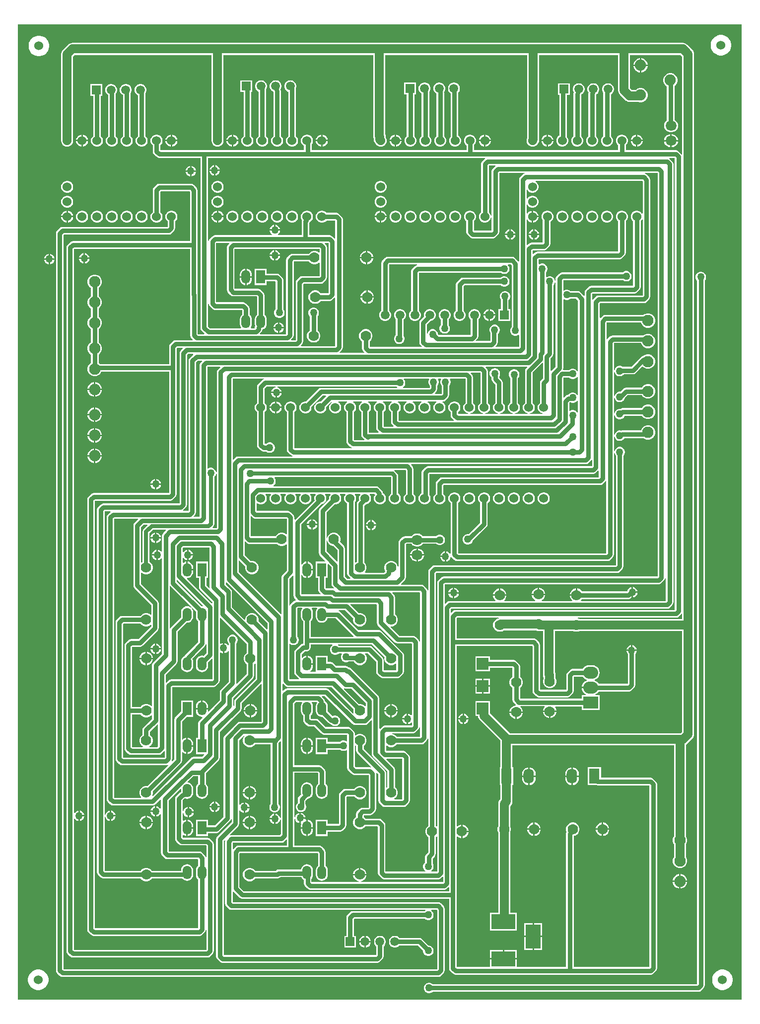
<source format=gbr>
%TF.GenerationSoftware,Altium Limited,Altium Designer,21.0.8 (223)*%
G04 Layer_Physical_Order=2*
G04 Layer_Color=16711680*
%FSLAX44Y44*%
%MOMM*%
%TF.SameCoordinates,DB17735C-2821-42BA-BDE9-6899CBA3333A*%
%TF.FilePolarity,Positive*%
%TF.FileFunction,Copper,L2,Bot,Signal*%
%TF.Part,Single*%
G01*
G75*
%TA.AperFunction,Conductor*%
%ADD10C,0.6350*%
%TA.AperFunction,ComponentPad*%
%ADD11C,1.5240*%
%ADD12C,1.5200*%
%ADD13R,1.5200X1.5200*%
%ADD14C,1.7780*%
%TA.AperFunction,ViaPad*%
%ADD15C,1.5240*%
%TA.AperFunction,ComponentPad*%
%ADD16O,2.5400X2.0320*%
%ADD17R,2.5400X2.0320*%
%ADD18O,1.9050X1.6510*%
%ADD19C,1.9050*%
%ADD20C,1.5080*%
%ADD21R,1.5080X1.5080*%
%ADD22O,1.5240X2.2860*%
%ADD23R,1.5240X2.2860*%
%ADD24C,1.5000*%
%ADD25R,1.5000X1.5000*%
%ADD26C,1.9500*%
%ADD27R,4.0640X2.5400*%
%ADD28R,2.5400X4.0640*%
%ADD29R,1.7780X2.5400*%
%ADD30O,1.7780X2.5400*%
%ADD31R,1.9998X1.9998*%
%TA.AperFunction,ViaPad*%
%ADD32C,1.2700*%
%TA.AperFunction,Conductor*%
%ADD33C,0.7620*%
%ADD34C,1.5240*%
G36*
X1441375Y906780D02*
X1441375Y7695D01*
X207085D01*
X207085Y1271270D01*
X207085Y1271270D01*
Y1296670D01*
Y1328420D01*
X207085Y1669975D01*
X1441375D01*
X1441375Y906780D01*
D02*
G37*
%LPC*%
G36*
X1341083Y1638007D02*
X1341082Y1638007D01*
X823087D01*
X823087Y1638007D01*
X823087Y1638007D01*
X299757D01*
X297105Y1637657D01*
X294634Y1636634D01*
X292511Y1635005D01*
X292511Y1635005D01*
X283584Y1626078D01*
X281955Y1623956D01*
X280931Y1621484D01*
X280582Y1618832D01*
X280582Y1618831D01*
Y1471549D01*
X280670Y1470883D01*
Y1470211D01*
X280844Y1469563D01*
X280931Y1468897D01*
X281189Y1468276D01*
X281362Y1467627D01*
X281698Y1467046D01*
X281955Y1466425D01*
X282364Y1465892D01*
X282700Y1465311D01*
X283175Y1464836D01*
X283584Y1464303D01*
X284117Y1463894D01*
X284592Y1463419D01*
X285173Y1463083D01*
X285706Y1462674D01*
X286327Y1462417D01*
X286908Y1462081D01*
X287557Y1461908D01*
X288178Y1461651D01*
X288844Y1461563D01*
X289492Y1461389D01*
X290164D01*
X290830Y1461301D01*
X291496Y1461389D01*
X292168D01*
X292816Y1461563D01*
X293482Y1461651D01*
X294103Y1461908D01*
X294752Y1462081D01*
X295333Y1462417D01*
X295954Y1462674D01*
X296487Y1463083D01*
X297068Y1463419D01*
X297543Y1463894D01*
X298076Y1464303D01*
X298485Y1464836D01*
X298960Y1465311D01*
X299296Y1465892D01*
X299705Y1466425D01*
X299962Y1467046D01*
X300298Y1467627D01*
X300471Y1468276D01*
X300728Y1468897D01*
X300816Y1469563D01*
X300990Y1470211D01*
Y1470883D01*
X301078Y1471549D01*
Y1614587D01*
X304002Y1617511D01*
X537122D01*
Y1471549D01*
X537210Y1470883D01*
Y1470211D01*
X537384Y1469563D01*
X537472Y1468897D01*
X537729Y1468276D01*
X537902Y1467627D01*
X538238Y1467046D01*
X538495Y1466425D01*
X538904Y1465892D01*
X539240Y1465311D01*
X539715Y1464836D01*
X540124Y1464303D01*
X540657Y1463894D01*
X541132Y1463419D01*
X541713Y1463083D01*
X542246Y1462674D01*
X542867Y1462417D01*
X543448Y1462081D01*
X544097Y1461908D01*
X544718Y1461651D01*
X545384Y1461563D01*
X546032Y1461389D01*
X546704D01*
X547370Y1461301D01*
X548036Y1461389D01*
X548708D01*
X549356Y1461563D01*
X550022Y1461651D01*
X550643Y1461908D01*
X551292Y1462081D01*
X551873Y1462417D01*
X552494Y1462674D01*
X553027Y1463083D01*
X553608Y1463419D01*
X554083Y1463894D01*
X554616Y1464303D01*
X555025Y1464836D01*
X555500Y1465311D01*
X555836Y1465892D01*
X556245Y1466425D01*
X556502Y1467046D01*
X556838Y1467627D01*
X557011Y1468276D01*
X557268Y1468897D01*
X557356Y1469563D01*
X557530Y1470211D01*
Y1470883D01*
X557618Y1471549D01*
Y1617511D01*
X812839D01*
Y1479350D01*
X812839Y1479350D01*
X813188Y1476698D01*
X813794Y1475235D01*
Y1473007D01*
X813794Y1473007D01*
X814144Y1470355D01*
X815167Y1467883D01*
X816796Y1465761D01*
X818254Y1464303D01*
X818787Y1463894D01*
X819262Y1463419D01*
X819843Y1463083D01*
X820376Y1462674D01*
X820997Y1462417D01*
X821578Y1462081D01*
X822227Y1461908D01*
X822848Y1461651D01*
X823514Y1461563D01*
X824162Y1461389D01*
X824834D01*
X825500Y1461301D01*
X826166Y1461389D01*
X826838D01*
X827486Y1461563D01*
X828152Y1461651D01*
X828773Y1461908D01*
X829422Y1462081D01*
X830003Y1462417D01*
X830624Y1462674D01*
X831157Y1463083D01*
X831738Y1463419D01*
X832213Y1463894D01*
X832746Y1464303D01*
X833155Y1464836D01*
X833630Y1465311D01*
X833966Y1465892D01*
X834375Y1466425D01*
X834632Y1467046D01*
X834968Y1467627D01*
X835141Y1468276D01*
X835398Y1468897D01*
X835486Y1469563D01*
X835660Y1470211D01*
Y1470883D01*
X835748Y1471549D01*
X835660Y1472215D01*
Y1472887D01*
X835486Y1473535D01*
X835398Y1474201D01*
X835141Y1474822D01*
X834968Y1475471D01*
X834632Y1476052D01*
X834375Y1476673D01*
X834290Y1476784D01*
Y1478395D01*
X834290Y1478395D01*
X833941Y1481048D01*
X833335Y1482510D01*
Y1617511D01*
X1075602D01*
Y1476424D01*
X1075448Y1476052D01*
X1075112Y1475471D01*
X1074939Y1474822D01*
X1074681Y1474201D01*
X1074594Y1473535D01*
X1074420Y1472887D01*
Y1472215D01*
X1074332Y1471549D01*
X1074420Y1470883D01*
Y1470211D01*
X1074594Y1469563D01*
X1074681Y1468897D01*
X1074939Y1468276D01*
X1075112Y1467627D01*
X1075448Y1467046D01*
X1075705Y1466425D01*
X1076114Y1465892D01*
X1076450Y1465311D01*
X1076925Y1464836D01*
X1077334Y1464303D01*
X1077867Y1463894D01*
X1078342Y1463419D01*
X1078923Y1463083D01*
X1079456Y1462674D01*
X1080077Y1462417D01*
X1080658Y1462081D01*
X1081307Y1461908D01*
X1081928Y1461651D01*
X1082594Y1461563D01*
X1083242Y1461389D01*
X1083914D01*
X1084580Y1461301D01*
X1085246Y1461389D01*
X1085918D01*
X1086566Y1461563D01*
X1087232Y1461651D01*
X1087853Y1461908D01*
X1088502Y1462081D01*
X1089083Y1462417D01*
X1089704Y1462674D01*
X1090237Y1463083D01*
X1090818Y1463419D01*
X1091293Y1463894D01*
X1091826Y1464303D01*
X1093096Y1465573D01*
X1093096Y1465573D01*
X1094725Y1467695D01*
X1095749Y1470167D01*
X1096098Y1472819D01*
X1096098Y1472819D01*
Y1617511D01*
X1230542D01*
Y1556677D01*
X1230542Y1556676D01*
X1230891Y1554024D01*
X1231915Y1551552D01*
X1233544Y1549430D01*
X1242471Y1540503D01*
X1242471Y1540503D01*
X1244594Y1538874D01*
X1247065Y1537850D01*
X1249717Y1537501D01*
X1264766D01*
X1264766Y1537501D01*
X1264989Y1537531D01*
X1267142Y1536954D01*
X1270318D01*
X1273387Y1537776D01*
X1276138Y1539365D01*
X1278384Y1541611D01*
X1279973Y1544362D01*
X1280795Y1547431D01*
Y1550607D01*
X1279973Y1553676D01*
X1278384Y1556427D01*
X1276138Y1558673D01*
X1273387Y1560262D01*
X1270318Y1561084D01*
X1267142D01*
X1264073Y1560262D01*
X1261322Y1558673D01*
X1260645Y1557997D01*
X1253962D01*
X1251038Y1560921D01*
Y1617511D01*
X1336838D01*
X1339762Y1614587D01*
Y1448569D01*
X1338492Y1448183D01*
X1338078Y1448803D01*
X1333614Y1453267D01*
X1331514Y1454671D01*
X1329036Y1455163D01*
X1243454D01*
Y1463655D01*
X1245110Y1465311D01*
X1246448Y1467627D01*
X1247140Y1470211D01*
Y1472887D01*
X1246448Y1475471D01*
X1245110Y1477787D01*
X1243218Y1479679D01*
X1240902Y1481017D01*
X1238318Y1481709D01*
X1235642D01*
X1233058Y1481017D01*
X1230742Y1479679D01*
X1228850Y1477787D01*
X1227512Y1475471D01*
X1226820Y1472887D01*
Y1470211D01*
X1227512Y1467627D01*
X1228850Y1465311D01*
X1230506Y1463655D01*
Y1455163D01*
X984686D01*
Y1463967D01*
X986030Y1465311D01*
X987368Y1467627D01*
X988060Y1470211D01*
Y1472887D01*
X987368Y1475471D01*
X986030Y1477787D01*
X984138Y1479679D01*
X981822Y1481017D01*
X979238Y1481709D01*
X976562D01*
X973978Y1481017D01*
X971662Y1479679D01*
X969770Y1477787D01*
X968432Y1475471D01*
X967740Y1472887D01*
Y1470211D01*
X968432Y1467627D01*
X969770Y1465311D01*
X971662Y1463419D01*
X971738Y1463375D01*
Y1455163D01*
X707514D01*
Y1464925D01*
X707900Y1465311D01*
X709238Y1467627D01*
X709930Y1470211D01*
Y1472887D01*
X709238Y1475471D01*
X707900Y1477787D01*
X706008Y1479679D01*
X703692Y1481017D01*
X701108Y1481709D01*
X698432D01*
X695848Y1481017D01*
X693532Y1479679D01*
X691640Y1477787D01*
X690302Y1475471D01*
X689610Y1472887D01*
Y1470211D01*
X690302Y1467627D01*
X691640Y1465311D01*
X693532Y1463419D01*
X694566Y1462822D01*
Y1455163D01*
X450376D01*
X449704Y1455835D01*
Y1463655D01*
X451360Y1465311D01*
X452698Y1467627D01*
X453390Y1470211D01*
Y1472887D01*
X452698Y1475471D01*
X451360Y1477787D01*
X449468Y1479679D01*
X447152Y1481017D01*
X444568Y1481709D01*
X441892D01*
X439308Y1481017D01*
X436992Y1479679D01*
X435100Y1477787D01*
X433762Y1475471D01*
X433070Y1472887D01*
Y1470211D01*
X433762Y1467627D01*
X435100Y1465311D01*
X436756Y1463655D01*
Y1453153D01*
X437248Y1450675D01*
X438652Y1448575D01*
X443116Y1444111D01*
X445216Y1442707D01*
X447694Y1442215D01*
X518036D01*
Y1152163D01*
X518528Y1149685D01*
X519932Y1147585D01*
X524870Y1142647D01*
X524384Y1141473D01*
X514129D01*
X513458Y1142144D01*
Y1209289D01*
X513204Y1210566D01*
Y1293749D01*
Y1387075D01*
X512712Y1389553D01*
X511308Y1391653D01*
X506844Y1396117D01*
X504744Y1397521D01*
X502266Y1398013D01*
X447694D01*
X445216Y1397521D01*
X443116Y1396117D01*
X438652Y1391653D01*
X437248Y1389553D01*
X436756Y1387075D01*
Y1349903D01*
X435100Y1348247D01*
X433762Y1345931D01*
X433070Y1343347D01*
Y1340671D01*
X433762Y1338087D01*
X435100Y1335771D01*
X436992Y1333879D01*
X439308Y1332541D01*
X441892Y1331849D01*
X444568D01*
X447152Y1332541D01*
X449468Y1333879D01*
X451360Y1335771D01*
X452698Y1338087D01*
X453390Y1340671D01*
Y1343347D01*
X452698Y1345931D01*
X451360Y1348247D01*
X449704Y1349903D01*
Y1384393D01*
X450376Y1385065D01*
X499585D01*
X500256Y1384393D01*
Y1300223D01*
X300374D01*
X297896Y1299731D01*
X295796Y1298327D01*
X291332Y1293863D01*
X289928Y1291763D01*
X289436Y1289285D01*
Y90443D01*
X289928Y87965D01*
X291332Y85865D01*
X295796Y81401D01*
X297896Y79997D01*
X300374Y79505D01*
X530206D01*
X532684Y79997D01*
X534784Y81401D01*
X539248Y85865D01*
X540652Y87965D01*
X541144Y90443D01*
Y272650D01*
X540652Y275128D01*
X539248Y277228D01*
X534784Y281692D01*
X532684Y283096D01*
X530206Y283588D01*
X488475D01*
X487804Y284259D01*
Y288016D01*
X489074Y288643D01*
X490176Y287797D01*
X492648Y286773D01*
X494030Y286591D01*
Y300482D01*
Y314373D01*
X492648Y314191D01*
X490176Y313167D01*
X489074Y312321D01*
X487804Y312948D01*
Y325477D01*
X489074Y325644D01*
X489556Y323848D01*
X490726Y321820D01*
X492381Y320165D01*
X494409Y318995D01*
X496570Y318416D01*
Y327279D01*
Y336142D01*
X494409Y335563D01*
X492381Y334393D01*
X490726Y332738D01*
X489556Y330710D01*
X489074Y328914D01*
X487804Y329081D01*
Y347203D01*
X490752Y350151D01*
X491906Y350380D01*
X492091Y350504D01*
X492648Y350274D01*
X495300Y349924D01*
X497952Y350274D01*
X500424Y351297D01*
X502546Y352926D01*
X504175Y355048D01*
X505199Y357520D01*
X505548Y360172D01*
Y367792D01*
X505199Y370444D01*
X504175Y372916D01*
X502546Y375038D01*
X500424Y376667D01*
X497952Y377691D01*
X496576Y377872D01*
X496120Y379213D01*
X505349Y388442D01*
X514226D01*
Y375630D01*
X513454Y375038D01*
X511825Y372916D01*
X510802Y370444D01*
X510452Y367792D01*
Y360172D01*
X510802Y357520D01*
X511825Y355048D01*
X513454Y352926D01*
X515576Y351297D01*
X518048Y350274D01*
X520700Y349924D01*
X523352Y350274D01*
X525824Y351297D01*
X527946Y352926D01*
X529575Y355048D01*
X530598Y357520D01*
X530948Y360172D01*
Y367792D01*
X530598Y370444D01*
X529575Y372916D01*
X527946Y375038D01*
X527174Y375630D01*
Y393177D01*
X549408Y415411D01*
X550812Y417511D01*
X551304Y419989D01*
X551304Y419989D01*
Y464297D01*
X586492Y499485D01*
X587896Y501585D01*
X588388Y504063D01*
Y512811D01*
X621002Y545425D01*
X622176Y544939D01*
Y481744D01*
X621505Y481073D01*
X585470D01*
X582992Y480581D01*
X580892Y479177D01*
X559302Y457587D01*
X557898Y455487D01*
X557406Y453009D01*
Y319184D01*
X542765Y304543D01*
X530860D01*
Y314452D01*
X510540D01*
Y286512D01*
X530860D01*
Y291595D01*
X545446D01*
X547924Y292087D01*
X550024Y293491D01*
X568458Y311925D01*
X569862Y314025D01*
X570106Y315252D01*
X571376Y315127D01*
Y310039D01*
X546602Y285266D01*
X545198Y283165D01*
X544706Y280687D01*
Y81553D01*
X545198Y79075D01*
X546602Y76975D01*
X551066Y72511D01*
X553166Y71107D01*
X555644Y70615D01*
X819766D01*
X822244Y71107D01*
X824344Y72511D01*
X828808Y76975D01*
X830212Y79075D01*
X830704Y81553D01*
Y98575D01*
X832264Y100134D01*
X833586Y102424D01*
X834270Y104977D01*
Y107621D01*
X833586Y110174D01*
X832264Y112464D01*
X830395Y114333D01*
X828105Y115655D01*
X825552Y116339D01*
X822908D01*
X820355Y115655D01*
X818065Y114333D01*
X816196Y112464D01*
X814874Y110174D01*
X814190Y107621D01*
Y104977D01*
X814874Y102424D01*
X816196Y100134D01*
X817756Y98575D01*
Y84235D01*
X817085Y83563D01*
X558326D01*
X557654Y84235D01*
Y278006D01*
X559124Y279475D01*
X560295Y278850D01*
X559946Y277095D01*
Y171723D01*
X560438Y169245D01*
X561842Y167145D01*
X566306Y162681D01*
X568406Y161277D01*
X570884Y160785D01*
X901642D01*
X901983Y159515D01*
X901321Y159133D01*
X900682Y158493D01*
X777894D01*
X775416Y158001D01*
X773316Y156597D01*
X768852Y152133D01*
X767448Y150033D01*
X766956Y147555D01*
Y116339D01*
X763390D01*
Y96259D01*
X783470D01*
Y116339D01*
X779904D01*
Y144874D01*
X780575Y145545D01*
X900682D01*
X901321Y144905D01*
X903349Y143735D01*
X905610Y143129D01*
X907950D01*
X910211Y143735D01*
X912239Y144905D01*
X913894Y146560D01*
X915064Y148588D01*
X915670Y150849D01*
Y153189D01*
X915064Y155450D01*
X913894Y157478D01*
X912239Y159133D01*
X911577Y159515D01*
X911918Y160785D01*
X921225D01*
X921896Y160114D01*
Y60104D01*
X921225Y59433D01*
X285275D01*
X284604Y60104D01*
Y1310733D01*
X285275Y1311405D01*
X464166D01*
X466644Y1311897D01*
X468744Y1313301D01*
X473208Y1317765D01*
X474612Y1319865D01*
X475104Y1322343D01*
Y1334115D01*
X476760Y1335771D01*
X478098Y1338087D01*
X478790Y1340671D01*
Y1343347D01*
X478098Y1345931D01*
X476760Y1348247D01*
X474868Y1350139D01*
X472552Y1351477D01*
X469968Y1352169D01*
X467292D01*
X464708Y1351477D01*
X462392Y1350139D01*
X460500Y1348247D01*
X459162Y1345931D01*
X458470Y1343347D01*
Y1340671D01*
X459162Y1338087D01*
X460500Y1335771D01*
X462156Y1334115D01*
Y1325025D01*
X461484Y1324353D01*
X282594D01*
X280116Y1323861D01*
X278016Y1322457D01*
X273552Y1317993D01*
X272148Y1315893D01*
X271656Y1313415D01*
Y57423D01*
X272148Y54945D01*
X273552Y52845D01*
X278016Y48381D01*
X280116Y46977D01*
X282594Y46485D01*
X923906D01*
X926384Y46977D01*
X928484Y48381D01*
X932948Y52845D01*
X934352Y54945D01*
X934844Y57423D01*
Y162795D01*
X934352Y165273D01*
X932948Y167373D01*
X928484Y171837D01*
X926384Y173241D01*
X923906Y173733D01*
X573565D01*
X572894Y174405D01*
Y191633D01*
X574164Y192159D01*
X584847Y181477D01*
X586947Y180073D01*
X589425Y179581D01*
X942216D01*
Y61233D01*
X942708Y58755D01*
X944112Y56655D01*
X948576Y52191D01*
X950676Y50787D01*
X953154Y50295D01*
X1285856D01*
X1288334Y50787D01*
X1290434Y52191D01*
X1294898Y56655D01*
X1296302Y58755D01*
X1296794Y61233D01*
Y174263D01*
X1296794Y174263D01*
Y374885D01*
X1296302Y377363D01*
X1294898Y379463D01*
X1290434Y383927D01*
X1288334Y385331D01*
X1285856Y385823D01*
X1201420D01*
Y403479D01*
X1178560D01*
Y372999D01*
X1194445D01*
X1195070Y372875D01*
X1283174D01*
X1283846Y372203D01*
Y174263D01*
X1283846Y174263D01*
Y63914D01*
X1283174Y63243D01*
X1154554D01*
Y286639D01*
X1154665D01*
X1157572Y287418D01*
X1160178Y288923D01*
X1162306Y291051D01*
X1163811Y293657D01*
X1164590Y296564D01*
Y299574D01*
X1163811Y302481D01*
X1162306Y305087D01*
X1160178Y307215D01*
X1157572Y308720D01*
X1154665Y309499D01*
X1151655D01*
X1148748Y308720D01*
X1146142Y307215D01*
X1144014Y305087D01*
X1142509Y302481D01*
X1141730Y299574D01*
Y296564D01*
X1142509Y293657D01*
X1142610Y293483D01*
X1142098Y292717D01*
X1141606Y290240D01*
Y63243D01*
X1057910D01*
Y75819D01*
X1035050D01*
X1012190D01*
Y63243D01*
X955835D01*
X955164Y63914D01*
Y186055D01*
Y285201D01*
X956338Y285687D01*
X956912Y285113D01*
X959518Y283608D01*
X962425Y282829D01*
X962660D01*
Y294259D01*
Y305689D01*
X962425D01*
X959518Y304910D01*
X956912Y303405D01*
X956338Y302831D01*
X955164Y303317D01*
Y610365D01*
X1083784D01*
X1084456Y609693D01*
Y533673D01*
X1084948Y531195D01*
X1086352Y529095D01*
X1090816Y524631D01*
X1092916Y523227D01*
X1095394Y522735D01*
X1143900D01*
X1146378Y523227D01*
X1148478Y524631D01*
X1152942Y529095D01*
X1154345Y531195D01*
X1154838Y533673D01*
Y557623D01*
X1155509Y558295D01*
X1170060D01*
X1172042Y555711D01*
X1174695Y553676D01*
X1176915Y552756D01*
Y551382D01*
X1174695Y550462D01*
X1172042Y548427D01*
X1170007Y545774D01*
X1168727Y542684D01*
X1168458Y540639D01*
X1183640D01*
Y538099D01*
X1168458D01*
X1168727Y536054D01*
X1170007Y532964D01*
X1172042Y530311D01*
X1174695Y528276D01*
X1175508Y527939D01*
X1175255Y526669D01*
X1168400D01*
Y520443D01*
X1122005D01*
X1120103Y520822D01*
X1063785D01*
X1063114Y521493D01*
Y538922D01*
X1063658Y539236D01*
X1065786Y541364D01*
X1067291Y543970D01*
X1068070Y546877D01*
Y549887D01*
X1067291Y552794D01*
X1065786Y555400D01*
X1063658Y557528D01*
X1063114Y557842D01*
Y575530D01*
X1062622Y578007D01*
X1061218Y580108D01*
X1056754Y584571D01*
X1054654Y585975D01*
X1052176Y586468D01*
X1012029D01*
Y592532D01*
X986951D01*
Y567454D01*
X1012029D01*
Y573519D01*
X1049494D01*
X1050166Y572848D01*
Y557842D01*
X1049622Y557528D01*
X1047494Y555400D01*
X1045989Y552794D01*
X1045210Y549887D01*
Y546877D01*
X1045989Y543970D01*
X1047494Y541364D01*
X1049622Y539236D01*
X1050166Y538922D01*
Y518811D01*
X1050658Y516334D01*
X1052062Y514233D01*
X1056013Y510282D01*
X1055487Y509012D01*
X1055135D01*
X1052228Y508233D01*
X1049622Y506728D01*
X1047494Y504600D01*
X1045989Y501994D01*
X1045210Y499087D01*
Y498852D01*
X1056640D01*
X1068070D01*
Y499087D01*
X1067291Y501994D01*
X1065786Y504600D01*
X1063783Y506603D01*
X1063955Y507837D01*
X1063965Y507873D01*
X1104732D01*
X1105218Y506700D01*
X1104644Y506126D01*
X1103139Y503519D01*
X1102360Y500612D01*
Y500378D01*
X1113790D01*
X1125220D01*
Y500612D01*
X1124441Y503519D01*
X1122936Y506126D01*
X1122741Y506321D01*
X1123227Y507495D01*
X1168400D01*
Y501269D01*
X1198880D01*
Y526669D01*
X1192025D01*
X1191772Y527939D01*
X1192585Y528276D01*
X1195238Y530311D01*
X1197220Y532895D01*
X1249026D01*
X1251504Y533387D01*
X1253604Y534791D01*
X1258068Y539255D01*
X1259472Y541355D01*
X1259964Y543833D01*
Y596771D01*
X1260604Y597410D01*
X1261774Y599438D01*
X1262353Y601599D01*
X1244627D01*
X1245206Y599438D01*
X1246376Y597410D01*
X1247016Y596771D01*
Y546515D01*
X1246345Y545843D01*
X1197220D01*
X1195238Y548427D01*
X1192585Y550462D01*
X1190366Y551382D01*
Y552756D01*
X1192585Y553676D01*
X1195238Y555711D01*
X1197273Y558364D01*
X1198553Y561454D01*
X1198990Y564769D01*
X1198553Y568084D01*
X1197273Y571174D01*
X1195238Y573827D01*
X1192585Y575862D01*
X1189495Y577142D01*
X1186180Y577579D01*
X1181100D01*
X1177785Y577142D01*
X1174695Y575862D01*
X1172042Y573827D01*
X1170060Y571243D01*
X1152828D01*
X1150350Y570751D01*
X1148249Y569347D01*
X1143786Y564883D01*
X1142382Y562783D01*
X1141889Y560305D01*
Y536354D01*
X1141218Y535683D01*
X1098075D01*
X1097404Y536354D01*
Y612375D01*
X1096912Y614853D01*
X1095508Y616953D01*
X1091044Y621417D01*
X1088944Y622821D01*
X1086466Y623313D01*
X955164D01*
Y657953D01*
X955835Y658625D01*
X1026564D01*
X1026731Y657355D01*
X1024288Y656700D01*
X1021682Y655195D01*
X1019554Y653067D01*
X1018049Y650461D01*
X1017270Y647554D01*
Y644544D01*
X1018049Y641637D01*
X1019554Y639031D01*
X1021682Y636903D01*
X1024288Y635398D01*
X1027195Y634619D01*
X1030205D01*
X1033112Y635398D01*
X1035718Y636903D01*
X1035887Y637071D01*
X1089630D01*
X1090328Y636668D01*
X1093235Y635889D01*
X1096031D01*
X1096697Y635801D01*
X1096697Y635801D01*
X1102272D01*
Y560959D01*
X1102622Y558307D01*
X1103542Y556084D01*
Y555018D01*
X1103139Y554319D01*
X1102360Y551412D01*
Y548403D01*
X1103139Y545496D01*
X1104644Y542889D01*
X1106772Y540761D01*
X1109378Y539256D01*
X1112285Y538478D01*
X1115295D01*
X1118202Y539256D01*
X1120808Y540761D01*
X1122936Y542889D01*
X1124441Y545496D01*
X1125220Y548403D01*
Y551412D01*
X1124441Y554319D01*
X1124038Y555018D01*
Y560959D01*
X1123689Y563611D01*
X1122768Y565834D01*
Y635801D01*
X1154399D01*
X1155098Y635398D01*
X1158005Y634619D01*
X1161015D01*
X1163922Y635398D01*
X1164621Y635801D01*
X1339762D01*
Y464149D01*
X1336838Y461225D01*
X1046407D01*
X1012117Y495515D01*
Y501414D01*
X1012029Y502080D01*
Y516332D01*
X986951D01*
Y491254D01*
X991624D01*
X991971Y488618D01*
X992994Y486146D01*
X994623Y484024D01*
X1029882Y448764D01*
Y403479D01*
X1028700D01*
Y372999D01*
X1029882D01*
Y349304D01*
X1029074Y348495D01*
X1027445Y346373D01*
X1026422Y343901D01*
X1026072Y341249D01*
X1026072Y341249D01*
Y303179D01*
X1025669Y302481D01*
X1024890Y299574D01*
Y296564D01*
X1025669Y293657D01*
X1026072Y292959D01*
Y155829D01*
X1012190D01*
Y125349D01*
X1057910D01*
Y155829D01*
X1046568D01*
Y292959D01*
X1046971Y293657D01*
X1047750Y296564D01*
Y299574D01*
X1046971Y302481D01*
X1046568Y303179D01*
Y337004D01*
X1047376Y337813D01*
X1049005Y339935D01*
X1050029Y342407D01*
X1050378Y345059D01*
Y372999D01*
X1051560D01*
Y403479D01*
X1050378D01*
Y440729D01*
X1325792D01*
Y286000D01*
X1324588Y283913D01*
X1323750Y280787D01*
Y277551D01*
X1324588Y274425D01*
X1325792Y272339D01*
Y251000D01*
X1324588Y248913D01*
X1323750Y245787D01*
Y242551D01*
X1324588Y239425D01*
X1326206Y236623D01*
X1328494Y234335D01*
X1331296Y232717D01*
X1334422Y231879D01*
X1337658D01*
X1340784Y232717D01*
X1343586Y234335D01*
X1345874Y236623D01*
X1347493Y239425D01*
X1348330Y242551D01*
Y245787D01*
X1347493Y248913D01*
X1346288Y251000D01*
Y272339D01*
X1347493Y274425D01*
X1348330Y277551D01*
Y280787D01*
X1347493Y283913D01*
X1346288Y286000D01*
Y442165D01*
X1348329Y443731D01*
X1357256Y452658D01*
X1357256Y452658D01*
X1358885Y454781D01*
X1359908Y457252D01*
X1360258Y459904D01*
Y646049D01*
Y1618832D01*
X1359908Y1621484D01*
X1358885Y1623956D01*
X1357256Y1626078D01*
X1357256Y1626078D01*
X1348329Y1635005D01*
X1346207Y1636634D01*
X1343735Y1637657D01*
X1341083Y1638007D01*
D02*
G37*
G36*
X1407617Y1651649D02*
X1404162D01*
X1400774Y1650975D01*
X1397582Y1649653D01*
X1394709Y1647733D01*
X1392266Y1645290D01*
X1390346Y1642417D01*
X1389024Y1639225D01*
X1388350Y1635836D01*
Y1632381D01*
X1389024Y1628993D01*
X1390346Y1625801D01*
X1392266Y1622928D01*
X1394709Y1620485D01*
X1397582Y1618565D01*
X1400774Y1617243D01*
X1404162Y1616569D01*
X1407617D01*
X1411006Y1617243D01*
X1414198Y1618565D01*
X1417071Y1620485D01*
X1419514Y1622928D01*
X1421434Y1625801D01*
X1422756Y1628993D01*
X1423430Y1632381D01*
Y1635836D01*
X1422756Y1639225D01*
X1421434Y1642417D01*
X1419514Y1645290D01*
X1417071Y1647733D01*
X1414198Y1649653D01*
X1411006Y1650975D01*
X1407617Y1651649D01*
D02*
G37*
G36*
X244298Y1650379D02*
X240842D01*
X237454Y1649705D01*
X234262Y1648383D01*
X231389Y1646463D01*
X228946Y1644020D01*
X227026Y1641147D01*
X225704Y1637955D01*
X225030Y1634566D01*
Y1631111D01*
X225704Y1627723D01*
X227026Y1624531D01*
X228946Y1621658D01*
X231389Y1619215D01*
X234262Y1617295D01*
X237454Y1615973D01*
X240842Y1615299D01*
X244298D01*
X247686Y1615973D01*
X250878Y1617295D01*
X253751Y1619215D01*
X256194Y1621658D01*
X258114Y1624531D01*
X259436Y1627723D01*
X260110Y1631111D01*
Y1634566D01*
X259436Y1637955D01*
X258114Y1641147D01*
X256194Y1644020D01*
X253751Y1646463D01*
X250878Y1648383D01*
X247686Y1649705D01*
X244298Y1650379D01*
D02*
G37*
G36*
X1270318Y1611884D02*
X1270000D01*
Y1601089D01*
X1280795D01*
Y1601407D01*
X1279973Y1604476D01*
X1278384Y1607227D01*
X1276138Y1609473D01*
X1273387Y1611062D01*
X1270318Y1611884D01*
D02*
G37*
G36*
X1267460D02*
X1267142D01*
X1264073Y1611062D01*
X1261322Y1609473D01*
X1259076Y1607227D01*
X1257487Y1604476D01*
X1256665Y1601407D01*
Y1601089D01*
X1267460D01*
Y1611884D01*
D02*
G37*
G36*
X1280795Y1598549D02*
X1270000D01*
Y1587754D01*
X1270318D01*
X1273387Y1588576D01*
X1276138Y1590165D01*
X1278384Y1592411D01*
X1279973Y1595162D01*
X1280795Y1598231D01*
Y1598549D01*
D02*
G37*
G36*
X1267460D02*
X1256665D01*
Y1598231D01*
X1257487Y1595162D01*
X1259076Y1592411D01*
X1261322Y1590165D01*
X1264073Y1588576D01*
X1267142Y1587754D01*
X1267460D01*
Y1598549D01*
D02*
G37*
G36*
X1321118Y1586484D02*
X1317942D01*
X1314873Y1585662D01*
X1312122Y1584073D01*
X1309876Y1581827D01*
X1308287Y1579076D01*
X1307465Y1576007D01*
Y1572831D01*
X1308287Y1569762D01*
X1309876Y1567011D01*
X1312122Y1564765D01*
X1313691Y1563859D01*
Y1506075D01*
X1311831Y1504648D01*
X1310101Y1502393D01*
X1309013Y1499767D01*
X1308642Y1496949D01*
X1309013Y1494131D01*
X1310101Y1491505D01*
X1311831Y1489250D01*
X1314086Y1487520D01*
X1316712Y1486432D01*
X1319530Y1486061D01*
X1322070D01*
X1324888Y1486432D01*
X1327514Y1487520D01*
X1329769Y1489250D01*
X1331499Y1491505D01*
X1332587Y1494131D01*
X1332958Y1496949D01*
X1332587Y1499767D01*
X1331499Y1502393D01*
X1329769Y1504648D01*
X1327514Y1506378D01*
X1326639Y1506741D01*
Y1564592D01*
X1326938Y1564765D01*
X1329184Y1567011D01*
X1330773Y1569762D01*
X1331595Y1572831D01*
Y1576007D01*
X1330773Y1579076D01*
X1329184Y1581827D01*
X1326938Y1584073D01*
X1324187Y1585662D01*
X1321118Y1586484D01*
D02*
G37*
G36*
X1263718Y1481709D02*
X1263650D01*
Y1472819D01*
X1272540D01*
Y1472887D01*
X1271848Y1475471D01*
X1270510Y1477787D01*
X1268618Y1479679D01*
X1266302Y1481017D01*
X1263718Y1481709D01*
D02*
G37*
G36*
X1111318D02*
X1111250D01*
Y1472819D01*
X1120140D01*
Y1472887D01*
X1119448Y1475471D01*
X1118110Y1477787D01*
X1116218Y1479679D01*
X1113902Y1481017D01*
X1111318Y1481709D01*
D02*
G37*
G36*
X1004638D02*
X1004570D01*
Y1472819D01*
X1013460D01*
Y1472887D01*
X1012768Y1475471D01*
X1011430Y1477787D01*
X1009538Y1479679D01*
X1007222Y1481017D01*
X1004638Y1481709D01*
D02*
G37*
G36*
X852238D02*
X852170D01*
Y1472819D01*
X861060D01*
Y1472887D01*
X860368Y1475471D01*
X859030Y1477787D01*
X857138Y1479679D01*
X854822Y1481017D01*
X852238Y1481709D01*
D02*
G37*
G36*
X726508D02*
X726440D01*
Y1472819D01*
X735330D01*
Y1472887D01*
X734638Y1475471D01*
X733300Y1477787D01*
X731408Y1479679D01*
X729092Y1481017D01*
X726508Y1481709D01*
D02*
G37*
G36*
X574108D02*
X574040D01*
Y1472819D01*
X582930D01*
Y1472887D01*
X582238Y1475471D01*
X580900Y1477787D01*
X579008Y1479679D01*
X576692Y1481017D01*
X574108Y1481709D01*
D02*
G37*
G36*
X469968D02*
X469900D01*
Y1472819D01*
X478790D01*
Y1472887D01*
X478098Y1475471D01*
X476760Y1477787D01*
X474868Y1479679D01*
X472552Y1481017D01*
X469968Y1481709D01*
D02*
G37*
G36*
X317568D02*
X317500D01*
Y1472819D01*
X326390D01*
Y1472887D01*
X325698Y1475471D01*
X324360Y1477787D01*
X322468Y1479679D01*
X320152Y1481017D01*
X317568Y1481709D01*
D02*
G37*
G36*
X1261110D02*
X1261042D01*
X1258458Y1481017D01*
X1256142Y1479679D01*
X1254250Y1477787D01*
X1252912Y1475471D01*
X1252220Y1472887D01*
Y1472819D01*
X1261110D01*
Y1481709D01*
D02*
G37*
G36*
X1108710D02*
X1108642D01*
X1106058Y1481017D01*
X1103742Y1479679D01*
X1101850Y1477787D01*
X1100512Y1475471D01*
X1099820Y1472887D01*
Y1472819D01*
X1108710D01*
Y1481709D01*
D02*
G37*
G36*
X1002030D02*
X1001962D01*
X999378Y1481017D01*
X997062Y1479679D01*
X995170Y1477787D01*
X993832Y1475471D01*
X993140Y1472887D01*
Y1472819D01*
X1002030D01*
Y1481709D01*
D02*
G37*
G36*
X849630D02*
X849562D01*
X846978Y1481017D01*
X844662Y1479679D01*
X842770Y1477787D01*
X841432Y1475471D01*
X840740Y1472887D01*
Y1472819D01*
X849630D01*
Y1481709D01*
D02*
G37*
G36*
X723900D02*
X723832D01*
X721248Y1481017D01*
X718932Y1479679D01*
X717040Y1477787D01*
X715702Y1475471D01*
X715010Y1472887D01*
Y1472819D01*
X723900D01*
Y1481709D01*
D02*
G37*
G36*
X571500D02*
X571432D01*
X568848Y1481017D01*
X566532Y1479679D01*
X564640Y1477787D01*
X563302Y1475471D01*
X562610Y1472887D01*
Y1472819D01*
X571500D01*
Y1481709D01*
D02*
G37*
G36*
X467360D02*
X467292D01*
X464708Y1481017D01*
X462392Y1479679D01*
X460500Y1477787D01*
X459162Y1475471D01*
X458470Y1472887D01*
Y1472819D01*
X467360D01*
Y1481709D01*
D02*
G37*
G36*
X314960D02*
X314892D01*
X312308Y1481017D01*
X309992Y1479679D01*
X308100Y1477787D01*
X306762Y1475471D01*
X306070Y1472887D01*
Y1472819D01*
X314960D01*
Y1481709D01*
D02*
G37*
G36*
X1322070Y1482183D02*
D01*
Y1472565D01*
X1332791D01*
X1332587Y1474113D01*
X1331499Y1476739D01*
X1329769Y1478994D01*
X1327514Y1480724D01*
X1324888Y1481812D01*
X1322070Y1482183D01*
D02*
G37*
G36*
X1319530D02*
X1316712Y1481812D01*
X1314086Y1480724D01*
X1311831Y1478994D01*
X1310101Y1476739D01*
X1309013Y1474113D01*
X1308809Y1472565D01*
X1319530D01*
Y1482183D01*
D02*
G37*
G36*
X1272540Y1470279D02*
X1263650D01*
Y1461389D01*
X1263718D01*
X1266302Y1462081D01*
X1268618Y1463419D01*
X1270510Y1465311D01*
X1271848Y1467627D01*
X1272540Y1470211D01*
Y1470279D01*
D02*
G37*
G36*
X1261110D02*
X1252220D01*
Y1470211D01*
X1252912Y1467627D01*
X1254250Y1465311D01*
X1256142Y1463419D01*
X1258458Y1462081D01*
X1261042Y1461389D01*
X1261110D01*
Y1470279D01*
D02*
G37*
G36*
X1214648Y1569259D02*
X1211993D01*
X1209430Y1568572D01*
X1207131Y1567245D01*
X1205254Y1565368D01*
X1203927Y1563070D01*
X1203240Y1560506D01*
Y1557852D01*
X1203927Y1555288D01*
X1205254Y1552990D01*
X1205267Y1552977D01*
X1205106Y1552164D01*
Y1479443D01*
X1203450Y1477787D01*
X1202112Y1475471D01*
X1201420Y1472887D01*
Y1470211D01*
X1202112Y1467627D01*
X1203450Y1465311D01*
X1205342Y1463419D01*
X1207658Y1462081D01*
X1210242Y1461389D01*
X1212918D01*
X1215502Y1462081D01*
X1217818Y1463419D01*
X1219710Y1465311D01*
X1221048Y1467627D01*
X1221740Y1470211D01*
Y1472887D01*
X1221048Y1475471D01*
X1219710Y1477787D01*
X1218054Y1479443D01*
Y1550273D01*
X1219510Y1551113D01*
X1221386Y1552990D01*
X1222713Y1555288D01*
X1223400Y1557852D01*
Y1560506D01*
X1222713Y1563070D01*
X1221386Y1565368D01*
X1219510Y1567245D01*
X1217211Y1568572D01*
X1214648Y1569259D01*
D02*
G37*
G36*
X1189647D02*
X1186993D01*
X1184429Y1568572D01*
X1182131Y1567245D01*
X1180254Y1565368D01*
X1178927Y1563070D01*
X1178240Y1560506D01*
Y1557852D01*
X1178927Y1555288D01*
X1180027Y1553382D01*
X1179706Y1551764D01*
Y1479443D01*
X1178050Y1477787D01*
X1176712Y1475471D01*
X1176020Y1472887D01*
Y1470211D01*
X1176712Y1467627D01*
X1178050Y1465311D01*
X1179942Y1463419D01*
X1182258Y1462081D01*
X1184842Y1461389D01*
X1187518D01*
X1190102Y1462081D01*
X1192418Y1463419D01*
X1194310Y1465311D01*
X1195648Y1467627D01*
X1196340Y1470211D01*
Y1472887D01*
X1195648Y1475471D01*
X1194310Y1477787D01*
X1192654Y1479443D01*
Y1549670D01*
X1192874Y1549999D01*
X1192913Y1550191D01*
X1194509Y1551113D01*
X1196386Y1552990D01*
X1197713Y1555288D01*
X1198400Y1557852D01*
Y1560506D01*
X1197713Y1563070D01*
X1196386Y1565368D01*
X1194509Y1567245D01*
X1192211Y1568572D01*
X1189647Y1569259D01*
D02*
G37*
G36*
X1164647D02*
X1161993D01*
X1159429Y1568572D01*
X1157131Y1567245D01*
X1155254Y1565368D01*
X1153927Y1563070D01*
X1153240Y1560506D01*
Y1557852D01*
X1153927Y1555288D01*
X1154789Y1553795D01*
X1154306Y1551364D01*
Y1479443D01*
X1152650Y1477787D01*
X1151312Y1475471D01*
X1150620Y1472887D01*
Y1470211D01*
X1151312Y1467627D01*
X1152650Y1465311D01*
X1154542Y1463419D01*
X1156858Y1462081D01*
X1159442Y1461389D01*
X1162118D01*
X1164702Y1462081D01*
X1167018Y1463419D01*
X1168910Y1465311D01*
X1170248Y1467627D01*
X1170940Y1470211D01*
Y1472887D01*
X1170248Y1475471D01*
X1168910Y1477787D01*
X1167254Y1479443D01*
Y1549071D01*
X1167874Y1549999D01*
X1167912Y1550191D01*
X1169509Y1551113D01*
X1171386Y1552990D01*
X1172713Y1555288D01*
X1173400Y1557852D01*
Y1560506D01*
X1172713Y1563070D01*
X1171386Y1565368D01*
X1169509Y1567245D01*
X1167211Y1568572D01*
X1164647Y1569259D01*
D02*
G37*
G36*
X1148400D02*
X1128240D01*
Y1549099D01*
X1130176D01*
Y1480276D01*
X1129142Y1479679D01*
X1127250Y1477787D01*
X1125912Y1475471D01*
X1125220Y1472887D01*
Y1470211D01*
X1125912Y1467627D01*
X1127250Y1465311D01*
X1129142Y1463419D01*
X1131458Y1462081D01*
X1134042Y1461389D01*
X1136718D01*
X1139302Y1462081D01*
X1141618Y1463419D01*
X1143510Y1465311D01*
X1144848Y1467627D01*
X1145540Y1470211D01*
Y1472887D01*
X1144848Y1475471D01*
X1143510Y1477787D01*
X1143124Y1478173D01*
Y1549099D01*
X1148400D01*
Y1569259D01*
D02*
G37*
G36*
X1120140Y1470279D02*
X1111250D01*
Y1461389D01*
X1111318D01*
X1113902Y1462081D01*
X1116218Y1463419D01*
X1118110Y1465311D01*
X1119448Y1467627D01*
X1120140Y1470211D01*
Y1470279D01*
D02*
G37*
G36*
X1108710D02*
X1099820D01*
Y1470211D01*
X1100512Y1467627D01*
X1101850Y1465311D01*
X1103742Y1463419D01*
X1106058Y1462081D01*
X1108642Y1461389D01*
X1108710D01*
Y1470279D01*
D02*
G37*
G36*
X1013460D02*
X1004570D01*
Y1461389D01*
X1004638D01*
X1007222Y1462081D01*
X1009538Y1463419D01*
X1011430Y1465311D01*
X1012768Y1467627D01*
X1013460Y1470211D01*
Y1470279D01*
D02*
G37*
G36*
X1002030D02*
X993140D01*
Y1470211D01*
X993832Y1467627D01*
X995170Y1465311D01*
X997062Y1463419D01*
X999378Y1462081D01*
X1001962Y1461389D01*
X1002030D01*
Y1470279D01*
D02*
G37*
G36*
X951757Y1570529D02*
X949103D01*
X946539Y1569842D01*
X944241Y1568515D01*
X942364Y1566638D01*
X941037Y1564340D01*
X940350Y1561776D01*
Y1559122D01*
X941037Y1556558D01*
X942364Y1554260D01*
X944241Y1552383D01*
X944756Y1552086D01*
Y1478173D01*
X944370Y1477787D01*
X943032Y1475471D01*
X942340Y1472887D01*
Y1470211D01*
X943032Y1467627D01*
X944370Y1465311D01*
X946262Y1463419D01*
X948578Y1462081D01*
X951162Y1461389D01*
X953838D01*
X956422Y1462081D01*
X958738Y1463419D01*
X960630Y1465311D01*
X961968Y1467627D01*
X962660Y1470211D01*
Y1472887D01*
X961968Y1475471D01*
X960630Y1477787D01*
X958738Y1479679D01*
X957704Y1480276D01*
Y1553468D01*
X958496Y1554260D01*
X959823Y1556558D01*
X960510Y1559122D01*
Y1561776D01*
X959823Y1564340D01*
X958496Y1566638D01*
X956619Y1568515D01*
X954321Y1569842D01*
X951757Y1570529D01*
D02*
G37*
G36*
X926757D02*
X924103D01*
X921539Y1569842D01*
X919240Y1568515D01*
X917364Y1566638D01*
X916037Y1564340D01*
X915350Y1561776D01*
Y1559122D01*
X916037Y1556558D01*
X917364Y1554260D01*
X919240Y1552383D01*
X920626Y1551583D01*
Y1479443D01*
X918970Y1477787D01*
X917632Y1475471D01*
X916940Y1472887D01*
Y1470211D01*
X917632Y1467627D01*
X918970Y1465311D01*
X920862Y1463419D01*
X923178Y1462081D01*
X925762Y1461389D01*
X928438D01*
X931022Y1462081D01*
X933338Y1463419D01*
X935230Y1465311D01*
X936568Y1467627D01*
X937260Y1470211D01*
Y1472887D01*
X936568Y1475471D01*
X935230Y1477787D01*
X933574Y1479443D01*
Y1553504D01*
X933436Y1554200D01*
X933496Y1554260D01*
X934823Y1556558D01*
X935510Y1559122D01*
Y1561776D01*
X934823Y1564340D01*
X933496Y1566638D01*
X931619Y1568515D01*
X929320Y1569842D01*
X926757Y1570529D01*
D02*
G37*
G36*
X901757D02*
X899103D01*
X896539Y1569842D01*
X894241Y1568515D01*
X892364Y1566638D01*
X891037Y1564340D01*
X890350Y1561776D01*
Y1559122D01*
X891037Y1556558D01*
X892364Y1554260D01*
X894241Y1552383D01*
X895226Y1551814D01*
Y1479443D01*
X893570Y1477787D01*
X892232Y1475471D01*
X891540Y1472887D01*
Y1470211D01*
X892232Y1467627D01*
X893570Y1465311D01*
X895462Y1463419D01*
X897778Y1462081D01*
X900362Y1461389D01*
X903038D01*
X905622Y1462081D01*
X907938Y1463419D01*
X909830Y1465311D01*
X911168Y1467627D01*
X911860Y1470211D01*
Y1472887D01*
X911168Y1475471D01*
X909830Y1477787D01*
X908174Y1479443D01*
Y1553938D01*
X908496Y1554260D01*
X909823Y1556558D01*
X910510Y1559122D01*
Y1561776D01*
X909823Y1564340D01*
X908496Y1566638D01*
X906619Y1568515D01*
X904321Y1569842D01*
X901757Y1570529D01*
D02*
G37*
G36*
X885510D02*
X865350D01*
Y1550369D01*
X869826D01*
Y1479443D01*
X868170Y1477787D01*
X866832Y1475471D01*
X866140Y1472887D01*
Y1470211D01*
X866832Y1467627D01*
X868170Y1465311D01*
X870062Y1463419D01*
X872378Y1462081D01*
X874962Y1461389D01*
X877638D01*
X880222Y1462081D01*
X882538Y1463419D01*
X884430Y1465311D01*
X885768Y1467627D01*
X886460Y1470211D01*
Y1472887D01*
X885768Y1475471D01*
X884430Y1477787D01*
X882774Y1479443D01*
Y1550369D01*
X885510D01*
Y1570529D01*
D02*
G37*
G36*
X861060Y1470279D02*
X852170D01*
Y1461389D01*
X852238D01*
X854822Y1462081D01*
X857138Y1463419D01*
X859030Y1465311D01*
X860368Y1467627D01*
X861060Y1470211D01*
Y1470279D01*
D02*
G37*
G36*
X849630D02*
X840740D01*
Y1470211D01*
X841432Y1467627D01*
X842770Y1465311D01*
X844662Y1463419D01*
X846978Y1462081D01*
X849562Y1461389D01*
X849630D01*
Y1470279D01*
D02*
G37*
G36*
X735330D02*
X726440D01*
Y1461389D01*
X726508D01*
X729092Y1462081D01*
X731408Y1463419D01*
X733300Y1465311D01*
X734638Y1467627D01*
X735330Y1470211D01*
Y1470279D01*
D02*
G37*
G36*
X723900D02*
X715010D01*
Y1470211D01*
X715702Y1467627D01*
X717040Y1465311D01*
X718932Y1463419D01*
X721248Y1462081D01*
X723832Y1461389D01*
X723900D01*
Y1470279D01*
D02*
G37*
G36*
X672757Y1574339D02*
X670103D01*
X667540Y1573652D01*
X665241Y1572325D01*
X663364Y1570448D01*
X662037Y1568150D01*
X661350Y1565586D01*
Y1562932D01*
X662037Y1560368D01*
X663364Y1558070D01*
X665241Y1556193D01*
X667540Y1554866D01*
X667896Y1554771D01*
Y1479443D01*
X666240Y1477787D01*
X664902Y1475471D01*
X664210Y1472887D01*
Y1470211D01*
X664902Y1467627D01*
X666240Y1465311D01*
X668132Y1463419D01*
X670448Y1462081D01*
X673032Y1461389D01*
X675708D01*
X678292Y1462081D01*
X680608Y1463419D01*
X682500Y1465311D01*
X683838Y1467627D01*
X684530Y1470211D01*
Y1472887D01*
X683838Y1475471D01*
X682500Y1477787D01*
X680844Y1479443D01*
Y1559301D01*
X680681Y1560122D01*
X680823Y1560368D01*
X681510Y1562932D01*
Y1565586D01*
X680823Y1568150D01*
X679496Y1570448D01*
X677619Y1572325D01*
X675321Y1573652D01*
X672757Y1574339D01*
D02*
G37*
G36*
X647757D02*
X645103D01*
X642539Y1573652D01*
X640241Y1572325D01*
X638364Y1570448D01*
X637037Y1568150D01*
X636350Y1565586D01*
Y1562932D01*
X637037Y1560368D01*
X638364Y1558070D01*
X640241Y1556193D01*
X641838Y1555271D01*
X641876Y1555079D01*
X642496Y1554151D01*
Y1479443D01*
X640840Y1477787D01*
X639502Y1475471D01*
X638810Y1472887D01*
Y1470211D01*
X639502Y1467627D01*
X640840Y1465311D01*
X642732Y1463419D01*
X645048Y1462081D01*
X647632Y1461389D01*
X650308D01*
X652892Y1462081D01*
X655208Y1463419D01*
X657100Y1465311D01*
X658438Y1467627D01*
X659130Y1470211D01*
Y1472887D01*
X658438Y1475471D01*
X657100Y1477787D01*
X655444Y1479443D01*
Y1556444D01*
X654961Y1558875D01*
X655823Y1560368D01*
X656510Y1562932D01*
Y1565586D01*
X655823Y1568150D01*
X654496Y1570448D01*
X652619Y1572325D01*
X650321Y1573652D01*
X647757Y1574339D01*
D02*
G37*
G36*
X622757D02*
X620103D01*
X617540Y1573652D01*
X615241Y1572325D01*
X613364Y1570448D01*
X612037Y1568150D01*
X611350Y1565586D01*
Y1562932D01*
X612037Y1560368D01*
X613364Y1558070D01*
X615241Y1556193D01*
X616838Y1555271D01*
X616876Y1555079D01*
X617096Y1554751D01*
Y1479443D01*
X615440Y1477787D01*
X614102Y1475471D01*
X613410Y1472887D01*
Y1470211D01*
X614102Y1467627D01*
X615440Y1465311D01*
X617332Y1463419D01*
X619648Y1462081D01*
X622232Y1461389D01*
X624908D01*
X627492Y1462081D01*
X629808Y1463419D01*
X631700Y1465311D01*
X633038Y1467627D01*
X633730Y1470211D01*
Y1472887D01*
X633038Y1475471D01*
X631700Y1477787D01*
X630044Y1479443D01*
Y1556844D01*
X629723Y1558462D01*
X630823Y1560368D01*
X631510Y1562932D01*
Y1565586D01*
X630823Y1568150D01*
X629496Y1570448D01*
X627620Y1572325D01*
X625321Y1573652D01*
X622757Y1574339D01*
D02*
G37*
G36*
X606510D02*
X586350D01*
Y1554179D01*
X591696D01*
Y1479443D01*
X590040Y1477787D01*
X588702Y1475471D01*
X588010Y1472887D01*
Y1470211D01*
X588702Y1467627D01*
X590040Y1465311D01*
X591932Y1463419D01*
X594248Y1462081D01*
X596832Y1461389D01*
X599508D01*
X602092Y1462081D01*
X604408Y1463419D01*
X606300Y1465311D01*
X607638Y1467627D01*
X608330Y1470211D01*
Y1472887D01*
X607638Y1475471D01*
X606300Y1477787D01*
X604644Y1479443D01*
Y1554179D01*
X606510D01*
Y1574339D01*
D02*
G37*
G36*
X582930Y1470279D02*
X574040D01*
Y1461389D01*
X574108D01*
X576692Y1462081D01*
X579008Y1463419D01*
X580900Y1465311D01*
X582238Y1467627D01*
X582930Y1470211D01*
Y1470279D01*
D02*
G37*
G36*
X571500D02*
X562610D01*
Y1470211D01*
X563302Y1467627D01*
X564640Y1465311D01*
X566532Y1463419D01*
X568848Y1462081D01*
X571432Y1461389D01*
X571500D01*
Y1470279D01*
D02*
G37*
G36*
X478790D02*
X469900D01*
Y1461389D01*
X469968D01*
X472552Y1462081D01*
X474868Y1463419D01*
X476760Y1465311D01*
X478098Y1467627D01*
X478790Y1470211D01*
Y1470279D01*
D02*
G37*
G36*
X467360D02*
X458470D01*
Y1470211D01*
X459162Y1467627D01*
X460500Y1465311D01*
X462392Y1463419D01*
X464708Y1462081D01*
X467292Y1461389D01*
X467360D01*
Y1470279D01*
D02*
G37*
G36*
X417087Y1567989D02*
X414433D01*
X411869Y1567302D01*
X409571Y1565975D01*
X407694Y1564098D01*
X406367Y1561800D01*
X405680Y1559236D01*
Y1556582D01*
X406367Y1554018D01*
X407694Y1551720D01*
X409571Y1549843D01*
X411167Y1548921D01*
X411206Y1548729D01*
X411356Y1548505D01*
Y1479443D01*
X409700Y1477787D01*
X408362Y1475471D01*
X407670Y1472887D01*
Y1470211D01*
X408362Y1467627D01*
X409700Y1465311D01*
X411592Y1463419D01*
X413908Y1462081D01*
X416492Y1461389D01*
X419168D01*
X421752Y1462081D01*
X424068Y1463419D01*
X425960Y1465311D01*
X427298Y1467627D01*
X427990Y1470211D01*
Y1472887D01*
X427298Y1475471D01*
X425960Y1477787D01*
X424304Y1479443D01*
Y1550564D01*
X424011Y1552040D01*
X425153Y1554018D01*
X425840Y1556582D01*
Y1559236D01*
X425153Y1561800D01*
X423826Y1564098D01*
X421949Y1565975D01*
X419651Y1567302D01*
X417087Y1567989D01*
D02*
G37*
G36*
X392087D02*
X389433D01*
X386869Y1567302D01*
X384571Y1565975D01*
X382694Y1564098D01*
X381367Y1561800D01*
X380680Y1559236D01*
Y1556582D01*
X381367Y1554018D01*
X382694Y1551720D01*
X384571Y1549843D01*
X385956Y1549043D01*
Y1479443D01*
X384300Y1477787D01*
X382962Y1475471D01*
X382270Y1472887D01*
Y1470211D01*
X382962Y1467627D01*
X384300Y1465311D01*
X386192Y1463419D01*
X388508Y1462081D01*
X391092Y1461389D01*
X393768D01*
X396352Y1462081D01*
X398668Y1463419D01*
X400560Y1465311D01*
X401898Y1467627D01*
X402590Y1470211D01*
Y1472887D01*
X401898Y1475471D01*
X400560Y1477787D01*
X398904Y1479443D01*
Y1550964D01*
X398766Y1551660D01*
X398826Y1551720D01*
X400153Y1554018D01*
X400840Y1556582D01*
Y1559236D01*
X400153Y1561800D01*
X398826Y1564098D01*
X396949Y1565975D01*
X394650Y1567302D01*
X392087Y1567989D01*
D02*
G37*
G36*
X367087D02*
X364433D01*
X361869Y1567302D01*
X359571Y1565975D01*
X357694Y1564098D01*
X356367Y1561800D01*
X355680Y1559236D01*
Y1556582D01*
X356367Y1554018D01*
X357694Y1551720D01*
X359571Y1549843D01*
X360556Y1549274D01*
Y1479443D01*
X358900Y1477787D01*
X357562Y1475471D01*
X356870Y1472887D01*
Y1470211D01*
X357562Y1467627D01*
X358900Y1465311D01*
X360792Y1463419D01*
X363108Y1462081D01*
X365692Y1461389D01*
X368368D01*
X370952Y1462081D01*
X373268Y1463419D01*
X375160Y1465311D01*
X376498Y1467627D01*
X377190Y1470211D01*
Y1472887D01*
X376498Y1475471D01*
X375160Y1477787D01*
X373504Y1479443D01*
Y1551398D01*
X373826Y1551720D01*
X375153Y1554018D01*
X375840Y1556582D01*
Y1559236D01*
X375153Y1561800D01*
X373826Y1564098D01*
X371949Y1565975D01*
X369651Y1567302D01*
X367087Y1567989D01*
D02*
G37*
G36*
X350840D02*
X330680D01*
Y1547829D01*
X335156D01*
Y1479443D01*
X333500Y1477787D01*
X332162Y1475471D01*
X331470Y1472887D01*
Y1470211D01*
X332162Y1467627D01*
X333500Y1465311D01*
X335392Y1463419D01*
X337708Y1462081D01*
X340292Y1461389D01*
X342968D01*
X345552Y1462081D01*
X347868Y1463419D01*
X349760Y1465311D01*
X351098Y1467627D01*
X351790Y1470211D01*
Y1472887D01*
X351098Y1475471D01*
X349760Y1477787D01*
X348104Y1479443D01*
Y1547829D01*
X350840D01*
Y1567989D01*
D02*
G37*
G36*
X326390Y1470279D02*
X317500D01*
Y1461389D01*
X317568D01*
X320152Y1462081D01*
X322468Y1463419D01*
X324360Y1465311D01*
X325698Y1467627D01*
X326390Y1470211D01*
Y1470279D01*
D02*
G37*
G36*
X314960D02*
X306070D01*
Y1470211D01*
X306762Y1467627D01*
X308100Y1465311D01*
X309992Y1463419D01*
X312308Y1462081D01*
X314892Y1461389D01*
X314960D01*
Y1470279D01*
D02*
G37*
G36*
X1332791Y1470025D02*
X1322070D01*
Y1460407D01*
X1324888Y1460778D01*
X1327514Y1461866D01*
X1329769Y1463596D01*
X1331499Y1465851D01*
X1332587Y1468477D01*
X1332791Y1470025D01*
D02*
G37*
G36*
X1319530D02*
X1308809D01*
X1309013Y1468477D01*
X1310101Y1465851D01*
X1311831Y1463596D01*
X1314086Y1461866D01*
X1316712Y1460778D01*
X1319530Y1460407D01*
D01*
Y1470025D01*
D02*
G37*
G36*
X502920Y1428342D02*
Y1420749D01*
X510513D01*
X509934Y1422910D01*
X508764Y1424938D01*
X507109Y1426593D01*
X505081Y1427763D01*
X502920Y1428342D01*
D02*
G37*
G36*
X500380D02*
X498219Y1427763D01*
X496191Y1426593D01*
X494536Y1424938D01*
X493366Y1422910D01*
X492787Y1420749D01*
X500380D01*
Y1428342D01*
D02*
G37*
G36*
X510513Y1418209D02*
X502920D01*
Y1410616D01*
X505081Y1411195D01*
X507109Y1412365D01*
X508764Y1414020D01*
X509934Y1416048D01*
X510513Y1418209D01*
D02*
G37*
G36*
X500380D02*
X492787D01*
X493366Y1416048D01*
X494536Y1414020D01*
X496191Y1412365D01*
X498219Y1411195D01*
X500380Y1410616D01*
Y1418209D01*
D02*
G37*
G36*
X292168Y1402969D02*
X289492D01*
X286908Y1402277D01*
X284592Y1400939D01*
X282700Y1399047D01*
X281362Y1396731D01*
X280670Y1394147D01*
Y1391471D01*
X281362Y1388887D01*
X282700Y1386571D01*
X284592Y1384679D01*
X286908Y1383341D01*
X289492Y1382649D01*
X292168D01*
X294752Y1383341D01*
X297068Y1384679D01*
X298960Y1386571D01*
X300298Y1388887D01*
X300990Y1391471D01*
Y1394147D01*
X300298Y1396731D01*
X298960Y1399047D01*
X297068Y1400939D01*
X294752Y1402277D01*
X292168Y1402969D01*
D02*
G37*
G36*
Y1377569D02*
X289492D01*
X286908Y1376877D01*
X284592Y1375539D01*
X282700Y1373647D01*
X281362Y1371331D01*
X280670Y1368747D01*
Y1366071D01*
X281362Y1363487D01*
X282700Y1361171D01*
X284592Y1359279D01*
X286908Y1357941D01*
X289492Y1357249D01*
X292168D01*
X294752Y1357941D01*
X297068Y1359279D01*
X298960Y1361171D01*
X300298Y1363487D01*
X300990Y1366071D01*
Y1368747D01*
X300298Y1371331D01*
X298960Y1373647D01*
X297068Y1375539D01*
X294752Y1376877D01*
X292168Y1377569D01*
D02*
G37*
G36*
Y1352169D02*
X292100D01*
Y1343279D01*
X300990D01*
Y1343347D01*
X300298Y1345931D01*
X298960Y1348247D01*
X297068Y1350139D01*
X294752Y1351477D01*
X292168Y1352169D01*
D02*
G37*
G36*
X289560D02*
X289492D01*
X286908Y1351477D01*
X284592Y1350139D01*
X282700Y1348247D01*
X281362Y1345931D01*
X280670Y1343347D01*
Y1343279D01*
X289560D01*
Y1352169D01*
D02*
G37*
G36*
X419168D02*
X416492D01*
X413908Y1351477D01*
X411592Y1350139D01*
X409700Y1348247D01*
X408362Y1345931D01*
X407670Y1343347D01*
Y1340671D01*
X408362Y1338087D01*
X409700Y1335771D01*
X411592Y1333879D01*
X413908Y1332541D01*
X416492Y1331849D01*
X419168D01*
X421752Y1332541D01*
X424068Y1333879D01*
X425960Y1335771D01*
X427298Y1338087D01*
X427990Y1340671D01*
Y1343347D01*
X427298Y1345931D01*
X425960Y1348247D01*
X424068Y1350139D01*
X421752Y1351477D01*
X419168Y1352169D01*
D02*
G37*
G36*
X393768D02*
X391092D01*
X388508Y1351477D01*
X386192Y1350139D01*
X384300Y1348247D01*
X382962Y1345931D01*
X382270Y1343347D01*
Y1340671D01*
X382962Y1338087D01*
X384300Y1335771D01*
X386192Y1333879D01*
X388508Y1332541D01*
X391092Y1331849D01*
X393768D01*
X396352Y1332541D01*
X398668Y1333879D01*
X400560Y1335771D01*
X401898Y1338087D01*
X402590Y1340671D01*
Y1343347D01*
X401898Y1345931D01*
X400560Y1348247D01*
X398668Y1350139D01*
X396352Y1351477D01*
X393768Y1352169D01*
D02*
G37*
G36*
X368368D02*
X365692D01*
X363108Y1351477D01*
X360792Y1350139D01*
X358900Y1348247D01*
X357562Y1345931D01*
X356870Y1343347D01*
Y1340671D01*
X357562Y1338087D01*
X358900Y1335771D01*
X360792Y1333879D01*
X363108Y1332541D01*
X365692Y1331849D01*
X368368D01*
X370952Y1332541D01*
X373268Y1333879D01*
X375160Y1335771D01*
X376498Y1338087D01*
X377190Y1340671D01*
Y1343347D01*
X376498Y1345931D01*
X375160Y1348247D01*
X373268Y1350139D01*
X370952Y1351477D01*
X368368Y1352169D01*
D02*
G37*
G36*
X342968D02*
X340292D01*
X337708Y1351477D01*
X335392Y1350139D01*
X333500Y1348247D01*
X332162Y1345931D01*
X331470Y1343347D01*
Y1340671D01*
X332162Y1338087D01*
X333500Y1335771D01*
X335392Y1333879D01*
X337708Y1332541D01*
X340292Y1331849D01*
X342968D01*
X345552Y1332541D01*
X347868Y1333879D01*
X349760Y1335771D01*
X351098Y1338087D01*
X351790Y1340671D01*
Y1343347D01*
X351098Y1345931D01*
X349760Y1348247D01*
X347868Y1350139D01*
X345552Y1351477D01*
X342968Y1352169D01*
D02*
G37*
G36*
X317568D02*
X314892D01*
X312308Y1351477D01*
X309992Y1350139D01*
X308100Y1348247D01*
X306762Y1345931D01*
X306070Y1343347D01*
Y1340671D01*
X306762Y1338087D01*
X308100Y1335771D01*
X309992Y1333879D01*
X312308Y1332541D01*
X314892Y1331849D01*
X317568D01*
X320152Y1332541D01*
X322468Y1333879D01*
X324360Y1335771D01*
X325698Y1338087D01*
X326390Y1340671D01*
Y1343347D01*
X325698Y1345931D01*
X324360Y1348247D01*
X322468Y1350139D01*
X320152Y1351477D01*
X317568Y1352169D01*
D02*
G37*
G36*
X300990Y1340739D02*
X292100D01*
Y1331849D01*
X292168D01*
X294752Y1332541D01*
X297068Y1333879D01*
X298960Y1335771D01*
X300298Y1338087D01*
X300990Y1340671D01*
Y1340739D01*
D02*
G37*
G36*
X289560D02*
X280670D01*
Y1340671D01*
X281362Y1338087D01*
X282700Y1335771D01*
X284592Y1333879D01*
X286908Y1332541D01*
X289492Y1331849D01*
X289560D01*
Y1340739D01*
D02*
G37*
G36*
X261620Y1278482D02*
Y1270889D01*
X269213D01*
X268634Y1273050D01*
X267464Y1275078D01*
X265809Y1276733D01*
X263781Y1277903D01*
X261620Y1278482D01*
D02*
G37*
G36*
X259080D02*
X256919Y1277903D01*
X254891Y1276733D01*
X253236Y1275078D01*
X252066Y1273050D01*
X251487Y1270889D01*
X259080D01*
Y1278482D01*
D02*
G37*
G36*
X269213Y1268349D02*
X261620D01*
Y1260756D01*
X263781Y1261335D01*
X265809Y1262505D01*
X267464Y1264160D01*
X268634Y1266188D01*
X269213Y1268349D01*
D02*
G37*
G36*
X259080D02*
X251487D01*
X252066Y1266188D01*
X253236Y1264160D01*
X254891Y1262505D01*
X256919Y1261335D01*
X259080Y1260756D01*
Y1268349D01*
D02*
G37*
G36*
X1254760Y611732D02*
Y604139D01*
X1262353D01*
X1261774Y606300D01*
X1260604Y608328D01*
X1258949Y609983D01*
X1256921Y611153D01*
X1254760Y611732D01*
D02*
G37*
G36*
X1252220D02*
X1250059Y611153D01*
X1248031Y609983D01*
X1246376Y608328D01*
X1245206Y606300D01*
X1244627Y604139D01*
X1252220D01*
Y611732D01*
D02*
G37*
G36*
X1012029Y554432D02*
X1000760D01*
Y543163D01*
X1012029D01*
Y554432D01*
D02*
G37*
G36*
X998220D02*
X986951D01*
Y543163D01*
X998220D01*
Y554432D01*
D02*
G37*
G36*
X1012029Y540623D02*
X1000760D01*
Y529354D01*
X1012029D01*
Y540623D01*
D02*
G37*
G36*
X998220D02*
X986951D01*
Y529354D01*
X998220D01*
Y540623D01*
D02*
G37*
G36*
X604755Y511429D02*
X604520D01*
Y501269D01*
X614680D01*
Y501504D01*
X613901Y504411D01*
X612396Y507017D01*
X610268Y509145D01*
X607662Y510650D01*
X604755Y511429D01*
D02*
G37*
G36*
X601980D02*
X601745D01*
X598838Y510650D01*
X596232Y509145D01*
X594104Y507017D01*
X592599Y504411D01*
X591820Y501504D01*
Y501269D01*
X601980D01*
Y511429D01*
D02*
G37*
G36*
X614680Y498729D02*
X604520D01*
Y488569D01*
X604755D01*
X607662Y489348D01*
X610268Y490853D01*
X612396Y492981D01*
X613901Y495587D01*
X614680Y498494D01*
Y498729D01*
D02*
G37*
G36*
X601980D02*
X591820D01*
Y498494D01*
X592599Y495587D01*
X594104Y492981D01*
X596232Y490853D01*
X598838Y489348D01*
X601745Y488569D01*
X601980D01*
Y498729D01*
D02*
G37*
G36*
X1125220Y497837D02*
X1115060D01*
Y487677D01*
X1115295D01*
X1118202Y488456D01*
X1120808Y489961D01*
X1122936Y492089D01*
X1124441Y494696D01*
X1125220Y497603D01*
Y497837D01*
D02*
G37*
G36*
X1112520D02*
X1102360D01*
Y497603D01*
X1103139Y494696D01*
X1104644Y492089D01*
X1106772Y489961D01*
X1109378Y488456D01*
X1112285Y487677D01*
X1112520D01*
Y497837D01*
D02*
G37*
G36*
X967740Y494892D02*
Y487299D01*
X975333D01*
X974754Y489460D01*
X973584Y491488D01*
X971929Y493143D01*
X969901Y494313D01*
X967740Y494892D01*
D02*
G37*
G36*
X965200D02*
X963039Y494313D01*
X961011Y493143D01*
X959356Y491488D01*
X958186Y489460D01*
X957607Y487299D01*
X965200D01*
Y494892D01*
D02*
G37*
G36*
X1068070Y496312D02*
X1057910D01*
Y486152D01*
X1058145D01*
X1061052Y486931D01*
X1063658Y488436D01*
X1065786Y490564D01*
X1067291Y493170D01*
X1068070Y496077D01*
Y496312D01*
D02*
G37*
G36*
X1055370D02*
X1045210D01*
Y496077D01*
X1045989Y493170D01*
X1047494Y490564D01*
X1049622Y488436D01*
X1052228Y486931D01*
X1055135Y486152D01*
X1055370D01*
Y496312D01*
D02*
G37*
G36*
X975333Y484759D02*
X967740D01*
Y477166D01*
X969901Y477745D01*
X971929Y478915D01*
X973584Y480570D01*
X974754Y482598D01*
X975333Y484759D01*
D02*
G37*
G36*
X965200D02*
X957607D01*
X958186Y482598D01*
X959356Y480570D01*
X961011Y478915D01*
X963039Y477745D01*
X965200Y477166D01*
Y484759D01*
D02*
G37*
G36*
X1153160Y403410D02*
Y389509D01*
X1163419D01*
Y392049D01*
X1163026Y395033D01*
X1161874Y397813D01*
X1160042Y400201D01*
X1157654Y402033D01*
X1154874Y403185D01*
X1153160Y403410D01*
D02*
G37*
G36*
X1079500D02*
Y389509D01*
X1089759D01*
Y392049D01*
X1089366Y395033D01*
X1088214Y397813D01*
X1086382Y400201D01*
X1083994Y402033D01*
X1081214Y403185D01*
X1079500Y403410D01*
D02*
G37*
G36*
X1076960D02*
X1075246Y403185D01*
X1072466Y402033D01*
X1070078Y400201D01*
X1068246Y397813D01*
X1067094Y395033D01*
X1066701Y392049D01*
Y389509D01*
X1076960D01*
Y403410D01*
D02*
G37*
G36*
X1150620D02*
X1148906Y403185D01*
X1146126Y402033D01*
X1143738Y400201D01*
X1141906Y397813D01*
X1140754Y395033D01*
X1140361Y392049D01*
Y389509D01*
X1150620D01*
Y403410D01*
D02*
G37*
G36*
X1163419Y386969D02*
X1153160D01*
Y373068D01*
X1154874Y373293D01*
X1157654Y374445D01*
X1160042Y376277D01*
X1161874Y378665D01*
X1163026Y381445D01*
X1163419Y384429D01*
Y386969D01*
D02*
G37*
G36*
X1089759D02*
X1079500D01*
Y373068D01*
X1081214Y373293D01*
X1083994Y374445D01*
X1086382Y376277D01*
X1088214Y378665D01*
X1089366Y381445D01*
X1089759Y384429D01*
Y386969D01*
D02*
G37*
G36*
X1076960D02*
X1066701D01*
Y384429D01*
X1067094Y381445D01*
X1068246Y378665D01*
X1070078Y376277D01*
X1072466Y374445D01*
X1075246Y373293D01*
X1076960Y373068D01*
Y386969D01*
D02*
G37*
G36*
X1150620D02*
X1140361D01*
Y384429D01*
X1140754Y381445D01*
X1141906Y378665D01*
X1143738Y376277D01*
X1146126Y374445D01*
X1148906Y373293D01*
X1150620Y373068D01*
Y386969D01*
D02*
G37*
G36*
X543560Y345032D02*
Y337439D01*
X551153D01*
X550574Y339600D01*
X549404Y341628D01*
X547749Y343283D01*
X545721Y344453D01*
X543560Y345032D01*
D02*
G37*
G36*
X541020D02*
X538859Y344453D01*
X536831Y343283D01*
X535176Y341628D01*
X534006Y339600D01*
X533427Y337439D01*
X541020D01*
Y345032D01*
D02*
G37*
G36*
X499110Y336142D02*
Y328549D01*
X506703D01*
X506124Y330710D01*
X504954Y332738D01*
X503299Y334393D01*
X501271Y335563D01*
X499110Y336142D01*
D02*
G37*
G36*
X551153Y334899D02*
X543560D01*
Y327306D01*
X545721Y327885D01*
X547749Y329055D01*
X549404Y330710D01*
X550574Y332738D01*
X551153Y334899D01*
D02*
G37*
G36*
X541020D02*
X533427D01*
X534006Y332738D01*
X535176Y330710D01*
X536831Y329055D01*
X538859Y327885D01*
X541020Y327306D01*
Y334899D01*
D02*
G37*
G36*
X506703Y326009D02*
X499110D01*
Y318416D01*
X501271Y318995D01*
X503299Y320165D01*
X504954Y321820D01*
X506124Y323848D01*
X506703Y326009D01*
D02*
G37*
G36*
X496570Y314373D02*
Y301752D01*
X505548D01*
Y304292D01*
X505199Y306944D01*
X504175Y309416D01*
X502546Y311538D01*
X500424Y313167D01*
X497952Y314191D01*
X496570Y314373D01*
D02*
G37*
G36*
X1205465Y309499D02*
X1205230D01*
Y299339D01*
X1215390D01*
Y299574D01*
X1214611Y302481D01*
X1213106Y305087D01*
X1210978Y307215D01*
X1208372Y308720D01*
X1205465Y309499D01*
D02*
G37*
G36*
X1088625D02*
X1088390D01*
Y299339D01*
X1098550D01*
Y299574D01*
X1097771Y302481D01*
X1096266Y305087D01*
X1094138Y307215D01*
X1091532Y308720D01*
X1088625Y309499D01*
D02*
G37*
G36*
X1085850D02*
X1085615D01*
X1082708Y308720D01*
X1080102Y307215D01*
X1077974Y305087D01*
X1076469Y302481D01*
X1075690Y299574D01*
Y299339D01*
X1085850D01*
Y309499D01*
D02*
G37*
G36*
X1202690D02*
X1202455D01*
X1199548Y308720D01*
X1196942Y307215D01*
X1194814Y305087D01*
X1193309Y302481D01*
X1192530Y299574D01*
Y299339D01*
X1202690D01*
Y309499D01*
D02*
G37*
G36*
X965435Y305689D02*
X965200D01*
Y295529D01*
X975360D01*
Y295764D01*
X974581Y298671D01*
X973076Y301277D01*
X970948Y303405D01*
X968342Y304910D01*
X965435Y305689D01*
D02*
G37*
G36*
X1215390Y296799D02*
X1205230D01*
Y286639D01*
X1205465D01*
X1208372Y287418D01*
X1210978Y288923D01*
X1213106Y291051D01*
X1214611Y293657D01*
X1215390Y296564D01*
Y296799D01*
D02*
G37*
G36*
X1202690D02*
X1192530D01*
Y296564D01*
X1193309Y293657D01*
X1194814Y291051D01*
X1196942Y288923D01*
X1199548Y287418D01*
X1202455Y286639D01*
X1202690D01*
Y296799D01*
D02*
G37*
G36*
X1098550D02*
X1088390D01*
Y286639D01*
X1088625D01*
X1091532Y287418D01*
X1094138Y288923D01*
X1096266Y291051D01*
X1097771Y293657D01*
X1098550Y296564D01*
Y296799D01*
D02*
G37*
G36*
X1085850D02*
X1075690D01*
Y296564D01*
X1076469Y293657D01*
X1077974Y291051D01*
X1080102Y288923D01*
X1082708Y287418D01*
X1085615Y286639D01*
X1085850D01*
Y296799D01*
D02*
G37*
G36*
X505548Y299212D02*
X496570D01*
Y286591D01*
X497952Y286773D01*
X500424Y287797D01*
X502546Y289426D01*
X504175Y291548D01*
X505199Y294020D01*
X505548Y296672D01*
Y299212D01*
D02*
G37*
G36*
X975360Y292989D02*
X965200D01*
Y282829D01*
X965435D01*
X968342Y283608D01*
X970948Y285113D01*
X973076Y287241D01*
X974581Y289847D01*
X975360Y292754D01*
Y292989D01*
D02*
G37*
G36*
X1337658Y221459D02*
X1337310D01*
Y210439D01*
X1348330D01*
Y210787D01*
X1347493Y213913D01*
X1345874Y216715D01*
X1343586Y219003D01*
X1340784Y220621D01*
X1337658Y221459D01*
D02*
G37*
G36*
X1334770D02*
X1334422D01*
X1331296Y220621D01*
X1328494Y219003D01*
X1326206Y216715D01*
X1324588Y213913D01*
X1323750Y210787D01*
Y210439D01*
X1334770D01*
Y221459D01*
D02*
G37*
G36*
X1348330Y207899D02*
X1337310D01*
Y196879D01*
X1337658D01*
X1340784Y197717D01*
X1343586Y199335D01*
X1345874Y201623D01*
X1347493Y204425D01*
X1348330Y207551D01*
Y207899D01*
D02*
G37*
G36*
X1334770D02*
X1323750D01*
Y207551D01*
X1324588Y204425D01*
X1326206Y201623D01*
X1328494Y199335D01*
X1331296Y197717D01*
X1334422Y196879D01*
X1334770D01*
Y207899D01*
D02*
G37*
G36*
X1101090Y138049D02*
X1087120D01*
Y116459D01*
X1101090D01*
Y138049D01*
D02*
G37*
G36*
X1084580D02*
X1070610D01*
Y116459D01*
X1084580D01*
Y138049D01*
D02*
G37*
G36*
X800152Y116339D02*
X800100D01*
Y107569D01*
X808870D01*
Y107621D01*
X808186Y110174D01*
X806864Y112464D01*
X804995Y114333D01*
X802705Y115655D01*
X800152Y116339D01*
D02*
G37*
G36*
X797560D02*
X797508D01*
X794955Y115655D01*
X792665Y114333D01*
X790796Y112464D01*
X789474Y110174D01*
X788790Y107621D01*
Y107569D01*
X797560D01*
Y116339D01*
D02*
G37*
G36*
X808870Y105029D02*
X800100D01*
Y96259D01*
X800152D01*
X802705Y96943D01*
X804995Y98265D01*
X806864Y100134D01*
X808186Y102424D01*
X808870Y104977D01*
Y105029D01*
D02*
G37*
G36*
X797560D02*
X788790D01*
Y104977D01*
X789474Y102424D01*
X790796Y100134D01*
X792665Y98265D01*
X794955Y96943D01*
X797508Y96259D01*
X797560D01*
Y105029D01*
D02*
G37*
G36*
X1101090Y113919D02*
X1087120D01*
Y92329D01*
X1101090D01*
Y113919D01*
D02*
G37*
G36*
X1084580D02*
X1070610D01*
Y92329D01*
X1084580D01*
Y113919D01*
D02*
G37*
G36*
X850952Y116339D02*
X848308D01*
X845755Y115655D01*
X843465Y114333D01*
X841596Y112464D01*
X840274Y110174D01*
X839590Y107621D01*
Y104977D01*
X840274Y102424D01*
X841596Y100134D01*
X843465Y98265D01*
X845755Y96943D01*
X848308Y96259D01*
X850952D01*
X853505Y96943D01*
X855795Y98265D01*
X857354Y99825D01*
X888858D01*
X897890Y90793D01*
Y89889D01*
X898496Y87628D01*
X899666Y85600D01*
X901321Y83945D01*
X903349Y82775D01*
X905610Y82169D01*
X907950D01*
X910211Y82775D01*
X912239Y83945D01*
X913894Y85600D01*
X915064Y87628D01*
X915670Y89889D01*
Y92229D01*
X915064Y94490D01*
X913894Y96518D01*
X912239Y98173D01*
X910211Y99343D01*
X907950Y99949D01*
X907046D01*
X896118Y110877D01*
X894018Y112281D01*
X891540Y112773D01*
X857354D01*
X855795Y114333D01*
X853505Y115655D01*
X850952Y116339D01*
D02*
G37*
G36*
X1057910Y92329D02*
X1036320D01*
Y78359D01*
X1057910D01*
Y92329D01*
D02*
G37*
G36*
X1033780D02*
X1012190D01*
Y78359D01*
X1033780D01*
Y92329D01*
D02*
G37*
G36*
X1372770Y1248029D02*
X1370430D01*
X1368169Y1247423D01*
X1366141Y1246253D01*
X1364486Y1244598D01*
X1363316Y1242570D01*
X1362710Y1240309D01*
Y1237969D01*
X1363316Y1235708D01*
X1364486Y1233680D01*
X1365126Y1233041D01*
Y34704D01*
X1364454Y34033D01*
X914148D01*
X913509Y34673D01*
X911481Y35843D01*
X909220Y36449D01*
X906880D01*
X904619Y35843D01*
X902591Y34673D01*
X900936Y33018D01*
X899766Y30990D01*
X899160Y28729D01*
Y26389D01*
X899766Y24128D01*
X900936Y22100D01*
X902591Y20445D01*
X904619Y19275D01*
X906880Y18669D01*
X909220D01*
X911481Y19275D01*
X913509Y20445D01*
X914148Y21085D01*
X1367136D01*
X1369614Y21577D01*
X1371714Y22981D01*
X1376178Y27445D01*
X1377582Y29545D01*
X1378074Y32023D01*
Y1233041D01*
X1378714Y1233680D01*
X1379884Y1235708D01*
X1380490Y1237969D01*
Y1240309D01*
X1379884Y1242570D01*
X1378714Y1244598D01*
X1377059Y1246253D01*
X1375031Y1247423D01*
X1372770Y1248029D01*
D02*
G37*
G36*
X1410157Y59069D02*
X1406703D01*
X1403314Y58395D01*
X1400122Y57073D01*
X1397249Y55153D01*
X1394806Y52710D01*
X1392886Y49837D01*
X1391564Y46645D01*
X1390890Y43257D01*
Y39801D01*
X1391564Y36413D01*
X1392886Y33221D01*
X1394806Y30348D01*
X1397249Y27905D01*
X1400122Y25985D01*
X1403314Y24663D01*
X1406703Y23989D01*
X1410157D01*
X1413546Y24663D01*
X1416738Y25985D01*
X1419611Y27905D01*
X1422054Y30348D01*
X1423974Y33221D01*
X1425296Y36413D01*
X1425970Y39801D01*
Y43257D01*
X1425296Y46645D01*
X1423974Y49837D01*
X1422054Y52710D01*
X1419611Y55153D01*
X1416738Y57073D01*
X1413546Y58395D01*
X1410157Y59069D01*
D02*
G37*
G36*
X243027D02*
X239573D01*
X236184Y58395D01*
X232992Y57073D01*
X230119Y55153D01*
X227676Y52710D01*
X225756Y49837D01*
X224434Y46645D01*
X223760Y43257D01*
Y39801D01*
X224434Y36413D01*
X225756Y33221D01*
X227676Y30348D01*
X230119Y27905D01*
X232992Y25985D01*
X236184Y24663D01*
X239573Y23989D01*
X243027D01*
X246416Y24663D01*
X249608Y25985D01*
X252481Y27905D01*
X254924Y30348D01*
X256844Y33221D01*
X258166Y36413D01*
X258840Y39801D01*
Y43257D01*
X258166Y46645D01*
X256844Y49837D01*
X254924Y52710D01*
X252481Y55153D01*
X249608Y57073D01*
X246416Y58395D01*
X243027Y59069D01*
D02*
G37*
%LPD*%
G36*
X1272416Y1402173D02*
Y1347487D01*
X1271146Y1347147D01*
X1270510Y1348247D01*
X1268618Y1350139D01*
X1266302Y1351477D01*
X1263718Y1352169D01*
X1261042D01*
X1258458Y1351477D01*
X1256142Y1350139D01*
X1254250Y1348247D01*
X1252912Y1345931D01*
X1252220Y1343347D01*
Y1340671D01*
X1252912Y1338087D01*
X1254250Y1335771D01*
X1255906Y1334115D01*
Y1224695D01*
X1255235Y1224023D01*
X1184294D01*
X1181816Y1223531D01*
X1179716Y1222127D01*
X1175252Y1217663D01*
X1173848Y1215563D01*
X1173356Y1213085D01*
Y1207652D01*
X1172086Y1207126D01*
X1165974Y1213237D01*
X1163874Y1214641D01*
X1161396Y1215133D01*
X1149098D01*
X1148459Y1215773D01*
X1146431Y1216943D01*
X1144170Y1217549D01*
X1141830D01*
X1139569Y1216943D01*
X1138044Y1216063D01*
X1136774Y1216701D01*
Y1233263D01*
X1137446Y1233935D01*
X1238502D01*
X1239141Y1233295D01*
X1241169Y1232125D01*
X1243430Y1231519D01*
X1245770D01*
X1248031Y1232125D01*
X1250059Y1233295D01*
X1251714Y1234950D01*
X1252884Y1236978D01*
X1253490Y1239239D01*
Y1241579D01*
X1252884Y1243840D01*
X1251714Y1245868D01*
X1250059Y1247523D01*
X1248031Y1248693D01*
X1245770Y1249299D01*
X1243430D01*
X1241169Y1248693D01*
X1239141Y1247523D01*
X1238502Y1246883D01*
X1134764D01*
X1132286Y1246391D01*
X1130186Y1244987D01*
X1125722Y1240523D01*
X1124318Y1238423D01*
X1123826Y1235945D01*
Y1233321D01*
X1122556Y1233154D01*
X1122074Y1234950D01*
X1120904Y1236978D01*
X1119249Y1238633D01*
X1117221Y1239803D01*
X1114960Y1240409D01*
X1112620D01*
X1110359Y1239803D01*
X1108834Y1238923D01*
X1107564Y1239561D01*
Y1247011D01*
X1108204Y1247650D01*
X1109374Y1249678D01*
X1109980Y1251939D01*
Y1254279D01*
X1109374Y1256540D01*
X1108204Y1258568D01*
X1106549Y1260223D01*
X1104521Y1261393D01*
X1102260Y1261999D01*
X1099920D01*
X1097659Y1261393D01*
X1096134Y1260513D01*
X1094864Y1261151D01*
Y1268823D01*
X1095536Y1269495D01*
X1232516D01*
X1234994Y1269987D01*
X1237094Y1271391D01*
X1241558Y1275855D01*
X1242962Y1277955D01*
X1243454Y1280433D01*
Y1334115D01*
X1245110Y1335771D01*
X1246448Y1338087D01*
X1247140Y1340671D01*
Y1343347D01*
X1246448Y1345931D01*
X1245110Y1348247D01*
X1243218Y1350139D01*
X1240902Y1351477D01*
X1238318Y1352169D01*
X1235642D01*
X1233058Y1351477D01*
X1230742Y1350139D01*
X1228850Y1348247D01*
X1227512Y1345931D01*
X1226820Y1343347D01*
Y1340671D01*
X1227512Y1338087D01*
X1228850Y1335771D01*
X1230506Y1334115D01*
Y1283114D01*
X1229835Y1282443D01*
X1092854D01*
X1090376Y1281951D01*
X1088276Y1280547D01*
X1085878Y1278149D01*
X1084704Y1278635D01*
Y1284064D01*
X1085376Y1284735D01*
X1104058D01*
X1106536Y1285227D01*
X1108636Y1286631D01*
X1113100Y1291095D01*
X1114504Y1293195D01*
X1114996Y1295673D01*
Y1333174D01*
X1116218Y1333879D01*
X1118110Y1335771D01*
X1119448Y1338087D01*
X1120140Y1340671D01*
Y1343347D01*
X1119448Y1345931D01*
X1118110Y1348247D01*
X1116218Y1350139D01*
X1113902Y1351477D01*
X1111318Y1352169D01*
X1108642D01*
X1106058Y1351477D01*
X1103742Y1350139D01*
X1101850Y1348247D01*
X1100512Y1345931D01*
X1099820Y1343347D01*
Y1340671D01*
X1100512Y1338087D01*
X1101850Y1335771D01*
X1102048Y1335573D01*
Y1298354D01*
X1101376Y1297683D01*
X1082694D01*
X1080216Y1297191D01*
X1078116Y1295787D01*
X1075718Y1293389D01*
X1074544Y1293875D01*
Y1336531D01*
X1075814Y1336871D01*
X1076450Y1335771D01*
X1078342Y1333879D01*
X1080658Y1332541D01*
X1083242Y1331849D01*
X1083310D01*
Y1342009D01*
Y1352169D01*
X1083242D01*
X1080658Y1351477D01*
X1078342Y1350139D01*
X1076450Y1348247D01*
X1075814Y1347147D01*
X1074544Y1347487D01*
Y1361931D01*
X1075814Y1362271D01*
X1076450Y1361171D01*
X1078342Y1359279D01*
X1080658Y1357941D01*
X1083242Y1357249D01*
X1085918D01*
X1088502Y1357941D01*
X1090818Y1359279D01*
X1092710Y1361171D01*
X1094048Y1363487D01*
X1094740Y1366071D01*
Y1368747D01*
X1094048Y1371331D01*
X1092710Y1373647D01*
X1090818Y1375539D01*
X1088502Y1376877D01*
X1085918Y1377569D01*
X1083242D01*
X1080658Y1376877D01*
X1078342Y1375539D01*
X1076450Y1373647D01*
X1075814Y1372547D01*
X1074544Y1372887D01*
Y1387331D01*
X1075814Y1387671D01*
X1076450Y1386571D01*
X1078342Y1384679D01*
X1080658Y1383341D01*
X1083242Y1382649D01*
X1085918D01*
X1088502Y1383341D01*
X1090818Y1384679D01*
X1092710Y1386571D01*
X1094048Y1388887D01*
X1094740Y1391471D01*
Y1394147D01*
X1094048Y1396731D01*
X1092710Y1399047D01*
X1090818Y1400939D01*
X1089718Y1401575D01*
X1090058Y1402845D01*
X1271745D01*
X1272416Y1402173D01*
D02*
G37*
G36*
X1021531Y1428245D02*
X1020966Y1427867D01*
X1016502Y1423403D01*
X1015098Y1421303D01*
X1014606Y1418825D01*
Y1343978D01*
X1013336Y1343811D01*
X1012768Y1345931D01*
X1011430Y1348247D01*
X1009774Y1349903D01*
Y1428844D01*
X1010445Y1429515D01*
X1021145D01*
X1021531Y1428245D01*
D02*
G37*
G36*
X721236Y1286604D02*
Y1281217D01*
X720062Y1280731D01*
X719488Y1281305D01*
X716882Y1282810D01*
X713975Y1283589D01*
X710965D01*
X708058Y1282810D01*
X705452Y1281305D01*
X703324Y1279177D01*
X703010Y1278633D01*
X675024D01*
X672546Y1278141D01*
X670446Y1276737D01*
X665982Y1272273D01*
X664578Y1270173D01*
X664086Y1267695D01*
Y1142144D01*
X663415Y1141473D01*
X619886D01*
X619400Y1142647D01*
X621798Y1145045D01*
X623202Y1147145D01*
X623615Y1149222D01*
X623682Y1149230D01*
X626154Y1150254D01*
X628276Y1151883D01*
X629905Y1154005D01*
X630928Y1156477D01*
X631278Y1159129D01*
Y1166749D01*
X630928Y1169401D01*
X629905Y1171873D01*
X628276Y1173995D01*
X627504Y1174587D01*
Y1208159D01*
X627012Y1210637D01*
X625608Y1212738D01*
X621144Y1217201D01*
X619044Y1218605D01*
X616566Y1219098D01*
X576726D01*
X576055Y1219769D01*
Y1286604D01*
X576726Y1287275D01*
X720564D01*
X721236Y1286604D01*
D02*
G37*
G36*
X1003751Y1440945D02*
X1003186Y1440567D01*
X998722Y1436103D01*
X997318Y1434003D01*
X996826Y1431525D01*
Y1349903D01*
X995170Y1348247D01*
X993832Y1345931D01*
X993140Y1343347D01*
Y1340671D01*
X993832Y1338087D01*
X995170Y1335771D01*
X997062Y1333879D01*
X999378Y1332541D01*
X1001962Y1331849D01*
X1004638D01*
X1007222Y1332541D01*
X1009538Y1333879D01*
X1011430Y1335771D01*
X1012768Y1338087D01*
X1013336Y1340207D01*
X1014606Y1340040D01*
Y1318674D01*
X1013934Y1318003D01*
X985045D01*
X984374Y1318674D01*
Y1334115D01*
X986030Y1335771D01*
X987368Y1338087D01*
X988060Y1340671D01*
Y1343347D01*
X987368Y1345931D01*
X986030Y1348247D01*
X984138Y1350139D01*
X981822Y1351477D01*
X979238Y1352169D01*
X976562D01*
X973978Y1351477D01*
X971662Y1350139D01*
X969770Y1348247D01*
X968432Y1345931D01*
X967740Y1343347D01*
Y1340671D01*
X968432Y1338087D01*
X969770Y1335771D01*
X971426Y1334115D01*
Y1315993D01*
X971918Y1313515D01*
X973322Y1311415D01*
X977786Y1306951D01*
X979886Y1305547D01*
X982364Y1305055D01*
X1016616D01*
X1019094Y1305547D01*
X1021194Y1306951D01*
X1025658Y1311415D01*
X1027062Y1313515D01*
X1027554Y1315993D01*
Y1416143D01*
X1028225Y1416815D01*
X1071158D01*
X1071283Y1415545D01*
X1070056Y1415301D01*
X1067956Y1413897D01*
X1063492Y1409433D01*
X1062088Y1407333D01*
X1061596Y1404855D01*
Y1265744D01*
X1060326Y1265359D01*
X1059948Y1265923D01*
X1054214Y1271657D01*
X1052114Y1273061D01*
X1049636Y1273553D01*
X837584D01*
X835106Y1273061D01*
X833006Y1271657D01*
X828542Y1267193D01*
X827138Y1265093D01*
X826646Y1262615D01*
Y1182235D01*
X825006Y1180595D01*
X823671Y1178283D01*
X822980Y1175704D01*
Y1173034D01*
X823671Y1170455D01*
X825006Y1168143D01*
X826894Y1166255D01*
X829206Y1164920D01*
X831785Y1164229D01*
X834455D01*
X837034Y1164920D01*
X839346Y1166255D01*
X841234Y1168143D01*
X842569Y1170455D01*
X843260Y1173034D01*
Y1175704D01*
X842569Y1178283D01*
X841234Y1180595D01*
X839594Y1182235D01*
Y1259933D01*
X840266Y1260605D01*
X887008D01*
X887133Y1259335D01*
X885906Y1259091D01*
X883806Y1257687D01*
X879342Y1253223D01*
X877938Y1251123D01*
X877446Y1248645D01*
Y1182235D01*
X875806Y1180595D01*
X874471Y1178283D01*
X873780Y1175704D01*
Y1173034D01*
X874471Y1170455D01*
X875806Y1168143D01*
X877694Y1166255D01*
X880006Y1164920D01*
X882585Y1164229D01*
X885255D01*
X887834Y1164920D01*
X890146Y1166255D01*
X892034Y1168143D01*
X893369Y1170455D01*
X894060Y1173034D01*
Y1175704D01*
X893369Y1178283D01*
X892034Y1180595D01*
X890394Y1182235D01*
Y1245964D01*
X891066Y1246635D01*
X1030222D01*
X1030861Y1245995D01*
X1032889Y1244825D01*
X1035150Y1244219D01*
X1037490D01*
X1039751Y1244825D01*
X1041779Y1245995D01*
X1043434Y1247650D01*
X1044604Y1249678D01*
X1045210Y1251939D01*
Y1254279D01*
X1044604Y1256540D01*
X1043434Y1258568D01*
X1042667Y1259335D01*
X1043193Y1260605D01*
X1046954D01*
X1048896Y1258663D01*
Y1153797D01*
X1048256Y1153158D01*
X1047086Y1151130D01*
X1046480Y1148869D01*
Y1146529D01*
X1047086Y1144268D01*
X1048256Y1142240D01*
X1049911Y1140585D01*
X1051939Y1139415D01*
X1054200Y1138809D01*
X1056540D01*
X1058801Y1139415D01*
X1060326Y1140295D01*
X1061596Y1139657D01*
Y1120555D01*
X1060925Y1119883D01*
X1021504D01*
X1021018Y1121057D01*
X1023416Y1123455D01*
X1024820Y1125555D01*
X1025312Y1128033D01*
Y1141899D01*
X1026924Y1143510D01*
X1028094Y1145538D01*
X1028700Y1147799D01*
Y1150139D01*
X1028094Y1152400D01*
X1026924Y1154428D01*
X1025269Y1156083D01*
X1023241Y1157253D01*
X1020980Y1157859D01*
X1018640D01*
X1016379Y1157253D01*
X1014351Y1156083D01*
X1012696Y1154428D01*
X1011526Y1152400D01*
X1010920Y1150139D01*
Y1147799D01*
X1011526Y1145538D01*
X1012364Y1144087D01*
Y1130714D01*
X1011693Y1130043D01*
X988186D01*
X987700Y1131217D01*
X990098Y1133615D01*
X991502Y1135715D01*
X991994Y1138193D01*
Y1166503D01*
X993634Y1168143D01*
X994969Y1170455D01*
X995660Y1173034D01*
Y1175704D01*
X994969Y1178283D01*
X993634Y1180595D01*
X991746Y1182483D01*
X989434Y1183818D01*
X986855Y1184509D01*
X984185D01*
X981606Y1183818D01*
X979294Y1182483D01*
X977406Y1180595D01*
X976071Y1178283D01*
X975380Y1175704D01*
Y1173034D01*
X976071Y1170455D01*
X977406Y1168143D01*
X979046Y1166503D01*
Y1140874D01*
X978374Y1140203D01*
X924702D01*
X923290Y1141615D01*
Y1142519D01*
X922684Y1144780D01*
X921514Y1146808D01*
X919859Y1148463D01*
X917831Y1149633D01*
X915570Y1150239D01*
X913230D01*
X910969Y1149633D01*
X908941Y1148463D01*
X907286Y1146808D01*
X906116Y1144780D01*
X905634Y1142984D01*
X904364Y1143151D01*
Y1158206D01*
X910387Y1164229D01*
X910655D01*
X913234Y1164920D01*
X915546Y1166255D01*
X917434Y1168143D01*
X918769Y1170455D01*
X919460Y1173034D01*
Y1175704D01*
X918769Y1178283D01*
X917434Y1180595D01*
X915546Y1182483D01*
X913234Y1183818D01*
X910655Y1184509D01*
X907985D01*
X905406Y1183818D01*
X903094Y1182483D01*
X901206Y1180595D01*
X899871Y1178283D01*
X899180Y1175704D01*
Y1173034D01*
X899539Y1171693D01*
X893312Y1165466D01*
X891908Y1163365D01*
X891416Y1160888D01*
Y1128033D01*
X891908Y1125555D01*
X893312Y1123455D01*
X895710Y1121057D01*
X895224Y1119883D01*
X807245D01*
X806574Y1120555D01*
Y1129349D01*
X807118Y1129663D01*
X809246Y1131791D01*
X810751Y1134397D01*
X811530Y1137304D01*
Y1140314D01*
X810751Y1143221D01*
X809246Y1145827D01*
X807118Y1147955D01*
X804512Y1149460D01*
X801605Y1150239D01*
X798595D01*
X795688Y1149460D01*
X793082Y1147955D01*
X790954Y1145827D01*
X789449Y1143221D01*
X788670Y1140314D01*
Y1137304D01*
X789449Y1134397D01*
X790954Y1131791D01*
X793082Y1129663D01*
X793626Y1129349D01*
Y1117873D01*
X794118Y1115395D01*
X795522Y1113295D01*
X797920Y1110897D01*
X797434Y1109723D01*
X755913D01*
X755387Y1110993D01*
X758958Y1114565D01*
X760362Y1116665D01*
X760854Y1119143D01*
Y1337545D01*
X760362Y1340023D01*
X758958Y1342123D01*
X754494Y1346587D01*
X752394Y1347991D01*
X749916Y1348483D01*
X733064D01*
X731408Y1350139D01*
X729092Y1351477D01*
X726508Y1352169D01*
X723832D01*
X721248Y1351477D01*
X718932Y1350139D01*
X717040Y1348247D01*
X715702Y1345931D01*
X715010Y1343347D01*
Y1340671D01*
X715702Y1338087D01*
X717040Y1335771D01*
X718932Y1333879D01*
X721248Y1332541D01*
X723832Y1331849D01*
X726508D01*
X729092Y1332541D01*
X731408Y1333879D01*
X733064Y1335535D01*
X747234D01*
X747906Y1334863D01*
Y1305442D01*
X746636Y1304916D01*
X743064Y1308487D01*
X740964Y1309891D01*
X738486Y1310383D01*
X703704D01*
Y1331803D01*
X704294Y1332685D01*
X704339Y1332915D01*
X706008Y1333879D01*
X707900Y1335771D01*
X709238Y1338087D01*
X709930Y1340671D01*
Y1343347D01*
X709238Y1345931D01*
X707900Y1348247D01*
X706008Y1350139D01*
X703692Y1351477D01*
X701108Y1352169D01*
X698432D01*
X695848Y1351477D01*
X693532Y1350139D01*
X691640Y1348247D01*
X690302Y1345931D01*
X689610Y1343347D01*
Y1340671D01*
X690302Y1338087D01*
X691232Y1336477D01*
X690756Y1334081D01*
Y1310383D01*
X650298D01*
X649957Y1311653D01*
X650619Y1312035D01*
X652274Y1313690D01*
X653444Y1315718D01*
X654023Y1317879D01*
X636297D01*
X636876Y1315718D01*
X638046Y1313690D01*
X639701Y1312035D01*
X640363Y1311653D01*
X640022Y1310383D01*
X542925D01*
X540447Y1309891D01*
X538347Y1308487D01*
X533883Y1304023D01*
X532480Y1301923D01*
X532254Y1300790D01*
X530984Y1300915D01*
Y1442215D01*
X1003365D01*
X1003751Y1440945D01*
D02*
G37*
G36*
X736476Y1296763D02*
Y1255649D01*
X736476Y1255649D01*
Y1211994D01*
X735805Y1211323D01*
X723200D01*
X722886Y1211867D01*
X720758Y1213995D01*
X718152Y1215500D01*
X715245Y1216279D01*
X712235D01*
X709328Y1215500D01*
X706722Y1213995D01*
X704594Y1211867D01*
X703089Y1209261D01*
X702310Y1206354D01*
Y1203344D01*
X703089Y1200437D01*
X704594Y1197831D01*
X706722Y1195703D01*
X709328Y1194198D01*
X712235Y1193419D01*
X715245D01*
X718152Y1194198D01*
X720758Y1195703D01*
X722886Y1197831D01*
X723200Y1198375D01*
X738486D01*
X740964Y1198867D01*
X743064Y1200271D01*
X746636Y1203842D01*
X747906Y1203316D01*
Y1121824D01*
X747234Y1121153D01*
X689736D01*
X689250Y1122327D01*
X691648Y1124725D01*
X693052Y1126825D01*
X693544Y1129303D01*
Y1226914D01*
X694215Y1227585D01*
X723246D01*
X725724Y1228077D01*
X727824Y1229481D01*
X732288Y1233945D01*
X733692Y1236045D01*
X734184Y1238523D01*
Y1289285D01*
X733692Y1291763D01*
X732288Y1293863D01*
X729890Y1296261D01*
X730376Y1297435D01*
X735805D01*
X736476Y1296763D01*
D02*
G37*
G36*
X1272416Y1336531D02*
Y1208185D01*
X1271745Y1207513D01*
X1196994D01*
X1194516Y1207021D01*
X1192416Y1205617D01*
X1187952Y1201153D01*
X1187574Y1200589D01*
X1186304Y1200974D01*
Y1210404D01*
X1186975Y1211075D01*
X1257916D01*
X1260394Y1211567D01*
X1262494Y1212971D01*
X1266958Y1217435D01*
X1268362Y1219535D01*
X1268854Y1222013D01*
Y1334115D01*
X1270510Y1335771D01*
X1271146Y1336871D01*
X1272416Y1336531D01*
D02*
G37*
G36*
X1161926Y1198973D02*
Y1079177D01*
X1160656Y1078836D01*
X1160274Y1079498D01*
X1158619Y1081153D01*
X1156591Y1082323D01*
X1154330Y1082929D01*
X1151990D01*
X1149729Y1082323D01*
X1147701Y1081153D01*
X1147062Y1080513D01*
X1137056D01*
X1136345Y1081783D01*
X1136774Y1083944D01*
Y1200617D01*
X1138044Y1201255D01*
X1139569Y1200375D01*
X1141830Y1199769D01*
X1144170D01*
X1146431Y1200375D01*
X1148459Y1201545D01*
X1149098Y1202185D01*
X1158715D01*
X1161926Y1198973D01*
D02*
G37*
G36*
X1297816Y1416143D02*
Y729395D01*
X1297144Y728723D01*
X932834D01*
X930356Y728231D01*
X928256Y726827D01*
X923792Y722363D01*
X922388Y720263D01*
X921896Y717785D01*
Y303317D01*
X920722Y302831D01*
X920148Y303405D01*
X919604Y303719D01*
Y734154D01*
X920275Y734825D01*
X1228706D01*
X1231184Y735317D01*
X1233284Y736721D01*
X1237748Y741185D01*
X1239152Y743285D01*
X1239644Y745763D01*
Y934591D01*
X1240284Y935230D01*
X1241454Y937258D01*
X1242060Y939519D01*
Y941859D01*
X1241454Y944120D01*
X1240284Y946148D01*
X1238629Y947803D01*
X1236601Y948973D01*
X1234340Y949579D01*
X1232000D01*
X1229739Y948973D01*
X1227711Y947803D01*
X1226056Y946148D01*
X1224886Y944120D01*
X1224404Y942324D01*
X1223134Y942491D01*
Y966827D01*
X1224404Y966994D01*
X1224886Y965198D01*
X1226056Y963170D01*
X1227711Y961515D01*
X1229739Y960345D01*
X1232000Y959739D01*
X1234340D01*
X1236601Y960345D01*
X1238629Y961515D01*
X1240284Y963170D01*
X1241164Y964695D01*
X1273624D01*
X1273884Y964435D01*
X1276686Y962816D01*
X1279812Y961979D01*
X1283048D01*
X1286174Y962816D01*
X1288976Y964435D01*
X1291264Y966723D01*
X1292883Y969525D01*
X1293720Y972651D01*
Y975887D01*
X1292883Y979013D01*
X1291264Y981815D01*
X1288976Y984103D01*
X1286174Y985721D01*
X1283048Y986559D01*
X1279812D01*
X1276686Y985721D01*
X1273884Y984103D01*
X1271596Y981815D01*
X1269977Y979013D01*
X1269611Y977643D01*
X1237085D01*
X1235243Y977277D01*
X1234340Y977519D01*
X1232000D01*
X1229739Y976913D01*
X1227711Y975743D01*
X1226056Y974088D01*
X1224886Y972060D01*
X1224404Y970264D01*
X1223134Y970431D01*
Y1003657D01*
X1224404Y1003824D01*
X1224886Y1002028D01*
X1226056Y1000000D01*
X1227711Y998345D01*
X1229739Y997175D01*
X1232000Y996569D01*
X1234340D01*
X1236601Y997175D01*
X1238629Y998345D01*
X1240284Y1000000D01*
X1241454Y1002028D01*
X1241660Y1002795D01*
X1270977D01*
X1271596Y1001723D01*
X1273884Y999435D01*
X1276686Y997816D01*
X1279812Y996979D01*
X1283048D01*
X1286174Y997816D01*
X1288976Y999435D01*
X1291264Y1001723D01*
X1292883Y1004525D01*
X1293720Y1007651D01*
Y1010887D01*
X1292883Y1014013D01*
X1291264Y1016815D01*
X1288976Y1019103D01*
X1286174Y1020722D01*
X1283048Y1021559D01*
X1279812D01*
X1276686Y1020722D01*
X1273884Y1019103D01*
X1271596Y1016815D01*
X1270977Y1015743D01*
X1238355D01*
X1235877Y1015251D01*
X1234474Y1014313D01*
X1234340Y1014349D01*
X1232000D01*
X1229739Y1013743D01*
X1227711Y1012573D01*
X1226056Y1010918D01*
X1224886Y1008890D01*
X1224404Y1007094D01*
X1223134Y1007261D01*
Y1032867D01*
X1224404Y1033034D01*
X1224886Y1031238D01*
X1226056Y1029210D01*
X1227711Y1027555D01*
X1229739Y1026385D01*
X1232000Y1025779D01*
X1234340D01*
X1236601Y1026385D01*
X1238629Y1027555D01*
X1240284Y1029210D01*
X1241454Y1031238D01*
X1241888Y1032856D01*
X1246826Y1037795D01*
X1270977D01*
X1271596Y1036723D01*
X1273884Y1034435D01*
X1276686Y1032817D01*
X1279812Y1031979D01*
X1283048D01*
X1286174Y1032817D01*
X1288976Y1034435D01*
X1291264Y1036723D01*
X1292883Y1039525D01*
X1293720Y1042651D01*
Y1045887D01*
X1292883Y1049013D01*
X1291264Y1051815D01*
X1288976Y1054103D01*
X1286174Y1055722D01*
X1283048Y1056559D01*
X1279812D01*
X1276686Y1055722D01*
X1273884Y1054103D01*
X1271596Y1051815D01*
X1270977Y1050743D01*
X1244145D01*
X1241667Y1050251D01*
X1239567Y1048847D01*
X1234278Y1043559D01*
X1232000D01*
X1229739Y1042953D01*
X1227711Y1041783D01*
X1226056Y1040128D01*
X1224886Y1038100D01*
X1224404Y1036304D01*
X1223134Y1036471D01*
Y1077083D01*
X1224404Y1077250D01*
X1224886Y1075453D01*
X1226056Y1073426D01*
X1227711Y1071771D01*
X1229739Y1070601D01*
X1232000Y1069995D01*
X1234340D01*
X1236601Y1070601D01*
X1238629Y1071771D01*
X1240240Y1073382D01*
X1255498D01*
X1257975Y1073875D01*
X1260076Y1075278D01*
X1271883Y1087085D01*
X1273884Y1085084D01*
X1276686Y1083466D01*
X1279812Y1082629D01*
X1283048D01*
X1286174Y1083466D01*
X1288976Y1085084D01*
X1291264Y1087373D01*
X1292883Y1090175D01*
X1293720Y1093301D01*
Y1096537D01*
X1292883Y1099663D01*
X1291264Y1102465D01*
X1288976Y1104753D01*
X1286174Y1106371D01*
X1283048Y1107209D01*
X1279812D01*
X1276686Y1106371D01*
X1273884Y1104753D01*
X1273765Y1104634D01*
X1271332Y1104151D01*
X1269232Y1102747D01*
X1252816Y1086331D01*
X1238053D01*
X1236601Y1087169D01*
X1234340Y1087775D01*
X1232000D01*
X1229739Y1087169D01*
X1227711Y1085998D01*
X1226056Y1084343D01*
X1224886Y1082316D01*
X1224404Y1080519D01*
X1223134Y1080686D01*
Y1126024D01*
X1223805Y1126695D01*
X1269570D01*
X1269977Y1125175D01*
X1271596Y1122373D01*
X1273884Y1120085D01*
X1276686Y1118466D01*
X1279812Y1117629D01*
X1283048D01*
X1286174Y1118466D01*
X1288976Y1120085D01*
X1291264Y1122373D01*
X1292883Y1125175D01*
X1293720Y1128301D01*
Y1131537D01*
X1292883Y1134663D01*
X1291264Y1137465D01*
X1288976Y1139753D01*
X1286174Y1141372D01*
X1283048Y1142209D01*
X1279812D01*
X1276686Y1141372D01*
X1273884Y1139753D01*
X1273774Y1139644D01*
X1221124D01*
X1218646Y1139151D01*
X1216546Y1137747D01*
X1212082Y1133284D01*
X1211704Y1132719D01*
X1210434Y1133104D01*
Y1161024D01*
X1211105Y1161695D01*
X1269570D01*
X1269977Y1160175D01*
X1271596Y1157373D01*
X1273884Y1155085D01*
X1276686Y1153467D01*
X1279812Y1152629D01*
X1283048D01*
X1286174Y1153467D01*
X1288976Y1155085D01*
X1291264Y1157373D01*
X1292883Y1160175D01*
X1293720Y1163301D01*
Y1166537D01*
X1292883Y1169663D01*
X1291264Y1172465D01*
X1288976Y1174754D01*
X1286174Y1176372D01*
X1283048Y1177209D01*
X1279812D01*
X1276686Y1176372D01*
X1273884Y1174754D01*
X1273774Y1174644D01*
X1208424D01*
X1205946Y1174151D01*
X1203846Y1172747D01*
X1200274Y1169176D01*
X1199004Y1169702D01*
Y1193894D01*
X1199676Y1194565D01*
X1274426D01*
X1276904Y1195057D01*
X1279004Y1196461D01*
X1283468Y1200925D01*
X1284872Y1203025D01*
X1285364Y1205503D01*
Y1404855D01*
X1284872Y1407333D01*
X1283468Y1409433D01*
X1279004Y1413897D01*
X1276904Y1415301D01*
X1275677Y1415545D01*
X1275802Y1416815D01*
X1297144D01*
X1297816Y1416143D01*
D02*
G37*
G36*
X567401Y1296261D02*
X565003Y1293863D01*
X563599Y1291763D01*
X563107Y1289285D01*
Y1217087D01*
X563599Y1214609D01*
X565003Y1212509D01*
X569467Y1208045D01*
X571567Y1206641D01*
X574045Y1206149D01*
X613885D01*
X614556Y1205478D01*
Y1174587D01*
X613784Y1173995D01*
X612155Y1171873D01*
X611132Y1169401D01*
X610782Y1166749D01*
Y1159129D01*
X611132Y1156477D01*
X611362Y1155920D01*
X611238Y1155735D01*
X610746Y1153257D01*
Y1152305D01*
X610075Y1151633D01*
X604286D01*
X603659Y1152903D01*
X604505Y1154005D01*
X605528Y1156477D01*
X605878Y1159129D01*
Y1166749D01*
X605528Y1169401D01*
X604505Y1171873D01*
X602876Y1173995D01*
X602104Y1174587D01*
Y1185145D01*
X601612Y1187623D01*
X600208Y1189723D01*
X595744Y1194187D01*
X593644Y1195591D01*
X591166Y1196083D01*
X545607D01*
X544936Y1196755D01*
Y1296763D01*
X545607Y1297435D01*
X566915D01*
X567401Y1296261D01*
D02*
G37*
G36*
X532480Y1191595D02*
X533883Y1189495D01*
X538347Y1185031D01*
X540447Y1183627D01*
X542925Y1183135D01*
X588484D01*
X589156Y1182464D01*
Y1174587D01*
X588384Y1173995D01*
X586755Y1171873D01*
X585732Y1169401D01*
X585382Y1166749D01*
Y1159129D01*
X585732Y1156477D01*
X586755Y1154005D01*
X587601Y1152903D01*
X586974Y1151633D01*
X534196D01*
X530984Y1154845D01*
Y1192603D01*
X532254Y1192728D01*
X532480Y1191595D01*
D02*
G37*
G36*
X703324Y1265141D02*
X705452Y1263013D01*
X708058Y1261508D01*
X710965Y1260729D01*
X713975D01*
X716882Y1261508D01*
X719488Y1263013D01*
X720062Y1263587D01*
X721236Y1263101D01*
Y1241205D01*
X720564Y1240533D01*
X691534D01*
X689056Y1240041D01*
X686956Y1238637D01*
X682492Y1234173D01*
X681088Y1232073D01*
X680596Y1229595D01*
Y1131984D01*
X679924Y1131313D01*
X673226D01*
X672740Y1132487D01*
X675138Y1134885D01*
X676542Y1136985D01*
X677034Y1139463D01*
Y1265014D01*
X677706Y1265685D01*
X703010D01*
X703324Y1265141D01*
D02*
G37*
G36*
X500256Y1209289D02*
X500510Y1208012D01*
Y1139463D01*
X501002Y1136985D01*
X502406Y1134885D01*
X504804Y1132487D01*
X504318Y1131313D01*
X475634D01*
X473156Y1130821D01*
X471056Y1129417D01*
X466592Y1124953D01*
X465188Y1122853D01*
X464696Y1120375D01*
Y1090673D01*
X346896D01*
X345366Y1092204D01*
X344294Y1092822D01*
Y1106916D01*
X345366Y1107535D01*
X347654Y1109823D01*
X349272Y1112625D01*
X350110Y1115751D01*
Y1118987D01*
X349272Y1122113D01*
X347654Y1124915D01*
X345366Y1127204D01*
X344294Y1127822D01*
Y1150506D01*
X345366Y1151124D01*
X347654Y1153413D01*
X349272Y1156215D01*
X350110Y1159341D01*
Y1162577D01*
X349272Y1165703D01*
X347654Y1168505D01*
X345366Y1170793D01*
X344294Y1171412D01*
Y1185506D01*
X345366Y1186125D01*
X347654Y1188413D01*
X349272Y1191215D01*
X350110Y1194341D01*
Y1197577D01*
X349272Y1200703D01*
X347654Y1203505D01*
X345366Y1205793D01*
X344294Y1206412D01*
Y1220506D01*
X345366Y1221125D01*
X347654Y1223413D01*
X349272Y1226215D01*
X350110Y1229341D01*
Y1232577D01*
X349272Y1235703D01*
X347654Y1238505D01*
X345366Y1240794D01*
X342564Y1242411D01*
X339438Y1243249D01*
X336202D01*
X333076Y1242411D01*
X330274Y1240794D01*
X327986Y1238505D01*
X326367Y1235703D01*
X325530Y1232577D01*
Y1229341D01*
X326367Y1226215D01*
X327986Y1223413D01*
X330274Y1221125D01*
X331346Y1220506D01*
Y1206412D01*
X330274Y1205793D01*
X327986Y1203505D01*
X326367Y1200703D01*
X325530Y1197577D01*
Y1194341D01*
X326367Y1191215D01*
X327986Y1188413D01*
X330274Y1186125D01*
X331346Y1185506D01*
Y1171412D01*
X330274Y1170793D01*
X327986Y1168505D01*
X326367Y1165703D01*
X325530Y1162577D01*
Y1159341D01*
X326367Y1156215D01*
X327986Y1153413D01*
X330274Y1151124D01*
X331346Y1150506D01*
Y1127822D01*
X330274Y1127204D01*
X327986Y1124915D01*
X326367Y1122113D01*
X325530Y1118987D01*
Y1115751D01*
X326367Y1112625D01*
X327986Y1109823D01*
X330274Y1107535D01*
X331346Y1106916D01*
Y1092822D01*
X330274Y1092204D01*
X327986Y1089915D01*
X326367Y1087113D01*
X325530Y1083987D01*
Y1080751D01*
X326367Y1077625D01*
X327986Y1074823D01*
X330274Y1072535D01*
X333076Y1070917D01*
X336202Y1070079D01*
X339438D01*
X342564Y1070917D01*
X345366Y1072535D01*
X347654Y1074823D01*
X349272Y1077625D01*
X349299Y1077725D01*
X464696D01*
Y871635D01*
X464025Y870963D01*
X335934D01*
X333456Y870471D01*
X331356Y869067D01*
X326892Y864603D01*
X325488Y862503D01*
X324996Y860025D01*
Y127273D01*
X325488Y124795D01*
X326892Y122695D01*
X331356Y118231D01*
X333456Y116827D01*
X335934Y116335D01*
X516236D01*
X518714Y116827D01*
X520814Y118231D01*
X525278Y122695D01*
X526682Y124795D01*
X526926Y126022D01*
X528196Y125897D01*
Y93125D01*
X527524Y92453D01*
X303055D01*
X302384Y93125D01*
Y315791D01*
X303654Y316132D01*
X304036Y315470D01*
X305691Y313815D01*
X307719Y312645D01*
X309880Y312066D01*
Y320929D01*
Y329792D01*
X307719Y329213D01*
X305691Y328043D01*
X304036Y326388D01*
X303654Y325726D01*
X302384Y326067D01*
Y1286604D01*
X303055Y1287275D01*
X500256D01*
Y1209289D01*
D02*
G37*
G36*
X1123826Y1229717D02*
Y1086626D01*
X1116454Y1079254D01*
X1115184Y1079780D01*
Y1100424D01*
X1118368Y1103608D01*
X1119772Y1105708D01*
X1120264Y1108186D01*
Y1225421D01*
X1120904Y1226060D01*
X1122074Y1228088D01*
X1122556Y1229884D01*
X1123826Y1229717D01*
D02*
G37*
G36*
X1161926Y1068901D02*
Y1038537D01*
X1160656Y1038196D01*
X1160274Y1038858D01*
X1158619Y1040513D01*
X1156591Y1041683D01*
X1154330Y1042289D01*
X1151990D01*
X1149729Y1041683D01*
X1147701Y1040513D01*
X1146090Y1038901D01*
X1145620D01*
X1143142Y1038409D01*
X1141042Y1037005D01*
X1137948Y1033911D01*
X1136774Y1034397D01*
Y1066893D01*
X1137446Y1067565D01*
X1147062D01*
X1147701Y1066925D01*
X1149729Y1065755D01*
X1151990Y1065149D01*
X1154330D01*
X1156591Y1065755D01*
X1158619Y1066925D01*
X1160274Y1068580D01*
X1160656Y1069242D01*
X1161926Y1068901D01*
D02*
G37*
G36*
X908266Y1065025D02*
X907386Y1063500D01*
X906780Y1061239D01*
Y1058899D01*
X907386Y1056638D01*
X908556Y1054610D01*
X909196Y1053971D01*
Y1050704D01*
X908524Y1050033D01*
X863658D01*
X863317Y1051303D01*
X863979Y1051685D01*
X865634Y1053340D01*
X866804Y1055368D01*
X867410Y1057629D01*
Y1059969D01*
X866804Y1062230D01*
X865634Y1064258D01*
X864867Y1065025D01*
X865393Y1066295D01*
X907628D01*
X908266Y1065025D01*
D02*
G37*
G36*
X928586D02*
X927706Y1063500D01*
X927100Y1061239D01*
Y1058899D01*
X927706Y1056638D01*
X928876Y1054610D01*
X929516Y1053971D01*
Y1040545D01*
X928845Y1039873D01*
X918336D01*
X917850Y1041047D01*
X920248Y1043445D01*
X921652Y1045545D01*
X922144Y1048023D01*
Y1053971D01*
X922784Y1054610D01*
X923954Y1056638D01*
X924560Y1058899D01*
Y1061239D01*
X923954Y1063500D01*
X923074Y1065025D01*
X923712Y1066295D01*
X927948D01*
X928586Y1065025D01*
D02*
G37*
G36*
X1161926Y1028261D02*
Y1008653D01*
X1160656Y1008312D01*
X1160274Y1008974D01*
X1158619Y1010629D01*
X1156591Y1011799D01*
X1154330Y1012405D01*
X1151990D01*
X1149729Y1011799D01*
X1148204Y1010919D01*
X1146934Y1011557D01*
Y1024585D01*
X1148293Y1025944D01*
X1149729Y1025115D01*
X1151990Y1024509D01*
X1154330D01*
X1156591Y1025115D01*
X1158619Y1026285D01*
X1160274Y1027940D01*
X1160656Y1028602D01*
X1161926Y1028261D01*
D02*
G37*
G36*
X1102236Y1092166D02*
Y1066250D01*
X1099052Y1063066D01*
X1097648Y1060966D01*
X1097156Y1058488D01*
Y1024783D01*
X1095500Y1023127D01*
X1094162Y1020811D01*
X1093470Y1018227D01*
Y1015551D01*
X1094162Y1012967D01*
X1095500Y1010651D01*
X1097392Y1008759D01*
X1099708Y1007421D01*
X1101828Y1006853D01*
X1101661Y1005583D01*
X1080199D01*
X1080032Y1006853D01*
X1082152Y1007421D01*
X1084468Y1008759D01*
X1086360Y1010651D01*
X1087698Y1012967D01*
X1088390Y1015551D01*
Y1018227D01*
X1087698Y1020811D01*
X1086360Y1023127D01*
X1084704Y1024783D01*
Y1076294D01*
X1101062Y1092652D01*
X1102236Y1092166D01*
D02*
G37*
G36*
X1075539Y1085441D02*
X1073652Y1083554D01*
X1072248Y1081453D01*
X1071756Y1078976D01*
Y1024783D01*
X1070100Y1023127D01*
X1068762Y1020811D01*
X1068070Y1018227D01*
Y1015551D01*
X1068762Y1012967D01*
X1070100Y1010651D01*
X1071992Y1008759D01*
X1074308Y1007421D01*
X1076428Y1006853D01*
X1076261Y1005583D01*
X1054799D01*
X1054632Y1006853D01*
X1056752Y1007421D01*
X1059068Y1008759D01*
X1060960Y1010651D01*
X1062298Y1012967D01*
X1062990Y1015551D01*
Y1018227D01*
X1062298Y1020811D01*
X1060960Y1023127D01*
X1059483Y1024604D01*
Y1066850D01*
X1060301Y1067668D01*
X1061471Y1069695D01*
X1062077Y1071956D01*
Y1074297D01*
X1061471Y1076558D01*
X1060301Y1078585D01*
X1058646Y1080240D01*
X1056619Y1081410D01*
X1054358Y1082016D01*
X1052017D01*
X1049756Y1081410D01*
X1047729Y1080240D01*
X1046073Y1078585D01*
X1044903Y1076558D01*
X1044297Y1074297D01*
Y1071956D01*
X1044903Y1069695D01*
X1046073Y1067668D01*
X1046534Y1067207D01*
Y1024962D01*
X1044700Y1023127D01*
X1043362Y1020811D01*
X1042670Y1018227D01*
Y1015551D01*
X1043362Y1012967D01*
X1044700Y1010651D01*
X1046592Y1008759D01*
X1048908Y1007421D01*
X1051028Y1006853D01*
X1050861Y1005583D01*
X1029399D01*
X1029232Y1006853D01*
X1031352Y1007421D01*
X1033668Y1008759D01*
X1035560Y1010651D01*
X1036898Y1012967D01*
X1037590Y1015551D01*
Y1018227D01*
X1036898Y1020811D01*
X1035560Y1023127D01*
X1033904Y1024783D01*
Y1058799D01*
X1033412Y1061277D01*
X1032008Y1063377D01*
X1027742Y1067643D01*
Y1069940D01*
X1028580Y1071392D01*
X1029186Y1073653D01*
Y1075993D01*
X1028580Y1078254D01*
X1027410Y1080282D01*
X1025755Y1081937D01*
X1023727Y1083107D01*
X1021466Y1083713D01*
X1019126D01*
X1016865Y1083107D01*
X1014837Y1081937D01*
X1013182Y1080282D01*
X1012012Y1078254D01*
X1011406Y1075993D01*
Y1073653D01*
X1012012Y1071392D01*
X1013182Y1069364D01*
X1014794Y1067753D01*
Y1064961D01*
X1015286Y1062483D01*
X1016690Y1060383D01*
X1020956Y1056117D01*
Y1024783D01*
X1019300Y1023127D01*
X1017962Y1020811D01*
X1017270Y1018227D01*
Y1015551D01*
X1017962Y1012967D01*
X1019300Y1010651D01*
X1021192Y1008759D01*
X1023508Y1007421D01*
X1025628Y1006853D01*
X1025461Y1005583D01*
X1003999D01*
X1003832Y1006853D01*
X1005952Y1007421D01*
X1008268Y1008759D01*
X1010160Y1010651D01*
X1011498Y1012967D01*
X1012190Y1015551D01*
Y1018227D01*
X1011498Y1020811D01*
X1010160Y1023127D01*
X1008504Y1024783D01*
Y1078465D01*
X1008012Y1080943D01*
X1006608Y1083043D01*
X1004210Y1085441D01*
X1004696Y1086615D01*
X1075053D01*
X1075539Y1085441D01*
D02*
G37*
G36*
X995556Y1075783D02*
Y1024783D01*
X993900Y1023127D01*
X992562Y1020811D01*
X991870Y1018227D01*
Y1015551D01*
X992562Y1012967D01*
X993900Y1010651D01*
X995792Y1008759D01*
X998108Y1007421D01*
X1000228Y1006853D01*
X1000061Y1005583D01*
X978599D01*
X978432Y1006853D01*
X980552Y1007421D01*
X982868Y1008759D01*
X984760Y1010651D01*
X986098Y1012967D01*
X986790Y1015551D01*
Y1018227D01*
X986098Y1020811D01*
X984760Y1023127D01*
X983104Y1024783D01*
Y1068305D01*
X982612Y1070783D01*
X981208Y1072883D01*
X978810Y1075281D01*
X979296Y1076455D01*
X994884D01*
X995556Y1075783D01*
D02*
G37*
G36*
X970156Y1065623D02*
Y1024783D01*
X968500Y1023127D01*
X967162Y1020811D01*
X966470Y1018227D01*
Y1015551D01*
X967162Y1012967D01*
X968500Y1010651D01*
X970392Y1008759D01*
X972708Y1007421D01*
X974828Y1006853D01*
X974661Y1005583D01*
X958375D01*
X957704Y1006255D01*
Y1008995D01*
X959360Y1010651D01*
X960698Y1012967D01*
X961390Y1015551D01*
Y1018227D01*
X960698Y1020811D01*
X959360Y1023127D01*
X957468Y1025019D01*
X955152Y1026357D01*
X952568Y1027049D01*
X949892D01*
X947308Y1026357D01*
X944992Y1025019D01*
X943100Y1023127D01*
X941762Y1020811D01*
X941070Y1018227D01*
Y1015551D01*
X941762Y1012967D01*
X943100Y1010651D01*
X944756Y1008995D01*
Y1003573D01*
X945248Y1001095D01*
X946652Y998995D01*
X950223Y995423D01*
X949697Y994153D01*
X856776D01*
X856104Y994825D01*
Y1008995D01*
X857760Y1010651D01*
X859098Y1012967D01*
X859790Y1015551D01*
Y1018227D01*
X859098Y1020811D01*
X857760Y1023127D01*
X855868Y1025019D01*
X854768Y1025655D01*
X855108Y1026925D01*
X869552D01*
X869892Y1025655D01*
X868792Y1025019D01*
X866900Y1023127D01*
X865562Y1020811D01*
X864870Y1018227D01*
Y1015551D01*
X865562Y1012967D01*
X866900Y1010651D01*
X868792Y1008759D01*
X871108Y1007421D01*
X873692Y1006729D01*
X876368D01*
X878952Y1007421D01*
X881268Y1008759D01*
X883160Y1010651D01*
X884498Y1012967D01*
X885190Y1015551D01*
Y1018227D01*
X884498Y1020811D01*
X883160Y1023127D01*
X881268Y1025019D01*
X880168Y1025655D01*
X880508Y1026925D01*
X894952D01*
X895292Y1025655D01*
X894192Y1025019D01*
X892300Y1023127D01*
X890962Y1020811D01*
X890270Y1018227D01*
Y1015551D01*
X890962Y1012967D01*
X892300Y1010651D01*
X894192Y1008759D01*
X896508Y1007421D01*
X899092Y1006729D01*
X901768D01*
X904352Y1007421D01*
X906668Y1008759D01*
X908560Y1010651D01*
X909898Y1012967D01*
X910590Y1015551D01*
Y1018227D01*
X909898Y1020811D01*
X908560Y1023127D01*
X906668Y1025019D01*
X905568Y1025655D01*
X905908Y1026925D01*
X920352D01*
X920692Y1025655D01*
X919592Y1025019D01*
X917700Y1023127D01*
X916362Y1020811D01*
X915670Y1018227D01*
Y1015551D01*
X916362Y1012967D01*
X917700Y1010651D01*
X919592Y1008759D01*
X921908Y1007421D01*
X924492Y1006729D01*
X927168D01*
X929752Y1007421D01*
X932068Y1008759D01*
X933960Y1010651D01*
X935298Y1012967D01*
X935990Y1015551D01*
Y1018227D01*
X935298Y1020811D01*
X933960Y1023127D01*
X932068Y1025019D01*
X930968Y1025655D01*
X931308Y1026925D01*
X931526D01*
X934004Y1027417D01*
X936104Y1028821D01*
X940568Y1033285D01*
X941972Y1035385D01*
X942464Y1037863D01*
Y1053971D01*
X943104Y1054610D01*
X944274Y1056638D01*
X944880Y1058899D01*
Y1061239D01*
X944274Y1063500D01*
X943394Y1065025D01*
X944032Y1066295D01*
X969484D01*
X970156Y1065623D01*
D02*
G37*
G36*
X844492Y1025655D02*
X843392Y1025019D01*
X841500Y1023127D01*
X840162Y1020811D01*
X839470Y1018227D01*
Y1015551D01*
X840162Y1012967D01*
X841500Y1010651D01*
X843156Y1008995D01*
Y992143D01*
X843648Y989665D01*
X845052Y987565D01*
X847450Y985167D01*
X846964Y983993D01*
X831376D01*
X830704Y984665D01*
Y1008995D01*
X832360Y1010651D01*
X833698Y1012967D01*
X834390Y1015551D01*
Y1018227D01*
X833698Y1020811D01*
X832360Y1023127D01*
X830468Y1025019D01*
X829368Y1025655D01*
X829708Y1026925D01*
X844152D01*
X844492Y1025655D01*
D02*
G37*
G36*
X819092D02*
X817992Y1025019D01*
X816100Y1023127D01*
X814762Y1020811D01*
X814070Y1018227D01*
Y1015551D01*
X814762Y1012967D01*
X816100Y1010651D01*
X817756Y1008995D01*
Y981983D01*
X818248Y979505D01*
X819652Y977405D01*
X822050Y975007D01*
X821564Y973833D01*
X805304D01*
Y1008995D01*
X806960Y1010651D01*
X808298Y1012967D01*
X808990Y1015551D01*
Y1018227D01*
X808298Y1020811D01*
X806960Y1023127D01*
X805068Y1025019D01*
X803968Y1025655D01*
X804308Y1026925D01*
X818752D01*
X819092Y1025655D01*
D02*
G37*
G36*
X793692D02*
X792592Y1025019D01*
X790700Y1023127D01*
X789362Y1020811D01*
X788670Y1018227D01*
Y1015551D01*
X789362Y1012967D01*
X790700Y1010651D01*
X792356Y1008995D01*
Y970553D01*
X792848Y968075D01*
X794252Y965975D01*
X797823Y962403D01*
X797297Y961133D01*
X780575D01*
X779904Y961805D01*
Y1008995D01*
X781560Y1010651D01*
X782898Y1012967D01*
X783590Y1015551D01*
Y1018227D01*
X782898Y1020811D01*
X781560Y1023127D01*
X779668Y1025019D01*
X778568Y1025655D01*
X778908Y1026925D01*
X793352D01*
X793692Y1025655D01*
D02*
G37*
G36*
X626783Y1065025D02*
X625556Y1064781D01*
X623456Y1063377D01*
X616452Y1056373D01*
X615048Y1054273D01*
X614556Y1051795D01*
Y1024783D01*
X612900Y1023127D01*
X611562Y1020811D01*
X610870Y1018227D01*
Y1015551D01*
X611562Y1012967D01*
X612900Y1010651D01*
X614556Y1008995D01*
Y952773D01*
X615048Y950295D01*
X616452Y948195D01*
X620916Y943731D01*
X623016Y942327D01*
X625494Y941835D01*
X630172D01*
X630811Y941195D01*
X632839Y940025D01*
X635100Y939419D01*
X637440D01*
X639701Y940025D01*
X641729Y941195D01*
X643384Y942850D01*
X644554Y944878D01*
X645160Y947139D01*
Y949479D01*
X644554Y951740D01*
X643384Y953768D01*
X641729Y955423D01*
X639701Y956593D01*
X637440Y957199D01*
X635100D01*
X632839Y956593D01*
X630811Y955423D01*
X630172Y954783D01*
X628176D01*
X627504Y955454D01*
Y1008995D01*
X629160Y1010651D01*
X630498Y1012967D01*
X631190Y1015551D01*
Y1018227D01*
X630498Y1020811D01*
X629160Y1023127D01*
X627504Y1024783D01*
Y1049113D01*
X630715Y1052325D01*
X645898D01*
X646065Y1051055D01*
X644269Y1050573D01*
X642241Y1049403D01*
X640586Y1047748D01*
X639416Y1045720D01*
X638837Y1043559D01*
X656563D01*
X655984Y1045720D01*
X654814Y1047748D01*
X653159Y1049403D01*
X651131Y1050573D01*
X649335Y1051055D01*
X649502Y1052325D01*
X852422D01*
X853061Y1051685D01*
X853723Y1051303D01*
X853382Y1050033D01*
X723900D01*
X721422Y1049541D01*
X719322Y1048137D01*
X698234Y1027049D01*
X695892D01*
X693308Y1026357D01*
X690992Y1025019D01*
X689100Y1023127D01*
X687762Y1020811D01*
X687070Y1018227D01*
Y1015551D01*
X687762Y1012967D01*
X689100Y1010651D01*
X690992Y1008759D01*
X693308Y1007421D01*
X695892Y1006729D01*
X698568D01*
X701152Y1007421D01*
X703468Y1008759D01*
X705360Y1010651D01*
X706698Y1012967D01*
X707390Y1015551D01*
Y1017893D01*
X726582Y1037085D01*
X732010D01*
X732496Y1035911D01*
X723634Y1027049D01*
X721292D01*
X718708Y1026357D01*
X716392Y1025019D01*
X714500Y1023127D01*
X713162Y1020811D01*
X712470Y1018227D01*
Y1015551D01*
X713162Y1012967D01*
X714500Y1010651D01*
X716392Y1008759D01*
X718708Y1007421D01*
X721292Y1006729D01*
X723968D01*
X726552Y1007421D01*
X728868Y1008759D01*
X730760Y1010651D01*
X732098Y1012967D01*
X732790Y1015551D01*
Y1017893D01*
X741361Y1026464D01*
X741640Y1026398D01*
X741839Y1025046D01*
X741792Y1025019D01*
X739900Y1023127D01*
X738562Y1020811D01*
X737870Y1018227D01*
Y1015551D01*
X738562Y1012967D01*
X739900Y1010651D01*
X741792Y1008759D01*
X744108Y1007421D01*
X746692Y1006729D01*
X749368D01*
X751952Y1007421D01*
X754268Y1008759D01*
X756160Y1010651D01*
X757498Y1012967D01*
X758190Y1015551D01*
Y1018227D01*
X757498Y1020811D01*
X756160Y1023127D01*
X754268Y1025019D01*
X753168Y1025655D01*
X753508Y1026925D01*
X767952D01*
X768292Y1025655D01*
X767192Y1025019D01*
X765300Y1023127D01*
X763962Y1020811D01*
X763270Y1018227D01*
Y1015551D01*
X763962Y1012967D01*
X765300Y1010651D01*
X766956Y1008995D01*
Y959123D01*
X767448Y956645D01*
X768852Y954545D01*
X773316Y950081D01*
X773316Y950081D01*
X775416Y948677D01*
X776643Y948433D01*
X776518Y947163D01*
X678976D01*
X678304Y947834D01*
Y1008995D01*
X679960Y1010651D01*
X681298Y1012967D01*
X681990Y1015551D01*
Y1018227D01*
X681298Y1020811D01*
X679960Y1023127D01*
X678068Y1025019D01*
X675752Y1026357D01*
X673168Y1027049D01*
X670492D01*
X667908Y1026357D01*
X665592Y1025019D01*
X663700Y1023127D01*
X662362Y1020811D01*
X661670Y1018227D01*
Y1015551D01*
X662362Y1012967D01*
X663700Y1010651D01*
X665356Y1008995D01*
Y945153D01*
X665848Y942675D01*
X667252Y940575D01*
X671716Y936111D01*
X673816Y934707D01*
X675043Y934463D01*
X674918Y933193D01*
X582314D01*
X579836Y932701D01*
X577736Y931297D01*
X574068Y927629D01*
X572894Y928115D01*
Y1065623D01*
X573565Y1066295D01*
X626658D01*
X626783Y1065025D01*
D02*
G37*
G36*
X552156Y1085441D02*
X547872Y1081157D01*
X546468Y1079057D01*
X545976Y1076579D01*
Y906931D01*
X544706Y906764D01*
X544224Y908560D01*
X543054Y910588D01*
X541399Y912243D01*
X539371Y913413D01*
X537110Y914019D01*
X534770D01*
X532509Y913413D01*
X530984Y912533D01*
X529714Y913171D01*
Y1085944D01*
X530386Y1086615D01*
X551670D01*
X552156Y1085441D01*
D02*
G37*
G36*
X714584Y868271D02*
X714500Y868187D01*
X713162Y865871D01*
X712470Y863287D01*
Y860611D01*
X712936Y858871D01*
X679574Y825510D01*
X678304Y826036D01*
Y829545D01*
X677812Y832023D01*
X676408Y834123D01*
X671944Y838587D01*
X669844Y839991D01*
X667366Y840483D01*
X614206D01*
X613534Y841154D01*
Y853417D01*
X614708Y853903D01*
X614792Y853819D01*
X617108Y852481D01*
X619692Y851789D01*
X622368D01*
X624952Y852481D01*
X627268Y853819D01*
X629160Y855711D01*
X630498Y858027D01*
X631190Y860611D01*
Y863287D01*
X630498Y865871D01*
X629160Y868187D01*
X629076Y868271D01*
X629562Y869445D01*
X637898D01*
X638384Y868271D01*
X638300Y868187D01*
X636962Y865871D01*
X636270Y863287D01*
Y860611D01*
X636962Y858027D01*
X638300Y855711D01*
X640192Y853819D01*
X642508Y852481D01*
X645092Y851789D01*
X647768D01*
X650352Y852481D01*
X652668Y853819D01*
X654560Y855711D01*
X655898Y858027D01*
X656590Y860611D01*
Y863287D01*
X655898Y865871D01*
X654560Y868187D01*
X654476Y868271D01*
X654962Y869445D01*
X663298D01*
X663784Y868271D01*
X663700Y868187D01*
X662362Y865871D01*
X661670Y863287D01*
Y860611D01*
X662362Y858027D01*
X663700Y855711D01*
X665592Y853819D01*
X667908Y852481D01*
X670492Y851789D01*
X673168D01*
X675752Y852481D01*
X678068Y853819D01*
X679960Y855711D01*
X681298Y858027D01*
X681990Y860611D01*
Y863287D01*
X681298Y865871D01*
X679960Y868187D01*
X679876Y868271D01*
X680362Y869445D01*
X688698D01*
X689184Y868271D01*
X689100Y868187D01*
X687762Y865871D01*
X687070Y863287D01*
Y860611D01*
X687762Y858027D01*
X689100Y855711D01*
X690992Y853819D01*
X693308Y852481D01*
X695892Y851789D01*
X698568D01*
X701152Y852481D01*
X703468Y853819D01*
X705360Y855711D01*
X706698Y858027D01*
X707390Y860611D01*
Y863287D01*
X706698Y865871D01*
X705360Y868187D01*
X705276Y868271D01*
X705762Y869445D01*
X714098D01*
X714584Y868271D01*
D02*
G37*
G36*
X505723Y1106935D02*
X499612Y1100823D01*
X498208Y1098723D01*
X497716Y1096245D01*
Y841154D01*
X497044Y840483D01*
X488885D01*
X488499Y841753D01*
X489064Y842131D01*
X493528Y846595D01*
X494932Y848695D01*
X495424Y851173D01*
Y1106264D01*
X497365Y1108205D01*
X505197D01*
X505723Y1106935D01*
D02*
G37*
G36*
X521060Y1095601D02*
X518662Y1093203D01*
X517258Y1091103D01*
X516766Y1088625D01*
Y830994D01*
X516095Y830323D01*
X506856D01*
X506370Y831497D01*
X508768Y833895D01*
X510172Y835995D01*
X510664Y838473D01*
Y1093564D01*
X513876Y1096775D01*
X520574D01*
X521060Y1095601D01*
D02*
G37*
G36*
X545976Y903327D02*
Y811945D01*
X545304Y811273D01*
X539070D01*
X538584Y812447D01*
X540060Y813923D01*
X541323Y815814D01*
X541767Y818044D01*
Y898384D01*
X543054Y899670D01*
X544224Y901698D01*
X544706Y903494D01*
X545976Y903327D01*
D02*
G37*
G36*
X606946Y829431D02*
X609046Y828027D01*
X611524Y827535D01*
X664685D01*
X665356Y826863D01*
Y801157D01*
X664182Y800671D01*
X663608Y801245D01*
X661002Y802750D01*
X658095Y803529D01*
X655085D01*
X652178Y802750D01*
X649572Y801245D01*
X647444Y799117D01*
X646396Y797303D01*
X604045D01*
X603374Y797974D01*
Y831343D01*
X604548Y831829D01*
X606946Y829431D01*
D02*
G37*
G36*
X459350Y807324D02*
X454400Y802373D01*
X452996Y800273D01*
X452504Y797795D01*
Y771794D01*
X451234Y771268D01*
X449959Y772543D01*
X447931Y773713D01*
X445770Y774292D01*
Y765429D01*
Y756566D01*
X447931Y757145D01*
X449959Y758315D01*
X451234Y759590D01*
X452504Y759064D01*
Y597169D01*
X437382Y582047D01*
X435978Y579947D01*
X435486Y577469D01*
Y508200D01*
X434216Y507674D01*
X432592Y509297D01*
X429986Y510802D01*
X427079Y511581D01*
X424069D01*
X421162Y510802D01*
X418556Y509297D01*
X416428Y507169D01*
X416026Y506473D01*
X401444D01*
Y608424D01*
X402116Y609095D01*
X415290D01*
X417768Y609587D01*
X419868Y610991D01*
X445268Y636391D01*
X446672Y638491D01*
X447164Y640969D01*
Y682879D01*
X446672Y685357D01*
X445268Y687457D01*
X416684Y716041D01*
Y734781D01*
X417858Y735267D01*
X418432Y734693D01*
X421038Y733188D01*
X423945Y732409D01*
X426955D01*
X429862Y733188D01*
X432468Y734693D01*
X434596Y736821D01*
X436101Y739427D01*
X436880Y742334D01*
Y745344D01*
X436101Y748251D01*
X434596Y750857D01*
X432468Y752985D01*
X431277Y753673D01*
Y802476D01*
X437298Y808497D01*
X458864D01*
X459350Y807324D01*
D02*
G37*
G36*
X1224886Y937258D02*
X1226056Y935230D01*
X1226696Y934591D01*
Y748445D01*
X1226024Y747773D01*
X917594D01*
X915116Y747281D01*
X913016Y745877D01*
X908552Y741413D01*
X907148Y739313D01*
X906656Y736835D01*
Y705191D01*
X905386Y705066D01*
X905142Y706293D01*
X903738Y708393D01*
X899274Y712857D01*
X897174Y714261D01*
X894696Y714753D01*
X860570D01*
X860084Y715927D01*
X866908Y722751D01*
X868312Y724851D01*
X868804Y727329D01*
Y783938D01*
X869475Y784609D01*
X877821D01*
X878761Y783384D01*
X881016Y781654D01*
X883642Y780566D01*
X886460Y780195D01*
X889000D01*
X891818Y780566D01*
X894444Y781654D01*
X896699Y783384D01*
X897663Y784640D01*
X920081D01*
X920689Y784033D01*
X922716Y782862D01*
X924977Y782256D01*
X927318D01*
X929579Y782862D01*
X931606Y784033D01*
X933261Y785688D01*
X934432Y787715D01*
X935038Y789976D01*
Y792317D01*
X934432Y794578D01*
X933261Y796605D01*
X931606Y798260D01*
X929579Y799431D01*
X927318Y800036D01*
X924977D01*
X922716Y799431D01*
X920689Y798260D01*
X920018Y797589D01*
X897614D01*
X896699Y798782D01*
X894444Y800512D01*
X891818Y801600D01*
X889000Y801971D01*
X886460D01*
X883642Y801600D01*
X881016Y800512D01*
X878761Y798782D01*
X877821Y797557D01*
X866794D01*
X864316Y797065D01*
X862216Y795661D01*
X857752Y791197D01*
X856348Y789097D01*
X855856Y786619D01*
Y745975D01*
X854586Y745808D01*
X853931Y748251D01*
X852426Y750857D01*
X850298Y752985D01*
X847692Y754490D01*
X844785Y755269D01*
X841775D01*
X838868Y754490D01*
X836262Y752985D01*
X834134Y750857D01*
X832629Y748251D01*
X831850Y745344D01*
Y742334D01*
X832629Y739427D01*
X833112Y738591D01*
X832815Y737099D01*
Y737014D01*
X830874Y735073D01*
X798998D01*
X798512Y736247D01*
X799086Y736821D01*
X800591Y739427D01*
X801370Y742334D01*
Y745344D01*
X800591Y748251D01*
X799086Y750857D01*
X797684Y752259D01*
Y849585D01*
X799888Y851789D01*
X800168D01*
X802752Y852481D01*
X805068Y853819D01*
X806960Y855711D01*
X808298Y858027D01*
X808990Y860611D01*
Y863287D01*
X808298Y865871D01*
X806960Y868187D01*
X806876Y868271D01*
X807362Y869445D01*
X814890D01*
X816124Y868211D01*
X816100Y868187D01*
X814762Y865871D01*
X814070Y863287D01*
Y860611D01*
X814762Y858027D01*
X816100Y855711D01*
X817992Y853819D01*
X820308Y852481D01*
X822892Y851789D01*
X825568D01*
X828152Y852481D01*
X830468Y853819D01*
X832360Y855711D01*
X833698Y858027D01*
X834390Y860611D01*
Y863287D01*
X833698Y865871D01*
X832360Y868187D01*
X830468Y870079D01*
X829232Y870793D01*
X828754Y873196D01*
X827350Y875297D01*
X822150Y880497D01*
X820050Y881901D01*
X817572Y882393D01*
X642678D01*
X642337Y883663D01*
X642999Y884045D01*
X644654Y885700D01*
X645824Y887728D01*
X646430Y889989D01*
Y892329D01*
X645824Y894590D01*
X644654Y896618D01*
X644413Y896859D01*
X644899Y898032D01*
X843497D01*
X843803Y897726D01*
Y870317D01*
X843392Y870079D01*
X841500Y868187D01*
X840162Y865871D01*
X839470Y863287D01*
Y860611D01*
X840162Y858027D01*
X841500Y855711D01*
X843392Y853819D01*
X845708Y852481D01*
X848292Y851789D01*
X850968D01*
X853552Y852481D01*
X855868Y853819D01*
X857760Y855711D01*
X859098Y858027D01*
X859790Y860611D01*
Y863287D01*
X859098Y865871D01*
X857760Y868187D01*
X855868Y870079D01*
X855457Y870317D01*
Y900139D01*
X855013Y902369D01*
X853750Y904259D01*
X850031Y907979D01*
X848780Y908815D01*
X849166Y910085D01*
X867885D01*
X868556Y909414D01*
Y869843D01*
X866900Y868187D01*
X865562Y865871D01*
X864870Y863287D01*
Y860611D01*
X865562Y858027D01*
X866900Y855711D01*
X868792Y853819D01*
X871108Y852481D01*
X873692Y851789D01*
X876368D01*
X878952Y852481D01*
X881268Y853819D01*
X883160Y855711D01*
X884498Y858027D01*
X885190Y860611D01*
Y863287D01*
X884498Y865871D01*
X883160Y868187D01*
X881504Y869843D01*
Y912095D01*
X881012Y914573D01*
X879608Y916673D01*
X877210Y919071D01*
X877696Y920245D01*
X1175366D01*
X1177844Y920737D01*
X1179944Y922141D01*
X1184408Y926605D01*
X1184786Y927169D01*
X1186056Y926784D01*
Y917355D01*
X1185385Y916683D01*
X906164D01*
X903686Y916191D01*
X901586Y914787D01*
X897122Y910323D01*
X895718Y908223D01*
X895226Y905745D01*
Y870676D01*
X894192Y870079D01*
X892300Y868187D01*
X890962Y865871D01*
X890270Y863287D01*
Y860611D01*
X890962Y858027D01*
X892300Y855711D01*
X894192Y853819D01*
X896508Y852481D01*
X899092Y851789D01*
X901768D01*
X904352Y852481D01*
X906668Y853819D01*
X908560Y855711D01*
X909898Y858027D01*
X910590Y860611D01*
Y863287D01*
X909898Y865871D01*
X908560Y868187D01*
X908174Y868573D01*
Y903064D01*
X908846Y903735D01*
X1188066D01*
X1190544Y904227D01*
X1192644Y905631D01*
X1196216Y909202D01*
X1197486Y908676D01*
Y898305D01*
X1196814Y897633D01*
X930294D01*
X927816Y897141D01*
X925716Y895737D01*
X921252Y891273D01*
X919848Y889173D01*
X919356Y886695D01*
Y869843D01*
X917700Y868187D01*
X916362Y865871D01*
X915670Y863287D01*
Y860611D01*
X916362Y858027D01*
X917700Y855711D01*
X919592Y853819D01*
X921908Y852481D01*
X924492Y851789D01*
X927168D01*
X929752Y852481D01*
X932068Y853819D01*
X933960Y855711D01*
X935298Y858027D01*
X935990Y860611D01*
Y863287D01*
X935298Y865871D01*
X933960Y868187D01*
X932304Y869843D01*
Y884014D01*
X932975Y884685D01*
X1199496D01*
X1201974Y885177D01*
X1204074Y886581D01*
X1208538Y891045D01*
X1208916Y891609D01*
X1210186Y891224D01*
Y768764D01*
X1209514Y768093D01*
X958375D01*
X957704Y768764D01*
Y854055D01*
X959360Y855711D01*
X960698Y858027D01*
X961390Y860611D01*
Y863287D01*
X960698Y865871D01*
X959360Y868187D01*
X957468Y870079D01*
X955152Y871417D01*
X952568Y872109D01*
X949892D01*
X947308Y871417D01*
X944992Y870079D01*
X943100Y868187D01*
X941762Y865871D01*
X941070Y863287D01*
Y860611D01*
X941762Y858027D01*
X943100Y855711D01*
X944756Y854055D01*
Y768027D01*
X943486Y767686D01*
X943104Y768348D01*
X941449Y770003D01*
X939421Y771173D01*
X937260Y771752D01*
Y762889D01*
Y754026D01*
X939421Y754605D01*
X941449Y755775D01*
X943104Y757430D01*
X944274Y759458D01*
X944880Y761719D01*
Y761870D01*
X946150Y762256D01*
X946652Y761505D01*
X951116Y757041D01*
X953216Y755637D01*
X955694Y755145D01*
X1212196D01*
X1214674Y755637D01*
X1216774Y757041D01*
X1221238Y761505D01*
X1222642Y763605D01*
X1223134Y766083D01*
Y938887D01*
X1224404Y939054D01*
X1224886Y937258D01*
D02*
G37*
G36*
X533911Y777334D02*
Y710388D01*
X534049Y709692D01*
X532879Y709067D01*
X528444Y713501D01*
Y726338D01*
X530860D01*
Y754278D01*
X510540D01*
Y726338D01*
X515496D01*
Y710819D01*
X515988Y708341D01*
X517392Y706241D01*
X538356Y685277D01*
Y683659D01*
X537182Y683173D01*
X495327Y725028D01*
X495831Y726320D01*
X497952Y726599D01*
X500424Y727623D01*
X502546Y729252D01*
X504175Y731374D01*
X505199Y733846D01*
X505548Y736498D01*
Y739038D01*
X495300D01*
Y740308D01*
X494030D01*
Y754198D01*
X492648Y754016D01*
X490176Y752993D01*
X489074Y752147D01*
X487804Y752774D01*
Y760291D01*
X489074Y760632D01*
X489456Y759970D01*
X491111Y758315D01*
X493139Y757145D01*
X495300Y756566D01*
Y765429D01*
Y774292D01*
X493139Y773713D01*
X491111Y772543D01*
X489456Y770888D01*
X489074Y770226D01*
X487804Y770567D01*
Y777334D01*
X488475Y778005D01*
X533240D01*
X533911Y777334D01*
D02*
G37*
G36*
X734839Y787687D02*
X736344Y785081D01*
X738472Y782953D01*
X741078Y781448D01*
X743985Y780669D01*
X745014D01*
X751736Y773948D01*
Y754759D01*
X750563Y754273D01*
X732914Y771921D01*
Y789963D01*
X734184Y790130D01*
X734839Y787687D01*
D02*
G37*
G36*
X790784Y868271D02*
X790700Y868187D01*
X789362Y865871D01*
X788670Y863287D01*
Y860611D01*
X789035Y859248D01*
X786632Y856845D01*
X785228Y854745D01*
X784736Y852267D01*
Y754033D01*
X782922Y752985D01*
X782348Y752411D01*
X781174Y752897D01*
Y855325D01*
X781560Y855711D01*
X782898Y858027D01*
X783590Y860611D01*
Y863287D01*
X782898Y865871D01*
X781560Y868187D01*
X781476Y868271D01*
X781962Y869445D01*
X790298D01*
X790784Y868271D01*
D02*
G37*
G36*
X428521Y816201D02*
X421330Y809009D01*
X420067Y807119D01*
X419623Y804889D01*
Y753673D01*
X418432Y752985D01*
X417858Y752411D01*
X416684Y752897D01*
Y812894D01*
X421166Y817375D01*
X428035D01*
X428521Y816201D01*
D02*
G37*
G36*
X596786Y786251D02*
X598886Y784847D01*
X601364Y784355D01*
X648170D01*
X649572Y782953D01*
X652178Y781448D01*
X655085Y780669D01*
X658095D01*
X661002Y781448D01*
X663608Y782953D01*
X664182Y783527D01*
X665356Y783041D01*
Y738901D01*
X658362Y731907D01*
X656958Y729807D01*
X656466Y727329D01*
Y665399D01*
X655196Y664873D01*
X583054Y737014D01*
Y755759D01*
X584228Y756245D01*
X594523Y745950D01*
X594360Y745344D01*
Y742334D01*
X595139Y739427D01*
X596644Y736821D01*
X598772Y734693D01*
X601378Y733188D01*
X604285Y732409D01*
X607295D01*
X610202Y733188D01*
X612808Y734693D01*
X614936Y736821D01*
X616441Y739427D01*
X617220Y742334D01*
Y745344D01*
X616441Y748251D01*
X614936Y750857D01*
X612808Y752985D01*
X610202Y754490D01*
X607295Y755269D01*
X604285D01*
X603679Y755107D01*
X593214Y765571D01*
Y788163D01*
X594388Y788649D01*
X596786Y786251D01*
D02*
G37*
G36*
X739984Y868271D02*
X739900Y868187D01*
X738562Y865871D01*
X737870Y863287D01*
Y860945D01*
X721862Y844937D01*
X720458Y842837D01*
X719966Y840359D01*
Y769239D01*
X720458Y766761D01*
X721862Y764661D01*
X731072Y755451D01*
X730586Y754278D01*
X715010D01*
Y726338D01*
X718696D01*
Y706672D01*
X719188Y704194D01*
X720592Y702094D01*
X722990Y699696D01*
X722504Y698522D01*
X690406D01*
X689734Y699193D01*
Y730875D01*
X690511Y731209D01*
X691004Y731232D01*
X692524Y729252D01*
X694646Y727623D01*
X697118Y726599D01*
X698500Y726417D01*
Y740308D01*
Y754198D01*
X697118Y754016D01*
X694646Y752993D01*
X692524Y751364D01*
X691004Y749384D01*
X690511Y749407D01*
X689734Y749740D01*
Y817357D01*
X723398Y851021D01*
X723911Y851789D01*
X723968D01*
X726552Y852481D01*
X728868Y853819D01*
X730760Y855711D01*
X732098Y858027D01*
X732790Y860611D01*
Y863287D01*
X732098Y865871D01*
X730760Y868187D01*
X730676Y868271D01*
X731162Y869445D01*
X739498D01*
X739984Y868271D01*
D02*
G37*
G36*
X765384D02*
X765300Y868187D01*
X763962Y865871D01*
X763270Y863287D01*
Y860611D01*
X763962Y858027D01*
X765300Y855711D01*
X767192Y853819D01*
X768226Y853222D01*
Y734333D01*
X768718Y731855D01*
X770122Y729755D01*
X773790Y726087D01*
X773304Y724913D01*
X768492D01*
X764685Y728720D01*
Y776629D01*
X764192Y779107D01*
X762788Y781208D01*
X756177Y787819D01*
X756920Y790594D01*
Y793604D01*
X756141Y796511D01*
X754636Y799117D01*
X752508Y801245D01*
X749902Y802750D01*
X746995Y803529D01*
X743985D01*
X741078Y802750D01*
X738472Y801245D01*
X736344Y799117D01*
X734839Y796511D01*
X734184Y794068D01*
X732914Y794235D01*
Y837677D01*
X747026Y851789D01*
X749368D01*
X751952Y852481D01*
X754268Y853819D01*
X756160Y855711D01*
X757498Y858027D01*
X758190Y860611D01*
Y863287D01*
X757498Y865871D01*
X756160Y868187D01*
X756076Y868271D01*
X756562Y869445D01*
X764898D01*
X765384Y868271D01*
D02*
G37*
G36*
X741556Y744967D02*
Y716553D01*
X742048Y714075D01*
X743452Y711975D01*
X745923Y709504D01*
X745297Y708333D01*
X743543Y708682D01*
X732316D01*
X731644Y709353D01*
Y726338D01*
X735330D01*
Y749533D01*
X736503Y750020D01*
X741556Y744967D01*
D02*
G37*
G36*
X1311786Y725337D02*
Y687485D01*
X1311115Y686813D01*
X1167435D01*
X1166909Y688083D01*
X1168656Y689831D01*
X1168970Y690375D01*
X1248305D01*
X1250783Y690867D01*
X1252883Y692271D01*
X1253490Y692878D01*
Y701929D01*
Y710792D01*
X1251329Y710213D01*
X1249301Y709043D01*
X1247646Y707388D01*
X1246476Y705360D01*
X1246042Y703742D01*
X1245624Y703323D01*
X1168970D01*
X1168656Y703867D01*
X1166528Y705995D01*
X1163922Y707500D01*
X1161015Y708279D01*
X1160780D01*
Y696849D01*
X1159510D01*
Y695579D01*
X1148080D01*
Y695344D01*
X1148859Y692437D01*
X1150364Y689831D01*
X1152111Y688083D01*
X1151585Y686813D01*
X1100558D01*
X1100218Y688083D01*
X1101758Y688973D01*
X1103886Y691101D01*
X1105391Y693707D01*
X1106170Y696614D01*
Y696849D01*
X1094740D01*
X1083310D01*
Y696614D01*
X1084089Y693707D01*
X1085594Y691101D01*
X1087722Y688973D01*
X1089262Y688083D01*
X1088922Y686813D01*
X1036625D01*
X1036099Y688083D01*
X1037846Y689831D01*
X1039351Y692437D01*
X1040130Y695344D01*
Y695579D01*
X1028700D01*
X1017270D01*
Y695344D01*
X1018049Y692437D01*
X1019554Y689831D01*
X1021301Y688083D01*
X1020775Y686813D01*
X942994D01*
X940516Y686321D01*
X938416Y684917D01*
X936018Y682519D01*
X934844Y683005D01*
Y715104D01*
X935516Y715775D01*
X1299826D01*
X1302304Y716267D01*
X1304404Y717671D01*
X1308868Y722135D01*
X1310272Y724235D01*
X1310516Y725462D01*
X1311786Y725337D01*
D02*
G37*
G36*
X676786Y730222D02*
Y696512D01*
X677278Y694034D01*
X678682Y691934D01*
X681027Y689588D01*
X680609Y688210D01*
X678896Y687869D01*
X676796Y686466D01*
X672332Y682002D01*
X670928Y679902D01*
X670684Y678675D01*
X669414Y678800D01*
Y724647D01*
X675516Y730748D01*
X676786Y730222D01*
D02*
G37*
G36*
X522884Y679159D02*
X522291Y677956D01*
X520700Y678166D01*
X519735Y678039D01*
X477644Y720130D01*
Y722739D01*
X478818Y723225D01*
X522884Y679159D01*
D02*
G37*
G36*
X503193Y676268D02*
X502354Y675311D01*
X500424Y676793D01*
X497952Y677816D01*
X495300Y678166D01*
X492648Y677816D01*
X490176Y676793D01*
X488054Y675164D01*
X486425Y673042D01*
X485401Y670570D01*
X485052Y667918D01*
Y660298D01*
X485179Y659333D01*
X467862Y642016D01*
X466722Y640311D01*
X465452Y640696D01*
Y712524D01*
X465646Y712583D01*
X466722Y712739D01*
X503193Y676268D01*
D02*
G37*
G36*
X1327026Y1441543D02*
Y672244D01*
X1326355Y671573D01*
X953154D01*
X950676Y671081D01*
X948576Y669677D01*
X946178Y667279D01*
X945004Y667765D01*
Y673194D01*
X945676Y673865D01*
X1313796D01*
X1316274Y674357D01*
X1318374Y675761D01*
X1322838Y680225D01*
X1324242Y682325D01*
X1324734Y684803D01*
Y1431525D01*
X1324242Y1434003D01*
X1322838Y1436103D01*
X1318374Y1440567D01*
X1317809Y1440945D01*
X1318195Y1442215D01*
X1326355D01*
X1327026Y1441543D01*
D02*
G37*
G36*
X411840Y826361D02*
X405632Y820153D01*
X404228Y818053D01*
X403736Y815575D01*
Y713359D01*
X404228Y710881D01*
X405632Y708781D01*
X434216Y680197D01*
Y663997D01*
X433042Y663511D01*
X432468Y664085D01*
X429862Y665590D01*
X426955Y666369D01*
X423945D01*
X421038Y665590D01*
X418432Y664085D01*
X416304Y661957D01*
X415990Y661413D01*
X384194D01*
X381716Y660921D01*
X379616Y659517D01*
X375152Y655053D01*
X373748Y652953D01*
X373256Y650475D01*
Y418103D01*
X373748Y415625D01*
X375152Y413525D01*
X379616Y409061D01*
X381716Y407657D01*
X384194Y407165D01*
X459086D01*
X461564Y407657D01*
X462445Y408246D01*
X463254Y407259D01*
X427561Y371567D01*
X426955Y371729D01*
X423945D01*
X421038Y370950D01*
X418432Y369445D01*
X416304Y367317D01*
X414799Y364711D01*
X414020Y361804D01*
Y358794D01*
X414799Y355887D01*
X416304Y353281D01*
X416878Y352707D01*
X416392Y351533D01*
X371636D01*
X370964Y352205D01*
Y826863D01*
X371636Y827535D01*
X411354D01*
X411840Y826361D01*
D02*
G37*
G36*
X1339762Y665219D02*
Y656297D01*
X1164621D01*
X1163922Y656700D01*
X1161479Y657355D01*
X1161646Y658625D01*
X1329036D01*
X1331514Y659117D01*
X1333614Y660521D01*
X1338078Y664985D01*
X1338492Y665604D01*
X1339762Y665219D01*
D02*
G37*
G36*
X510579Y668882D02*
X510452Y667918D01*
Y660298D01*
X510802Y657646D01*
X511825Y655174D01*
X513454Y653052D01*
X514226Y652459D01*
Y616981D01*
X492180Y594935D01*
X490776Y592835D01*
X490772Y592814D01*
X490176Y592567D01*
X488054Y590938D01*
X486425Y588816D01*
X485401Y586344D01*
X485052Y583692D01*
Y576072D01*
X485401Y573420D01*
X486425Y570948D01*
X488054Y568826D01*
X490176Y567197D01*
X492648Y566174D01*
X495300Y565824D01*
X497952Y566174D01*
X500424Y567197D01*
X502546Y568826D01*
X504175Y570948D01*
X505199Y573420D01*
X505548Y576072D01*
Y583692D01*
X505199Y586344D01*
X504233Y588676D01*
X525278Y609721D01*
X526682Y611821D01*
X526926Y613048D01*
X528196Y612923D01*
Y597931D01*
X523708Y593443D01*
X523352Y593591D01*
X520700Y593940D01*
X518048Y593591D01*
X515576Y592567D01*
X513454Y590938D01*
X511825Y588816D01*
X510802Y586344D01*
X510452Y583692D01*
Y576072D01*
X510802Y573420D01*
X511825Y570948D01*
X513454Y568826D01*
X515576Y567197D01*
X518048Y566174D01*
X520700Y565824D01*
X523352Y566174D01*
X525824Y567197D01*
X527946Y568826D01*
X529575Y570948D01*
X530598Y573420D01*
X530948Y576072D01*
Y582554D01*
X531501Y582924D01*
X537182Y588605D01*
X538356Y588119D01*
Y554134D01*
X537685Y553463D01*
X468014D01*
X465536Y552971D01*
X463436Y551567D01*
X459864Y547996D01*
X458594Y548522D01*
Y560817D01*
X477018Y579241D01*
X478422Y581341D01*
X478914Y583819D01*
Y634756D01*
X494336Y650177D01*
X495300Y650050D01*
X497952Y650399D01*
X500424Y651423D01*
X502546Y653052D01*
X504175Y655174D01*
X505199Y657646D01*
X505548Y660298D01*
Y667918D01*
X505199Y670570D01*
X504175Y673042D01*
X502693Y674972D01*
X503650Y675811D01*
X510579Y668882D01*
D02*
G37*
G36*
X819026Y680814D02*
Y649859D01*
X819518Y647381D01*
X820922Y645281D01*
X849497Y616706D01*
X851597Y615302D01*
X854075Y614810D01*
X878045D01*
X878716Y614138D01*
Y492902D01*
X877446Y492376D01*
X876679Y493143D01*
X874651Y494313D01*
X872490Y494892D01*
Y486029D01*
Y477166D01*
X874651Y477745D01*
X876679Y478915D01*
X877446Y479682D01*
X878716Y479156D01*
Y475395D01*
X878045Y474723D01*
X832504D01*
X830026Y474231D01*
X827926Y472827D01*
X824354Y469256D01*
X823084Y469782D01*
Y521589D01*
X822592Y524067D01*
X821188Y526167D01*
X775468Y571887D01*
X773368Y573291D01*
X771067Y573748D01*
X770388Y574427D01*
X768288Y575831D01*
X765810Y576323D01*
X749251D01*
X744334Y581240D01*
X742234Y582644D01*
X739756Y583137D01*
X735330D01*
Y593852D01*
X715010D01*
Y566163D01*
X705569D01*
X705202Y567433D01*
X707016Y568826D01*
X708645Y570948D01*
X709669Y573420D01*
X710018Y576072D01*
Y578612D01*
X699770D01*
Y579882D01*
X698500D01*
Y593773D01*
X697118Y593591D01*
X694646Y592567D01*
X692524Y590938D01*
X692207Y590525D01*
X691004Y590934D01*
Y596377D01*
X696102Y601475D01*
X699770D01*
X702248Y601967D01*
X704348Y603371D01*
X705752Y605471D01*
X706244Y607949D01*
Y612905D01*
X742892D01*
X743233Y611635D01*
X742571Y611253D01*
X740916Y609598D01*
X739746Y607570D01*
X739140Y605309D01*
Y602969D01*
X739746Y600708D01*
X740916Y598680D01*
X742571Y597025D01*
X744599Y595855D01*
X746860Y595249D01*
X749200D01*
X751461Y595855D01*
X753489Y597025D01*
X754280Y597817D01*
X758796D01*
X759323Y596547D01*
X758355Y594870D01*
X757750Y592609D01*
Y590269D01*
X758355Y588008D01*
X759526Y585980D01*
X761181Y584325D01*
X763208Y583155D01*
X765469Y582549D01*
X767810D01*
X770071Y583155D01*
X771522Y583993D01*
X779786D01*
X780918Y582033D01*
X783046Y579905D01*
X785652Y578400D01*
X788559Y577621D01*
X791569D01*
X794476Y578400D01*
X797082Y579905D01*
X799210Y582033D01*
X800715Y584639D01*
X801494Y587546D01*
Y590556D01*
X800715Y593463D01*
X799210Y596069D01*
X798636Y596643D01*
X799122Y597817D01*
X803616D01*
X817756Y583677D01*
Y566693D01*
X818248Y564215D01*
X819652Y562115D01*
X824116Y557651D01*
X826216Y556247D01*
X828694Y555755D01*
X854056D01*
X856534Y556247D01*
X858634Y557651D01*
X863098Y562115D01*
X864502Y564215D01*
X864994Y566693D01*
Y595212D01*
X864502Y597689D01*
X863098Y599790D01*
X827501Y635387D01*
X825400Y636791D01*
X822923Y637283D01*
X787536D01*
X756134Y668686D01*
X754085Y670055D01*
X754067Y670150D01*
X754418Y671325D01*
X764398D01*
X778672Y657050D01*
X778510Y656444D01*
Y653434D01*
X779289Y650527D01*
X780794Y647921D01*
X782922Y645793D01*
X785528Y644288D01*
X788435Y643509D01*
X791445D01*
X794352Y644288D01*
X796958Y645793D01*
X799086Y647921D01*
X800591Y650527D01*
X801370Y653434D01*
Y656444D01*
X800591Y659351D01*
X799086Y661957D01*
X796958Y664085D01*
X794352Y665590D01*
X791445Y666369D01*
X788435D01*
X787829Y666207D01*
X773724Y680311D01*
X774210Y681485D01*
X818354D01*
X819026Y680814D01*
D02*
G37*
G36*
X632336Y649101D02*
Y639209D01*
X631162Y638723D01*
X617057Y652828D01*
X617220Y653434D01*
Y656444D01*
X616441Y659351D01*
X614936Y661957D01*
X612808Y664085D01*
X610202Y665590D01*
X607295Y666369D01*
X604285D01*
X601378Y665590D01*
X598772Y664085D01*
X596644Y661957D01*
X595139Y659351D01*
X594360Y656444D01*
Y655632D01*
X593187Y655146D01*
X571878Y676454D01*
Y702547D01*
X571386Y705024D01*
X569982Y707125D01*
X561464Y715642D01*
Y718176D01*
X562734Y718702D01*
X632336Y649101D01*
D02*
G37*
G36*
X717141Y674144D02*
X716295Y673042D01*
X715272Y670570D01*
X714922Y667918D01*
Y660298D01*
X715272Y657646D01*
X716295Y655174D01*
X717924Y653052D01*
X720046Y651423D01*
X722518Y650399D01*
X725170Y650050D01*
X727822Y650399D01*
X730294Y651423D01*
X732416Y653052D01*
X734045Y655174D01*
X735063Y657634D01*
X748874D01*
X779384Y627123D01*
X778858Y625853D01*
X706244D01*
Y652459D01*
X707016Y653052D01*
X708645Y655174D01*
X709669Y657646D01*
X710018Y660298D01*
Y667918D01*
X709669Y670570D01*
X708645Y673042D01*
X707799Y674144D01*
X708426Y675414D01*
X716514D01*
X717141Y674144D01*
D02*
G37*
G36*
X892686Y701133D02*
Y618196D01*
X891416Y618071D01*
X891172Y619298D01*
X889768Y621398D01*
X885304Y625862D01*
X883204Y627266D01*
X880726Y627758D01*
X856757D01*
X842276Y642239D01*
X842802Y643509D01*
X844785D01*
X847692Y644288D01*
X850298Y645793D01*
X852426Y647921D01*
X853931Y650527D01*
X854710Y653434D01*
Y656444D01*
X853931Y659351D01*
X852426Y661957D01*
X850298Y664085D01*
X849754Y664399D01*
Y693655D01*
X849262Y696133D01*
X847858Y698233D01*
X845460Y700631D01*
X845946Y701805D01*
X892014D01*
X892686Y701133D01*
D02*
G37*
G36*
X691741Y674144D02*
X690895Y673042D01*
X689872Y670570D01*
X689522Y667918D01*
Y660298D01*
X689872Y657646D01*
X690895Y655174D01*
X692524Y653052D01*
X693296Y652459D01*
Y619379D01*
Y614399D01*
X690942Y613931D01*
X688842Y612527D01*
X679952Y603637D01*
X678548Y601537D01*
X678056Y599059D01*
Y565423D01*
X678548Y562945D01*
X679952Y560845D01*
X685686Y555111D01*
X686251Y554733D01*
X685865Y553463D01*
X670086D01*
X669414Y554134D01*
Y613776D01*
X670684Y614302D01*
X671451Y613535D01*
X673479Y612365D01*
X675740Y611759D01*
X678080D01*
X680341Y612365D01*
X682369Y613535D01*
X684024Y615190D01*
X685194Y617218D01*
X685800Y619479D01*
Y621819D01*
X685194Y624080D01*
X684024Y626108D01*
X683384Y626747D01*
Y674742D01*
X684055Y675414D01*
X691114D01*
X691741Y674144D01*
D02*
G37*
G36*
X832012Y591010D02*
X831850Y590404D01*
Y587394D01*
X832629Y584487D01*
X834134Y581881D01*
X836262Y579753D01*
X838868Y578248D01*
X841775Y577469D01*
X844785D01*
X847692Y578248D01*
X850298Y579753D01*
X850872Y580327D01*
X852046Y579841D01*
Y569375D01*
X851375Y568703D01*
X831376D01*
X830704Y569375D01*
Y586359D01*
X830212Y588837D01*
X828808Y590937D01*
X810876Y608869D01*
X808776Y610272D01*
X806298Y610765D01*
X753976D01*
X753489Y611253D01*
X752827Y611635D01*
X753168Y612905D01*
X810118D01*
X832012Y591010D01*
D02*
G37*
G36*
X596776Y614157D02*
Y598359D01*
X596232Y598045D01*
X594104Y595917D01*
X592599Y593311D01*
X591820Y590404D01*
Y587394D01*
X592599Y584487D01*
X594104Y581881D01*
X596232Y579753D01*
X596776Y579439D01*
Y562371D01*
X580327Y545922D01*
X579157Y546548D01*
X579244Y546989D01*
Y614551D01*
X579884Y615190D01*
X581054Y617218D01*
X581660Y619479D01*
Y621819D01*
X581054Y624080D01*
X579884Y626108D01*
X578229Y627763D01*
X576201Y628933D01*
X573940Y629539D01*
X571600D01*
X569339Y628933D01*
X567311Y627763D01*
X565656Y626108D01*
X564486Y624080D01*
X563880Y621819D01*
Y619479D01*
X564486Y617218D01*
X565656Y615190D01*
X566296Y614551D01*
Y611817D01*
X565026Y611476D01*
X564644Y612138D01*
X562989Y613793D01*
X560961Y614963D01*
X558800Y615542D01*
Y606679D01*
Y597816D01*
X560961Y598395D01*
X562989Y599565D01*
X564644Y601220D01*
X565026Y601882D01*
X566296Y601541D01*
Y549671D01*
X552952Y536327D01*
X551548Y534227D01*
X551056Y531749D01*
Y517921D01*
X532032Y498898D01*
X530893Y499459D01*
X530948Y499872D01*
Y502412D01*
X520700D01*
X510452D01*
Y499872D01*
X510802Y497220D01*
X511825Y494748D01*
X513454Y492626D01*
X515576Y490997D01*
X518048Y489973D01*
X520700Y489624D01*
X521113Y489679D01*
X521674Y488540D01*
X516122Y482987D01*
X514718Y480887D01*
X514226Y478409D01*
Y454152D01*
X510540D01*
Y426212D01*
X523945D01*
X524431Y425039D01*
X520939Y421547D01*
X506495D01*
X504017Y421054D01*
X501917Y419651D01*
X436767Y354501D01*
X435751Y355280D01*
X436101Y355887D01*
X436880Y358794D01*
Y361804D01*
X436717Y362410D01*
X484638Y410331D01*
X486042Y412431D01*
X486534Y414909D01*
Y429130D01*
X487737Y429539D01*
X488054Y429126D01*
X490176Y427497D01*
X492648Y426474D01*
X494030Y426292D01*
Y440182D01*
Y454072D01*
X492648Y453890D01*
X490176Y452867D01*
X488054Y451238D01*
X487737Y450825D01*
X486534Y451234D01*
Y481950D01*
X494296Y489712D01*
X505460D01*
Y517652D01*
X485140D01*
Y498868D01*
X475482Y489210D01*
X474078Y487110D01*
X473586Y484632D01*
Y417591D01*
X469930Y413935D01*
X468943Y414744D01*
X469532Y415625D01*
X470024Y418103D01*
Y539843D01*
X470695Y540515D01*
X540366D01*
X542844Y541007D01*
X544944Y542411D01*
X549408Y546875D01*
X550812Y548975D01*
X551304Y551453D01*
Y598637D01*
X552574Y599275D01*
X554099Y598395D01*
X556260Y597816D01*
Y606679D01*
Y615542D01*
X554099Y614963D01*
X552574Y614083D01*
X551304Y614721D01*
Y657969D01*
X552478Y658455D01*
X596776Y614157D01*
D02*
G37*
G36*
X612016Y579841D02*
Y554751D01*
X577336Y520071D01*
X575932Y517971D01*
X575440Y515493D01*
Y507890D01*
X575434Y507886D01*
X574164Y508606D01*
Y521447D01*
X607828Y555111D01*
X609232Y557211D01*
X609724Y559689D01*
Y579439D01*
X610268Y579753D01*
X610842Y580327D01*
X612016Y579841D01*
D02*
G37*
G36*
X765810Y537975D02*
X775430D01*
X799976Y513429D01*
Y508200D01*
X798706Y507674D01*
X797082Y509297D01*
X794476Y510802D01*
X791569Y511581D01*
X788784D01*
X763158Y537207D01*
X763784Y538378D01*
X765810Y537975D01*
D02*
G37*
G36*
X662826Y542411D02*
X664926Y541007D01*
X667404Y540515D01*
X741538D01*
X779007Y503046D01*
X778634Y501656D01*
Y498646D01*
X779289Y496203D01*
X778150Y495545D01*
X737368Y536327D01*
X735268Y537731D01*
X732790Y538223D01*
X666134D01*
X663656Y537731D01*
X661556Y536327D01*
X659158Y533929D01*
X657984Y534415D01*
Y545456D01*
X659254Y545982D01*
X662826Y542411D01*
D02*
G37*
G36*
X777742Y477641D02*
X779842Y476237D01*
X782320Y475745D01*
X798214D01*
X800691Y476237D01*
X802792Y477641D01*
X808962Y483811D01*
X810136Y483325D01*
Y426594D01*
X810628Y424117D01*
X812032Y422016D01*
X836806Y397243D01*
Y369759D01*
X836262Y369445D01*
X835688Y368871D01*
X834514Y369357D01*
Y394589D01*
X834022Y397067D01*
X832618Y399167D01*
X796414Y435371D01*
Y439739D01*
X796958Y440053D01*
X799086Y442181D01*
X800591Y444787D01*
X801370Y447694D01*
Y450704D01*
X800591Y453611D01*
X799086Y456217D01*
X796958Y458345D01*
X794352Y459850D01*
X791445Y460629D01*
X788435D01*
X785528Y459850D01*
X782922Y458345D01*
X782348Y457771D01*
X781174Y458257D01*
Y461245D01*
X780682Y463723D01*
X779278Y465823D01*
X774814Y470287D01*
X772714Y471691D01*
X770236Y472183D01*
X731662D01*
X719588Y484257D01*
X717488Y485661D01*
X715010Y486153D01*
X706916D01*
X706244Y486824D01*
Y492034D01*
X707016Y492626D01*
X708645Y494748D01*
X709669Y497220D01*
X710018Y499872D01*
Y507492D01*
X709669Y510144D01*
X708645Y512616D01*
X707702Y513845D01*
X708328Y515115D01*
X715957D01*
X717233Y513838D01*
X716295Y512616D01*
X715272Y510144D01*
X714922Y507492D01*
Y499872D01*
X715272Y497220D01*
X716295Y494748D01*
X717924Y492626D01*
X720046Y490997D01*
X722518Y489973D01*
X725170Y489624D01*
X726134Y489751D01*
X736787Y479099D01*
X738887Y477695D01*
X740338Y477407D01*
X740430Y477246D01*
X742085Y475591D01*
X744113Y474421D01*
X746374Y473815D01*
X748714D01*
X750975Y474421D01*
X753003Y475591D01*
X754658Y477246D01*
X755828Y479274D01*
X756434Y481535D01*
Y483875D01*
X755828Y486136D01*
X754658Y488164D01*
X753003Y489819D01*
X750975Y490989D01*
X748714Y491595D01*
X746374D01*
X744113Y490989D01*
X743540Y490658D01*
X735291Y498908D01*
X735418Y499872D01*
Y507492D01*
X735069Y510144D01*
X734045Y512616D01*
X732416Y514738D01*
X730294Y516367D01*
X730186Y516411D01*
Y516516D01*
X729694Y518993D01*
X728290Y521094D01*
X725283Y524101D01*
X725769Y525275D01*
X730108D01*
X777742Y477641D01*
D02*
G37*
G36*
X892686Y471337D02*
Y456344D01*
X892014Y455673D01*
X852740D01*
X852426Y456217D01*
X850298Y458345D01*
X847692Y459850D01*
X845249Y460505D01*
X845416Y461775D01*
X880726D01*
X883204Y462267D01*
X885304Y463671D01*
X889768Y468135D01*
X891172Y470235D01*
X891416Y471462D01*
X892686Y471337D01*
D02*
G37*
G36*
X691838Y513845D02*
X690895Y512616D01*
X689872Y510144D01*
X689522Y507492D01*
Y499872D01*
X689872Y497220D01*
X690895Y494748D01*
X692524Y492626D01*
X693296Y492034D01*
Y484143D01*
X693788Y481665D01*
X695192Y479565D01*
X699656Y475101D01*
X701756Y473697D01*
X704234Y473205D01*
X712328D01*
X724402Y461131D01*
X726502Y459727D01*
X728980Y459235D01*
X767554D01*
X768226Y458563D01*
Y448351D01*
X766956Y447713D01*
X765431Y448593D01*
X763170Y449199D01*
X760830D01*
X758569Y448593D01*
X756541Y447423D01*
X755902Y446783D01*
X735330D01*
Y454152D01*
X715010D01*
Y426212D01*
X735330D01*
Y433835D01*
X755902D01*
X756541Y433195D01*
X758569Y432025D01*
X760830Y431419D01*
X763170D01*
X765431Y432025D01*
X766956Y432905D01*
X768226Y432267D01*
Y402863D01*
X768718Y400385D01*
X770122Y398285D01*
X775856Y392551D01*
X777956Y391147D01*
X780434Y390655D01*
X804385D01*
X805056Y389983D01*
Y335453D01*
X804385Y334781D01*
X794404D01*
X791926Y334289D01*
X789826Y332885D01*
X785362Y328422D01*
X783958Y326321D01*
X783466Y323843D01*
Y318959D01*
X782922Y318645D01*
X780794Y316517D01*
X779289Y313911D01*
X778510Y311004D01*
Y307994D01*
X779289Y305087D01*
X780794Y302481D01*
X782922Y300353D01*
X785528Y298848D01*
X788435Y298069D01*
X791445D01*
X794352Y298848D01*
X796958Y300353D01*
X799086Y302481D01*
X799400Y303025D01*
X819942D01*
X820613Y302353D01*
Y223793D01*
X821106Y221315D01*
X822509Y219215D01*
X826973Y214751D01*
X829073Y213347D01*
X831551Y212855D01*
X923906D01*
X926384Y213347D01*
X928484Y214751D01*
X930882Y217149D01*
X932056Y216663D01*
Y208694D01*
X931385Y208023D01*
X792076D01*
X791909Y209293D01*
X794352Y209948D01*
X796958Y211453D01*
X799086Y213581D01*
X800591Y216187D01*
X801370Y219094D01*
Y219329D01*
X789940D01*
X778510D01*
Y219094D01*
X779289Y216187D01*
X780794Y213581D01*
X782922Y211453D01*
X785528Y209948D01*
X787971Y209293D01*
X787804Y208023D01*
X707967D01*
X707296Y208694D01*
Y213590D01*
X708645Y215348D01*
X709669Y217820D01*
X710018Y220472D01*
Y228092D01*
X709669Y230744D01*
X708645Y233216D01*
X707016Y235338D01*
X704894Y236967D01*
X702422Y237990D01*
X699770Y238340D01*
X697118Y237990D01*
X694646Y236967D01*
X692524Y235338D01*
X690895Y233216D01*
X689872Y230744D01*
X689714Y229550D01*
X651573D01*
X649096Y229057D01*
X646995Y227654D01*
X646567Y227225D01*
X611440D01*
X611126Y227769D01*
X608998Y229897D01*
X606392Y231402D01*
X603485Y232181D01*
X600475D01*
X597568Y231402D01*
X594962Y229897D01*
X592834Y227769D01*
X591329Y225163D01*
X590550Y222256D01*
Y219246D01*
X591329Y216339D01*
X592834Y213733D01*
X594962Y211605D01*
X597568Y210100D01*
X600475Y209321D01*
X603485D01*
X606392Y210100D01*
X608998Y211605D01*
X611126Y213733D01*
X611440Y214277D01*
X649249D01*
X651727Y214769D01*
X653827Y216173D01*
X654255Y216601D01*
X690376D01*
X690895Y215348D01*
X692524Y213226D01*
X694347Y211827D01*
Y206013D01*
X694840Y203535D01*
X696243Y201435D01*
X700707Y196971D01*
X702807Y195567D01*
X705285Y195075D01*
X934066D01*
X936544Y195567D01*
X938644Y196971D01*
X941042Y199369D01*
X942216Y198883D01*
Y192529D01*
X592107D01*
X584593Y200043D01*
Y256633D01*
X585264Y257305D01*
X718025D01*
X718696Y256633D01*
Y235930D01*
X717924Y235338D01*
X716295Y233216D01*
X715272Y230744D01*
X714922Y228092D01*
Y220472D01*
X715272Y217820D01*
X716295Y215348D01*
X717924Y213226D01*
X720046Y211597D01*
X722518Y210574D01*
X725170Y210224D01*
X727822Y210574D01*
X730294Y211597D01*
X732416Y213226D01*
X734045Y215348D01*
X735069Y217820D01*
X735418Y220472D01*
Y228092D01*
X735069Y230744D01*
X734045Y233216D01*
X732416Y235338D01*
X731644Y235930D01*
Y259315D01*
X731152Y261793D01*
X729748Y263893D01*
X725284Y268357D01*
X723184Y269761D01*
X720706Y270253D01*
X678304D01*
Y315317D01*
X679574Y315484D01*
X680056Y313688D01*
X681226Y311660D01*
X682881Y310005D01*
X684909Y308835D01*
X687070Y308256D01*
Y317119D01*
Y325982D01*
X684909Y325403D01*
X682881Y324233D01*
X681226Y322578D01*
X680056Y320550D01*
X679574Y318754D01*
X678304Y318921D01*
Y394271D01*
X718025D01*
X718696Y393600D01*
Y375630D01*
X717924Y375038D01*
X716295Y372916D01*
X715272Y370444D01*
X714922Y367792D01*
Y360172D01*
X715272Y357520D01*
X716295Y355048D01*
X717924Y352926D01*
X720046Y351297D01*
X722518Y350274D01*
X725170Y349924D01*
X727822Y350274D01*
X730294Y351297D01*
X732416Y352926D01*
X734045Y355048D01*
X735069Y357520D01*
X735418Y360172D01*
Y367792D01*
X735069Y370444D01*
X734045Y372916D01*
X732416Y375038D01*
X731644Y375630D01*
Y396282D01*
X731152Y398759D01*
X729748Y400860D01*
X725284Y405324D01*
X723184Y406727D01*
X720706Y407220D01*
X678304D01*
Y512158D01*
X681262Y515115D01*
X691212D01*
X691838Y513845D01*
D02*
G37*
G36*
X445646Y476359D02*
Y439327D01*
X444212Y437893D01*
X431268D01*
X430928Y439163D01*
X432468Y440053D01*
X434596Y442181D01*
X436101Y444787D01*
X436880Y447694D01*
Y450704D01*
X436101Y453611D01*
X434596Y456217D01*
X432468Y458345D01*
X431924Y458659D01*
Y464297D01*
X444472Y476845D01*
X445646Y476359D01*
D02*
G37*
G36*
X416428Y493133D02*
X418556Y491005D01*
X421162Y489500D01*
X424069Y488721D01*
X427079D01*
X429986Y489500D01*
X432592Y491005D01*
X434216Y492628D01*
X435486Y492102D01*
Y486171D01*
X420872Y471557D01*
X419468Y469457D01*
X418976Y466979D01*
Y458659D01*
X418432Y458345D01*
X416304Y456217D01*
X414799Y453611D01*
X414020Y450704D01*
Y447694D01*
X414799Y444787D01*
X416304Y442181D01*
X418432Y440053D01*
X419972Y439163D01*
X419632Y437893D01*
X402116D01*
X401444Y438564D01*
Y493525D01*
X416201D01*
X416428Y493133D01*
D02*
G37*
G36*
X906656Y452287D02*
Y303719D01*
X906112Y303405D01*
X903984Y301277D01*
X902479Y298671D01*
X901700Y295764D01*
Y292754D01*
X902479Y289847D01*
X903984Y287241D01*
X906112Y285113D01*
X906656Y284799D01*
Y258841D01*
X903174Y255359D01*
X901770Y253259D01*
X901278Y250781D01*
Y241639D01*
X899666Y240028D01*
X898496Y238000D01*
X897890Y235739D01*
Y233399D01*
X898496Y231138D01*
X899666Y229110D01*
X901321Y227455D01*
X901983Y227073D01*
X901642Y225803D01*
X834233D01*
X833562Y226474D01*
Y305035D01*
X833069Y307513D01*
X831666Y309613D01*
X827202Y314077D01*
X825101Y315481D01*
X822624Y315973D01*
X799400D01*
X799086Y316517D01*
X796958Y318645D01*
X796414Y318959D01*
Y321162D01*
X797085Y321833D01*
X807066D01*
X809544Y322326D01*
X811644Y323729D01*
X816108Y328193D01*
X817512Y330293D01*
X818004Y332771D01*
Y392665D01*
X817754Y393922D01*
X818925Y394548D01*
X821566Y391907D01*
Y346983D01*
X822058Y344505D01*
X823462Y342405D01*
X827926Y337941D01*
X830026Y336537D01*
X832504Y336045D01*
X864216D01*
X866694Y336537D01*
X868794Y337941D01*
X873258Y342405D01*
X874662Y344505D01*
X875154Y346983D01*
Y420605D01*
X874662Y423083D01*
X873258Y425183D01*
X868794Y429647D01*
X866694Y431051D01*
X864216Y431543D01*
X835185D01*
X834514Y432215D01*
Y440141D01*
X835688Y440627D01*
X836262Y440053D01*
X838868Y438548D01*
X841775Y437769D01*
X844785D01*
X847692Y438548D01*
X850298Y440053D01*
X852426Y442181D01*
X852740Y442725D01*
X894696D01*
X897174Y443217D01*
X899274Y444621D01*
X903738Y449085D01*
X905142Y451185D01*
X905386Y452412D01*
X906656Y452287D01*
D02*
G37*
G36*
X416304Y647921D02*
X418432Y645793D01*
X421038Y644288D01*
X423945Y643509D01*
X426955D01*
X429862Y644288D01*
X432468Y645793D01*
X433042Y646367D01*
X434216Y645881D01*
Y643651D01*
X412608Y622043D01*
X399434D01*
X396956Y621551D01*
X394856Y620147D01*
X390392Y615683D01*
X388988Y613583D01*
X388496Y611105D01*
Y499999D01*
Y435883D01*
X388988Y433405D01*
X390392Y431305D01*
X394856Y426841D01*
X396956Y425437D01*
X399434Y424945D01*
X446894D01*
X449372Y425437D01*
X451472Y426841D01*
X455806Y431174D01*
X457076Y430648D01*
Y420784D01*
X456404Y420113D01*
X386875D01*
X386204Y420784D01*
Y647794D01*
X386875Y648465D01*
X415990D01*
X416304Y647921D01*
D02*
G37*
G36*
X782922Y440053D02*
X783466Y439739D01*
Y432689D01*
X783958Y430211D01*
X785362Y428111D01*
X808949Y404524D01*
X808323Y403353D01*
X807066Y403603D01*
X783115D01*
X781174Y405545D01*
Y440141D01*
X782348Y440627D01*
X782922Y440053D01*
D02*
G37*
G36*
X862206Y417924D02*
Y349664D01*
X861535Y348993D01*
X849098D01*
X848758Y350263D01*
X850298Y351153D01*
X852426Y353281D01*
X853931Y355887D01*
X854710Y358794D01*
Y361804D01*
X853931Y364711D01*
X852426Y367317D01*
X850298Y369445D01*
X849754Y369759D01*
Y399924D01*
X849262Y402402D01*
X847858Y404502D01*
X834939Y417421D01*
X835425Y418595D01*
X861535D01*
X862206Y417924D01*
D02*
G37*
G36*
X488040Y1117191D02*
X484372Y1113523D01*
X482968Y1111423D01*
X482476Y1108945D01*
Y853855D01*
X481805Y853183D01*
X352444D01*
X349966Y852691D01*
X347866Y851287D01*
X343402Y846823D01*
X341998Y844723D01*
X341506Y842245D01*
Y225215D01*
X341998Y222737D01*
X343402Y220637D01*
X347866Y216173D01*
X349966Y214769D01*
X352444Y214277D01*
X416114D01*
X416428Y213733D01*
X418556Y211605D01*
X421162Y210100D01*
X424069Y209321D01*
X427079D01*
X429986Y210100D01*
X432592Y211605D01*
X434720Y213733D01*
X435034Y214277D01*
X487248D01*
X488054Y213226D01*
X490176Y211597D01*
X492648Y210574D01*
X495300Y210224D01*
X497952Y210574D01*
X500424Y211597D01*
X502546Y213226D01*
X504175Y215348D01*
X505199Y217820D01*
X505548Y220472D01*
Y228092D01*
X505199Y230744D01*
X504175Y233216D01*
X502546Y235338D01*
X500424Y236967D01*
X497952Y237990D01*
X495300Y238340D01*
X492648Y237990D01*
X490176Y236967D01*
X488054Y235338D01*
X486425Y233216D01*
X485401Y230744D01*
X485052Y228092D01*
Y227225D01*
X435034D01*
X434720Y227769D01*
X432592Y229897D01*
X429986Y231402D01*
X427079Y232181D01*
X424069D01*
X421162Y231402D01*
X418556Y229897D01*
X416428Y227769D01*
X416114Y227225D01*
X355126D01*
X354454Y227896D01*
Y319127D01*
X355724Y319294D01*
X356206Y317498D01*
X357376Y315470D01*
X359031Y313815D01*
X361059Y312645D01*
X363220Y312066D01*
Y320929D01*
Y329792D01*
X361059Y329213D01*
X359031Y328043D01*
X357376Y326388D01*
X356206Y324360D01*
X355724Y322564D01*
X354454Y322731D01*
Y839564D01*
X355126Y840235D01*
X364555D01*
X364940Y838965D01*
X364376Y838587D01*
X359912Y834123D01*
X358508Y832023D01*
X358016Y829545D01*
Y349523D01*
X358508Y347045D01*
X359912Y344945D01*
X364376Y340481D01*
X366476Y339077D01*
X368954Y338585D01*
X436482D01*
X438959Y339077D01*
X441060Y340481D01*
X449456Y348877D01*
X450726Y348351D01*
Y333687D01*
X449456Y333346D01*
X449074Y334008D01*
X447419Y335663D01*
X445391Y336833D01*
X443230Y337412D01*
Y328549D01*
Y319686D01*
X445391Y320265D01*
X447419Y321435D01*
X449074Y323090D01*
X449456Y323752D01*
X450726Y323411D01*
Y258083D01*
X451218Y255605D01*
X452622Y253505D01*
X457086Y249041D01*
X459186Y247637D01*
X461664Y247145D01*
X513554D01*
X514226Y246474D01*
Y235930D01*
X513454Y235338D01*
X511825Y233216D01*
X510802Y230744D01*
X510452Y228092D01*
Y220472D01*
X510802Y217820D01*
X511825Y215348D01*
X513454Y213226D01*
X514226Y212634D01*
Y129955D01*
X513554Y129283D01*
X338615D01*
X337944Y129955D01*
Y857344D01*
X338615Y858015D01*
X466706D01*
X469184Y858507D01*
X471284Y859911D01*
X475748Y864375D01*
X477152Y866475D01*
X477644Y868953D01*
Y1084199D01*
Y1117693D01*
X478316Y1118365D01*
X487554D01*
X488040Y1117191D01*
D02*
G37*
G36*
X592143Y457323D02*
X592414Y456889D01*
X592669Y455931D01*
X591329Y453611D01*
X590550Y450704D01*
Y447694D01*
X591329Y444787D01*
X592834Y442181D01*
X594962Y440053D01*
X597568Y438548D01*
X600475Y437769D01*
X603485D01*
X606392Y438548D01*
X608998Y440053D01*
X611126Y442181D01*
X611440Y442725D01*
X638031D01*
Y341651D01*
X637392Y341012D01*
X636222Y338985D01*
X635616Y336724D01*
Y334383D01*
X636222Y332122D01*
X637392Y330095D01*
X639047Y328439D01*
X641074Y327269D01*
X643335Y326663D01*
X645676D01*
X647937Y327269D01*
X649964Y328439D01*
X651620Y330095D01*
X652790Y332122D01*
X653396Y334383D01*
Y336724D01*
X652790Y338985D01*
X651620Y341012D01*
X650980Y341651D01*
Y444593D01*
X654022Y447635D01*
X655196Y447149D01*
Y317651D01*
X653926Y317484D01*
X653444Y319280D01*
X652274Y321308D01*
X650619Y322963D01*
X648591Y324133D01*
X646430Y324712D01*
Y315849D01*
Y306986D01*
X648591Y307565D01*
X650619Y308735D01*
X652274Y310390D01*
X653444Y312418D01*
X653926Y314214D01*
X655196Y314047D01*
Y289974D01*
X653254Y288033D01*
X570884D01*
X569129Y287684D01*
X568504Y288855D01*
X582428Y302779D01*
X583832Y304880D01*
X584324Y307357D01*
Y329761D01*
X585594Y330102D01*
X585976Y329440D01*
X587631Y327785D01*
X589659Y326615D01*
X591820Y326036D01*
Y334899D01*
Y343762D01*
X589659Y343183D01*
X587631Y342013D01*
X585976Y340358D01*
X585594Y339696D01*
X584324Y340037D01*
Y449929D01*
X591785Y457390D01*
X592143Y457323D01*
D02*
G37*
G36*
X665356Y280163D02*
Y270253D01*
X582582D01*
X580105Y269761D01*
X578004Y268357D01*
X574164Y264517D01*
X572894Y265043D01*
Y274414D01*
X573565Y275085D01*
X655936D01*
X658414Y275577D01*
X660514Y276981D01*
X664182Y280649D01*
X665356Y280163D01*
D02*
G37*
G36*
X485052Y366349D02*
Y362159D01*
X483229Y360940D01*
X476752Y354463D01*
X475348Y352363D01*
X474856Y349885D01*
Y281578D01*
X475348Y279100D01*
X476752Y277000D01*
X481216Y272536D01*
X483316Y271132D01*
X485794Y270640D01*
X527524D01*
X528196Y269968D01*
Y250531D01*
X526926Y250406D01*
X526682Y251633D01*
X525278Y253733D01*
X520814Y258197D01*
X518714Y259601D01*
X516236Y260093D01*
X464346D01*
X463674Y260765D01*
Y346767D01*
X483782Y366875D01*
X485052Y366349D01*
D02*
G37*
G36*
X921896Y285201D02*
Y226474D01*
X921225Y225803D01*
X911918D01*
X911577Y227073D01*
X912239Y227455D01*
X913894Y229110D01*
X915064Y231138D01*
X915670Y233399D01*
Y235739D01*
X915064Y238000D01*
X914226Y239452D01*
Y248099D01*
X917708Y251581D01*
X919112Y253681D01*
X919604Y256159D01*
Y284799D01*
X920148Y285113D01*
X920722Y285687D01*
X921896Y285201D01*
D02*
G37*
%LPC*%
G36*
X1085918Y1352169D02*
X1085850D01*
Y1343279D01*
X1094740D01*
Y1343347D01*
X1094048Y1345931D01*
X1092710Y1348247D01*
X1090818Y1350139D01*
X1088502Y1351477D01*
X1085918Y1352169D01*
D02*
G37*
G36*
X1212918D02*
X1210242D01*
X1207658Y1351477D01*
X1205342Y1350139D01*
X1203450Y1348247D01*
X1202112Y1345931D01*
X1201420Y1343347D01*
Y1340671D01*
X1202112Y1338087D01*
X1203450Y1335771D01*
X1205342Y1333879D01*
X1207658Y1332541D01*
X1210242Y1331849D01*
X1212918D01*
X1215502Y1332541D01*
X1217818Y1333879D01*
X1219710Y1335771D01*
X1221048Y1338087D01*
X1221740Y1340671D01*
Y1343347D01*
X1221048Y1345931D01*
X1219710Y1348247D01*
X1217818Y1350139D01*
X1215502Y1351477D01*
X1212918Y1352169D01*
D02*
G37*
G36*
X1187518D02*
X1184842D01*
X1182258Y1351477D01*
X1179942Y1350139D01*
X1178050Y1348247D01*
X1176712Y1345931D01*
X1176020Y1343347D01*
Y1340671D01*
X1176712Y1338087D01*
X1178050Y1335771D01*
X1179942Y1333879D01*
X1182258Y1332541D01*
X1184842Y1331849D01*
X1187518D01*
X1190102Y1332541D01*
X1192418Y1333879D01*
X1194310Y1335771D01*
X1195648Y1338087D01*
X1196340Y1340671D01*
Y1343347D01*
X1195648Y1345931D01*
X1194310Y1348247D01*
X1192418Y1350139D01*
X1190102Y1351477D01*
X1187518Y1352169D01*
D02*
G37*
G36*
X1162118D02*
X1159442D01*
X1156858Y1351477D01*
X1154542Y1350139D01*
X1152650Y1348247D01*
X1151312Y1345931D01*
X1150620Y1343347D01*
Y1340671D01*
X1151312Y1338087D01*
X1152650Y1335771D01*
X1154542Y1333879D01*
X1156858Y1332541D01*
X1159442Y1331849D01*
X1162118D01*
X1164702Y1332541D01*
X1167018Y1333879D01*
X1168910Y1335771D01*
X1170248Y1338087D01*
X1170940Y1340671D01*
Y1343347D01*
X1170248Y1345931D01*
X1168910Y1348247D01*
X1167018Y1350139D01*
X1164702Y1351477D01*
X1162118Y1352169D01*
D02*
G37*
G36*
X1136718D02*
X1134042D01*
X1131458Y1351477D01*
X1129142Y1350139D01*
X1127250Y1348247D01*
X1125912Y1345931D01*
X1125220Y1343347D01*
Y1340671D01*
X1125912Y1338087D01*
X1127250Y1335771D01*
X1129142Y1333879D01*
X1131458Y1332541D01*
X1134042Y1331849D01*
X1136718D01*
X1139302Y1332541D01*
X1141618Y1333879D01*
X1143510Y1335771D01*
X1144848Y1338087D01*
X1145540Y1340671D01*
Y1343347D01*
X1144848Y1345931D01*
X1143510Y1348247D01*
X1141618Y1350139D01*
X1139302Y1351477D01*
X1136718Y1352169D01*
D02*
G37*
G36*
X1094740Y1340739D02*
X1085850D01*
Y1331849D01*
X1085918D01*
X1088502Y1332541D01*
X1090818Y1333879D01*
X1092710Y1335771D01*
X1094048Y1338087D01*
X1094740Y1340671D01*
Y1340739D01*
D02*
G37*
G36*
X1088390Y1320392D02*
Y1312799D01*
X1095983D01*
X1095404Y1314960D01*
X1094234Y1316988D01*
X1092579Y1318643D01*
X1090551Y1319813D01*
X1088390Y1320392D01*
D02*
G37*
G36*
X1085850D02*
X1083689Y1319813D01*
X1081661Y1318643D01*
X1080006Y1316988D01*
X1078836Y1314960D01*
X1078257Y1312799D01*
X1085850D01*
Y1320392D01*
D02*
G37*
G36*
X1095983Y1310259D02*
X1088390D01*
Y1302666D01*
X1090551Y1303245D01*
X1092579Y1304415D01*
X1094234Y1306070D01*
X1095404Y1308098D01*
X1095983Y1310259D01*
D02*
G37*
G36*
X1085850D02*
X1078257D01*
X1078836Y1308098D01*
X1080006Y1306070D01*
X1081661Y1304415D01*
X1083689Y1303245D01*
X1085850Y1302666D01*
Y1310259D01*
D02*
G37*
G36*
X646430Y1284832D02*
Y1277239D01*
X654023D01*
X653444Y1279400D01*
X652274Y1281428D01*
X650619Y1283083D01*
X648591Y1284253D01*
X646430Y1284832D01*
D02*
G37*
G36*
X643890D02*
X641729Y1284253D01*
X639701Y1283083D01*
X638046Y1281428D01*
X636876Y1279400D01*
X636297Y1277239D01*
X643890D01*
Y1284832D01*
D02*
G37*
G36*
X654023Y1274699D02*
X646430D01*
Y1267106D01*
X648591Y1267685D01*
X650619Y1268855D01*
X652274Y1270510D01*
X653444Y1272538D01*
X654023Y1274699D01*
D02*
G37*
G36*
X643890D02*
X636297D01*
X636876Y1272538D01*
X638046Y1270510D01*
X639701Y1268855D01*
X641729Y1267685D01*
X643890Y1267106D01*
Y1274699D01*
D02*
G37*
G36*
X596900Y1253029D02*
Y1240409D01*
X605878D01*
Y1242949D01*
X605528Y1245601D01*
X604505Y1248073D01*
X602876Y1250195D01*
X600754Y1251824D01*
X598282Y1252848D01*
X596900Y1253029D01*
D02*
G37*
G36*
X594360D02*
X592978Y1252848D01*
X590506Y1251824D01*
X588384Y1250195D01*
X586755Y1248073D01*
X585732Y1245601D01*
X585382Y1242949D01*
Y1240409D01*
X594360D01*
Y1253029D01*
D02*
G37*
G36*
X605878Y1237869D02*
X596900D01*
Y1225248D01*
X598282Y1225431D01*
X600754Y1226454D01*
X602876Y1228083D01*
X604505Y1230205D01*
X605528Y1232677D01*
X605878Y1235329D01*
Y1237869D01*
D02*
G37*
G36*
X594360D02*
X585382D01*
Y1235329D01*
X585732Y1232677D01*
X586755Y1230205D01*
X588384Y1228083D01*
X590506Y1226454D01*
X592978Y1225431D01*
X594360Y1225248D01*
Y1237869D01*
D02*
G37*
G36*
X631190Y1253109D02*
X610870D01*
Y1225169D01*
X631190D01*
Y1232050D01*
X645635D01*
X646306Y1231379D01*
Y1184277D01*
X645666Y1183638D01*
X644496Y1181610D01*
X643890Y1179349D01*
Y1177009D01*
X644496Y1174748D01*
X645666Y1172720D01*
X647321Y1171065D01*
X649349Y1169895D01*
X651610Y1169289D01*
X653950D01*
X656211Y1169895D01*
X658239Y1171065D01*
X659894Y1172720D01*
X661064Y1174748D01*
X661670Y1177009D01*
Y1179349D01*
X661064Y1181610D01*
X659894Y1183638D01*
X659254Y1184277D01*
Y1234061D01*
X658762Y1236538D01*
X657358Y1238639D01*
X652894Y1243103D01*
X650794Y1244506D01*
X648316Y1244999D01*
X631190D01*
Y1253109D01*
D02*
G37*
G36*
X652780Y1161642D02*
Y1154049D01*
X660373D01*
X659794Y1156210D01*
X658624Y1158238D01*
X656969Y1159893D01*
X654941Y1161063D01*
X652780Y1161642D01*
D02*
G37*
G36*
X650240D02*
X648079Y1161063D01*
X646051Y1159893D01*
X644396Y1158238D01*
X643226Y1156210D01*
X642647Y1154049D01*
X650240D01*
Y1161642D01*
D02*
G37*
G36*
X660373Y1151509D02*
X652780D01*
Y1143916D01*
X654941Y1144495D01*
X656969Y1145665D01*
X658624Y1147320D01*
X659794Y1149348D01*
X660373Y1151509D01*
D02*
G37*
G36*
X650240D02*
X642647D01*
X643226Y1149348D01*
X644396Y1147320D01*
X646051Y1145665D01*
X648079Y1144495D01*
X650240Y1143916D01*
Y1151509D01*
D02*
G37*
G36*
X543560Y1429612D02*
Y1422019D01*
X551153D01*
X550574Y1424180D01*
X549404Y1426208D01*
X547749Y1427863D01*
X545721Y1429033D01*
X543560Y1429612D01*
D02*
G37*
G36*
X541020D02*
X538859Y1429033D01*
X536831Y1427863D01*
X535176Y1426208D01*
X534006Y1424180D01*
X533427Y1422019D01*
X541020D01*
Y1429612D01*
D02*
G37*
G36*
X551153Y1419479D02*
X543560D01*
Y1411886D01*
X545721Y1412465D01*
X547749Y1413635D01*
X549404Y1415290D01*
X550574Y1417318D01*
X551153Y1419479D01*
D02*
G37*
G36*
X541020D02*
X533427D01*
X534006Y1417318D01*
X535176Y1415290D01*
X536831Y1413635D01*
X538859Y1412465D01*
X541020Y1411886D01*
Y1419479D01*
D02*
G37*
G36*
X826838Y1402969D02*
X824162D01*
X821578Y1402277D01*
X819262Y1400939D01*
X817370Y1399047D01*
X816032Y1396731D01*
X815340Y1394147D01*
Y1391471D01*
X816032Y1388887D01*
X817370Y1386571D01*
X819262Y1384679D01*
X821578Y1383341D01*
X824162Y1382649D01*
X826838D01*
X829422Y1383341D01*
X831738Y1384679D01*
X833630Y1386571D01*
X834968Y1388887D01*
X835660Y1391471D01*
Y1394147D01*
X834968Y1396731D01*
X833630Y1399047D01*
X831738Y1400939D01*
X829422Y1402277D01*
X826838Y1402969D01*
D02*
G37*
G36*
X548708D02*
X546032D01*
X543448Y1402277D01*
X541132Y1400939D01*
X539240Y1399047D01*
X537902Y1396731D01*
X537210Y1394147D01*
Y1391471D01*
X537902Y1388887D01*
X539240Y1386571D01*
X541132Y1384679D01*
X543448Y1383341D01*
X546032Y1382649D01*
X548708D01*
X551292Y1383341D01*
X553608Y1384679D01*
X555500Y1386571D01*
X556838Y1388887D01*
X557530Y1391471D01*
Y1394147D01*
X556838Y1396731D01*
X555500Y1399047D01*
X553608Y1400939D01*
X551292Y1402277D01*
X548708Y1402969D01*
D02*
G37*
G36*
X826838Y1377569D02*
X824162D01*
X821578Y1376877D01*
X819262Y1375539D01*
X817370Y1373647D01*
X816032Y1371331D01*
X815340Y1368747D01*
Y1366071D01*
X816032Y1363487D01*
X817370Y1361171D01*
X819262Y1359279D01*
X821578Y1357941D01*
X824162Y1357249D01*
X826838D01*
X829422Y1357941D01*
X831738Y1359279D01*
X833630Y1361171D01*
X834968Y1363487D01*
X835660Y1366071D01*
Y1368747D01*
X834968Y1371331D01*
X833630Y1373647D01*
X831738Y1375539D01*
X829422Y1376877D01*
X826838Y1377569D01*
D02*
G37*
G36*
X548708D02*
X546032D01*
X543448Y1376877D01*
X541132Y1375539D01*
X539240Y1373647D01*
X537902Y1371331D01*
X537210Y1368747D01*
Y1366071D01*
X537902Y1363487D01*
X539240Y1361171D01*
X541132Y1359279D01*
X543448Y1357941D01*
X546032Y1357249D01*
X548708D01*
X551292Y1357941D01*
X553608Y1359279D01*
X555500Y1361171D01*
X556838Y1363487D01*
X557530Y1366071D01*
Y1368747D01*
X556838Y1371331D01*
X555500Y1373647D01*
X553608Y1375539D01*
X551292Y1376877D01*
X548708Y1377569D01*
D02*
G37*
G36*
X826838Y1352169D02*
X826770D01*
Y1343279D01*
X835660D01*
Y1343347D01*
X834968Y1345931D01*
X833630Y1348247D01*
X831738Y1350139D01*
X829422Y1351477D01*
X826838Y1352169D01*
D02*
G37*
G36*
X548708D02*
X548640D01*
Y1343279D01*
X557530D01*
Y1343347D01*
X556838Y1345931D01*
X555500Y1348247D01*
X553608Y1350139D01*
X551292Y1351477D01*
X548708Y1352169D01*
D02*
G37*
G36*
X824230D02*
X824162D01*
X821578Y1351477D01*
X819262Y1350139D01*
X817370Y1348247D01*
X816032Y1345931D01*
X815340Y1343347D01*
Y1343279D01*
X824230D01*
Y1352169D01*
D02*
G37*
G36*
X546100D02*
X546032D01*
X543448Y1351477D01*
X541132Y1350139D01*
X539240Y1348247D01*
X537902Y1345931D01*
X537210Y1343347D01*
Y1343279D01*
X546100D01*
Y1352169D01*
D02*
G37*
G36*
X953838D02*
X951162D01*
X948578Y1351477D01*
X946262Y1350139D01*
X944370Y1348247D01*
X943032Y1345931D01*
X942340Y1343347D01*
Y1340671D01*
X943032Y1338087D01*
X944370Y1335771D01*
X946262Y1333879D01*
X948578Y1332541D01*
X951162Y1331849D01*
X953838D01*
X956422Y1332541D01*
X958738Y1333879D01*
X960630Y1335771D01*
X961968Y1338087D01*
X962660Y1340671D01*
Y1343347D01*
X961968Y1345931D01*
X960630Y1348247D01*
X958738Y1350139D01*
X956422Y1351477D01*
X953838Y1352169D01*
D02*
G37*
G36*
X928438D02*
X925762D01*
X923178Y1351477D01*
X920862Y1350139D01*
X918970Y1348247D01*
X917632Y1345931D01*
X916940Y1343347D01*
Y1340671D01*
X917632Y1338087D01*
X918970Y1335771D01*
X920862Y1333879D01*
X923178Y1332541D01*
X925762Y1331849D01*
X928438D01*
X931022Y1332541D01*
X933338Y1333879D01*
X935230Y1335771D01*
X936568Y1338087D01*
X937260Y1340671D01*
Y1343347D01*
X936568Y1345931D01*
X935230Y1348247D01*
X933338Y1350139D01*
X931022Y1351477D01*
X928438Y1352169D01*
D02*
G37*
G36*
X903038D02*
X900362D01*
X897778Y1351477D01*
X895462Y1350139D01*
X893570Y1348247D01*
X892232Y1345931D01*
X891540Y1343347D01*
Y1340671D01*
X892232Y1338087D01*
X893570Y1335771D01*
X895462Y1333879D01*
X897778Y1332541D01*
X900362Y1331849D01*
X903038D01*
X905622Y1332541D01*
X907938Y1333879D01*
X909830Y1335771D01*
X911168Y1338087D01*
X911860Y1340671D01*
Y1343347D01*
X911168Y1345931D01*
X909830Y1348247D01*
X907938Y1350139D01*
X905622Y1351477D01*
X903038Y1352169D01*
D02*
G37*
G36*
X877638D02*
X874962D01*
X872378Y1351477D01*
X870062Y1350139D01*
X868170Y1348247D01*
X866832Y1345931D01*
X866140Y1343347D01*
Y1340671D01*
X866832Y1338087D01*
X868170Y1335771D01*
X870062Y1333879D01*
X872378Y1332541D01*
X874962Y1331849D01*
X877638D01*
X880222Y1332541D01*
X882538Y1333879D01*
X884430Y1335771D01*
X885768Y1338087D01*
X886460Y1340671D01*
Y1343347D01*
X885768Y1345931D01*
X884430Y1348247D01*
X882538Y1350139D01*
X880222Y1351477D01*
X877638Y1352169D01*
D02*
G37*
G36*
X852238D02*
X849562D01*
X846978Y1351477D01*
X844662Y1350139D01*
X842770Y1348247D01*
X841432Y1345931D01*
X840740Y1343347D01*
Y1340671D01*
X841432Y1338087D01*
X842770Y1335771D01*
X844662Y1333879D01*
X846978Y1332541D01*
X849562Y1331849D01*
X852238D01*
X854822Y1332541D01*
X857138Y1333879D01*
X859030Y1335771D01*
X860368Y1338087D01*
X861060Y1340671D01*
Y1343347D01*
X860368Y1345931D01*
X859030Y1348247D01*
X857138Y1350139D01*
X854822Y1351477D01*
X852238Y1352169D01*
D02*
G37*
G36*
X835660Y1340739D02*
X826770D01*
Y1331849D01*
X826838D01*
X829422Y1332541D01*
X831738Y1333879D01*
X833630Y1335771D01*
X834968Y1338087D01*
X835660Y1340671D01*
Y1340739D01*
D02*
G37*
G36*
X824230D02*
X815340D01*
Y1340671D01*
X816032Y1338087D01*
X817370Y1335771D01*
X819262Y1333879D01*
X821578Y1332541D01*
X824162Y1331849D01*
X824230D01*
Y1340739D01*
D02*
G37*
G36*
X675708Y1352169D02*
X673032D01*
X670448Y1351477D01*
X668132Y1350139D01*
X666240Y1348247D01*
X664902Y1345931D01*
X664210Y1343347D01*
Y1340671D01*
X664902Y1338087D01*
X666240Y1335771D01*
X668132Y1333879D01*
X670448Y1332541D01*
X673032Y1331849D01*
X675708D01*
X678292Y1332541D01*
X680608Y1333879D01*
X682500Y1335771D01*
X683838Y1338087D01*
X684530Y1340671D01*
Y1343347D01*
X683838Y1345931D01*
X682500Y1348247D01*
X680608Y1350139D01*
X678292Y1351477D01*
X675708Y1352169D01*
D02*
G37*
G36*
X650308D02*
X647632D01*
X645048Y1351477D01*
X642732Y1350139D01*
X640840Y1348247D01*
X639502Y1345931D01*
X638810Y1343347D01*
Y1340671D01*
X639502Y1338087D01*
X640840Y1335771D01*
X642732Y1333879D01*
X645048Y1332541D01*
X647632Y1331849D01*
X650308D01*
X652892Y1332541D01*
X655208Y1333879D01*
X657100Y1335771D01*
X658438Y1338087D01*
X659130Y1340671D01*
Y1343347D01*
X658438Y1345931D01*
X657100Y1348247D01*
X655208Y1350139D01*
X652892Y1351477D01*
X650308Y1352169D01*
D02*
G37*
G36*
X624908D02*
X622232D01*
X619648Y1351477D01*
X617332Y1350139D01*
X615440Y1348247D01*
X614102Y1345931D01*
X613410Y1343347D01*
Y1340671D01*
X614102Y1338087D01*
X615440Y1335771D01*
X617332Y1333879D01*
X619648Y1332541D01*
X622232Y1331849D01*
X624908D01*
X627492Y1332541D01*
X629808Y1333879D01*
X631700Y1335771D01*
X633038Y1338087D01*
X633730Y1340671D01*
Y1343347D01*
X633038Y1345931D01*
X631700Y1348247D01*
X629808Y1350139D01*
X627492Y1351477D01*
X624908Y1352169D01*
D02*
G37*
G36*
X599508D02*
X596832D01*
X594248Y1351477D01*
X591932Y1350139D01*
X590040Y1348247D01*
X588702Y1345931D01*
X588010Y1343347D01*
Y1340671D01*
X588702Y1338087D01*
X590040Y1335771D01*
X591932Y1333879D01*
X594248Y1332541D01*
X596832Y1331849D01*
X599508D01*
X602092Y1332541D01*
X604408Y1333879D01*
X606300Y1335771D01*
X607638Y1338087D01*
X608330Y1340671D01*
Y1343347D01*
X607638Y1345931D01*
X606300Y1348247D01*
X604408Y1350139D01*
X602092Y1351477D01*
X599508Y1352169D01*
D02*
G37*
G36*
X574108D02*
X571432D01*
X568848Y1351477D01*
X566532Y1350139D01*
X564640Y1348247D01*
X563302Y1345931D01*
X562610Y1343347D01*
Y1340671D01*
X563302Y1338087D01*
X564640Y1335771D01*
X566532Y1333879D01*
X568848Y1332541D01*
X571432Y1331849D01*
X574108D01*
X576692Y1332541D01*
X579008Y1333879D01*
X580900Y1335771D01*
X582238Y1338087D01*
X582930Y1340671D01*
Y1343347D01*
X582238Y1345931D01*
X580900Y1348247D01*
X579008Y1350139D01*
X576692Y1351477D01*
X574108Y1352169D01*
D02*
G37*
G36*
X557530Y1340739D02*
X548640D01*
Y1331849D01*
X548708D01*
X551292Y1332541D01*
X553608Y1333879D01*
X555500Y1335771D01*
X556838Y1338087D01*
X557530Y1340671D01*
Y1340739D01*
D02*
G37*
G36*
X546100D02*
X537210D01*
Y1340671D01*
X537902Y1338087D01*
X539240Y1335771D01*
X541132Y1333879D01*
X543448Y1332541D01*
X546032Y1331849D01*
X546100D01*
Y1340739D01*
D02*
G37*
G36*
X646430Y1328012D02*
Y1320419D01*
X654023D01*
X653444Y1322580D01*
X652274Y1324608D01*
X650619Y1326263D01*
X648591Y1327433D01*
X646430Y1328012D01*
D02*
G37*
G36*
X643890D02*
X641729Y1327433D01*
X639701Y1326263D01*
X638046Y1324608D01*
X636876Y1322580D01*
X636297Y1320419D01*
X643890D01*
Y1328012D01*
D02*
G37*
G36*
X1047750Y1320392D02*
Y1312799D01*
X1055343D01*
X1054764Y1314960D01*
X1053594Y1316988D01*
X1051939Y1318643D01*
X1049911Y1319813D01*
X1047750Y1320392D01*
D02*
G37*
G36*
X1045210D02*
X1043049Y1319813D01*
X1041021Y1318643D01*
X1039366Y1316988D01*
X1038196Y1314960D01*
X1037617Y1312799D01*
X1045210D01*
Y1320392D01*
D02*
G37*
G36*
X1055343Y1310259D02*
X1047750D01*
Y1302666D01*
X1049911Y1303245D01*
X1051939Y1304415D01*
X1053594Y1306070D01*
X1054764Y1308098D01*
X1055343Y1310259D01*
D02*
G37*
G36*
X1045210D02*
X1037617D01*
X1038196Y1308098D01*
X1039366Y1306070D01*
X1041021Y1304415D01*
X1043049Y1303245D01*
X1045210Y1302666D01*
Y1310259D01*
D02*
G37*
G36*
X802875Y1283589D02*
X802640D01*
Y1273429D01*
X812800D01*
Y1273664D01*
X812021Y1276571D01*
X810516Y1279177D01*
X808388Y1281305D01*
X805782Y1282810D01*
X802875Y1283589D01*
D02*
G37*
G36*
X800100D02*
X799865D01*
X796958Y1282810D01*
X794352Y1281305D01*
X792224Y1279177D01*
X790719Y1276571D01*
X789940Y1273664D01*
Y1273429D01*
X800100D01*
Y1283589D01*
D02*
G37*
G36*
X812800Y1270889D02*
X802640D01*
Y1260729D01*
X802875D01*
X805782Y1261508D01*
X808388Y1263013D01*
X810516Y1265141D01*
X812021Y1267747D01*
X812800Y1270654D01*
Y1270889D01*
D02*
G37*
G36*
X800100D02*
X789940D01*
Y1270654D01*
X790719Y1267747D01*
X792224Y1265141D01*
X794352Y1263013D01*
X796958Y1261508D01*
X799865Y1260729D01*
X800100D01*
Y1270889D01*
D02*
G37*
G36*
X1037490Y1240409D02*
X1035150D01*
X1032889Y1239803D01*
X1030861Y1238633D01*
X1030222Y1237993D01*
X965854D01*
X963376Y1237501D01*
X961276Y1236097D01*
X955542Y1230363D01*
X954138Y1228263D01*
X953646Y1225785D01*
Y1182235D01*
X952006Y1180595D01*
X950671Y1178283D01*
X949980Y1175704D01*
Y1173034D01*
X950671Y1170455D01*
X952006Y1168143D01*
X953894Y1166255D01*
X956206Y1164920D01*
X958785Y1164229D01*
X961455D01*
X964034Y1164920D01*
X966346Y1166255D01*
X968234Y1168143D01*
X969569Y1170455D01*
X970260Y1173034D01*
Y1175704D01*
X969569Y1178283D01*
X968234Y1180595D01*
X966594Y1182235D01*
Y1223103D01*
X968536Y1225045D01*
X1030222D01*
X1030861Y1224405D01*
X1032889Y1223235D01*
X1035150Y1222629D01*
X1037490D01*
X1039751Y1223235D01*
X1041779Y1224405D01*
X1043434Y1226060D01*
X1044604Y1228088D01*
X1045210Y1230349D01*
Y1232689D01*
X1044604Y1234950D01*
X1043434Y1236978D01*
X1041779Y1238633D01*
X1039751Y1239803D01*
X1037490Y1240409D01*
D02*
G37*
G36*
X804145Y1216279D02*
X803910D01*
Y1206119D01*
X814070D01*
Y1206354D01*
X813291Y1209261D01*
X811786Y1211867D01*
X809658Y1213995D01*
X807052Y1215500D01*
X804145Y1216279D01*
D02*
G37*
G36*
X801370D02*
X801135D01*
X798228Y1215500D01*
X795622Y1213995D01*
X793494Y1211867D01*
X791989Y1209261D01*
X791210Y1206354D01*
Y1206119D01*
X801370D01*
Y1216279D01*
D02*
G37*
G36*
X814070Y1203579D02*
X803910D01*
Y1193419D01*
X804145D01*
X807052Y1194198D01*
X809658Y1195703D01*
X811786Y1197831D01*
X813291Y1200437D01*
X814070Y1203344D01*
Y1203579D01*
D02*
G37*
G36*
X801370D02*
X791210D01*
Y1203344D01*
X791989Y1200437D01*
X793494Y1197831D01*
X795622Y1195703D01*
X798228Y1194198D01*
X801135Y1193419D01*
X801370D01*
Y1203579D01*
D02*
G37*
G36*
X1012255Y1184509D02*
X1012190D01*
Y1175639D01*
X1021060D01*
Y1175704D01*
X1020369Y1178283D01*
X1019034Y1180595D01*
X1017146Y1182483D01*
X1014834Y1183818D01*
X1012255Y1184509D01*
D02*
G37*
G36*
X1009650D02*
X1009585D01*
X1007006Y1183818D01*
X1004694Y1182483D01*
X1002806Y1180595D01*
X1001471Y1178283D01*
X1000780Y1175704D01*
Y1175639D01*
X1009650D01*
Y1184509D01*
D02*
G37*
G36*
X1038760Y1215009D02*
X1036420D01*
X1034159Y1214403D01*
X1032131Y1213233D01*
X1030476Y1211578D01*
X1029306Y1209550D01*
X1028700Y1207289D01*
Y1204949D01*
X1029306Y1202688D01*
X1030476Y1200660D01*
X1030481Y1200656D01*
Y1184509D01*
X1026180D01*
Y1164229D01*
X1046460D01*
Y1184509D01*
X1043429D01*
Y1199386D01*
X1044704Y1200660D01*
X1045874Y1202688D01*
X1046480Y1204949D01*
Y1207289D01*
X1045874Y1209550D01*
X1044704Y1211578D01*
X1043049Y1213233D01*
X1041021Y1214403D01*
X1038760Y1215009D01*
D02*
G37*
G36*
X1021060Y1173099D02*
X1012190D01*
Y1164229D01*
X1012255D01*
X1014834Y1164920D01*
X1017146Y1166255D01*
X1019034Y1168143D01*
X1020369Y1170455D01*
X1021060Y1173034D01*
Y1173099D01*
D02*
G37*
G36*
X1009650D02*
X1000780D01*
Y1173034D01*
X1001471Y1170455D01*
X1002806Y1168143D01*
X1004694Y1166255D01*
X1007006Y1164920D01*
X1009585Y1164229D01*
X1009650D01*
Y1173099D01*
D02*
G37*
G36*
X936055Y1184509D02*
X933385D01*
X930806Y1183818D01*
X928494Y1182483D01*
X926606Y1180595D01*
X925271Y1178283D01*
X924580Y1175704D01*
Y1173034D01*
X925271Y1170455D01*
X926606Y1168143D01*
X928246Y1166503D01*
Y1157607D01*
X927606Y1156968D01*
X926436Y1154940D01*
X925830Y1152679D01*
Y1150339D01*
X926436Y1148078D01*
X927606Y1146050D01*
X929261Y1144395D01*
X931289Y1143225D01*
X933550Y1142619D01*
X935890D01*
X938151Y1143225D01*
X940179Y1144395D01*
X941834Y1146050D01*
X943004Y1148078D01*
X943610Y1150339D01*
Y1152679D01*
X943004Y1154940D01*
X941834Y1156968D01*
X941194Y1157607D01*
Y1166503D01*
X942834Y1168143D01*
X944169Y1170455D01*
X944860Y1173034D01*
Y1175704D01*
X944169Y1178283D01*
X942834Y1180595D01*
X940946Y1182483D01*
X938634Y1183818D01*
X936055Y1184509D01*
D02*
G37*
G36*
X859855D02*
X857185D01*
X854606Y1183818D01*
X852294Y1182483D01*
X850406Y1180595D01*
X849071Y1178283D01*
X848380Y1175704D01*
Y1173034D01*
X849071Y1170455D01*
X850406Y1168143D01*
X851411Y1167138D01*
Y1140567D01*
X850136Y1139292D01*
X848966Y1137265D01*
X848360Y1135004D01*
Y1132663D01*
X848966Y1130402D01*
X850136Y1128375D01*
X851791Y1126720D01*
X853819Y1125549D01*
X856080Y1124944D01*
X858420D01*
X860681Y1125549D01*
X862709Y1126720D01*
X864364Y1128375D01*
X865534Y1130402D01*
X866140Y1132663D01*
Y1135004D01*
X865534Y1137265D01*
X864364Y1139292D01*
X864359Y1139297D01*
Y1166032D01*
X864746Y1166255D01*
X866634Y1168143D01*
X867969Y1170455D01*
X868660Y1173034D01*
Y1175704D01*
X867969Y1178283D01*
X866634Y1180595D01*
X864746Y1182483D01*
X862434Y1183818D01*
X859855Y1184509D01*
D02*
G37*
G36*
X712370Y1187069D02*
X710030D01*
X707769Y1186463D01*
X705741Y1185293D01*
X704086Y1183638D01*
X702916Y1181610D01*
X702310Y1179349D01*
Y1177009D01*
X702916Y1174748D01*
X704086Y1172720D01*
X704726Y1172081D01*
Y1148269D01*
X704182Y1147955D01*
X702054Y1145827D01*
X700549Y1143221D01*
X699770Y1140314D01*
Y1137304D01*
X700549Y1134397D01*
X702054Y1131791D01*
X704182Y1129663D01*
X706788Y1128158D01*
X709695Y1127379D01*
X712705D01*
X715612Y1128158D01*
X718218Y1129663D01*
X720346Y1131791D01*
X721851Y1134397D01*
X722630Y1137304D01*
Y1140314D01*
X721851Y1143221D01*
X720346Y1145827D01*
X718218Y1147955D01*
X717674Y1148269D01*
Y1172081D01*
X718314Y1172720D01*
X719484Y1174748D01*
X720090Y1177009D01*
Y1179349D01*
X719484Y1181610D01*
X718314Y1183638D01*
X716659Y1185293D01*
X714631Y1186463D01*
X712370Y1187069D01*
D02*
G37*
G36*
X321310Y1279752D02*
Y1272159D01*
X328903D01*
X328324Y1274320D01*
X327154Y1276348D01*
X325499Y1278003D01*
X323471Y1279173D01*
X321310Y1279752D01*
D02*
G37*
G36*
X318770D02*
X316609Y1279173D01*
X314581Y1278003D01*
X312926Y1276348D01*
X311756Y1274320D01*
X311177Y1272159D01*
X318770D01*
Y1279752D01*
D02*
G37*
G36*
X328903Y1269619D02*
X321310D01*
Y1262026D01*
X323471Y1262605D01*
X325499Y1263775D01*
X327154Y1265430D01*
X328324Y1267458D01*
X328903Y1269619D01*
D02*
G37*
G36*
X318770D02*
X311177D01*
X311756Y1267458D01*
X312926Y1265430D01*
X314581Y1263775D01*
X316609Y1262605D01*
X318770Y1262026D01*
Y1269619D01*
D02*
G37*
G36*
X339438Y1059659D02*
X339090D01*
Y1048639D01*
X350110D01*
Y1048987D01*
X349272Y1052113D01*
X347654Y1054915D01*
X345366Y1057203D01*
X342564Y1058821D01*
X339438Y1059659D01*
D02*
G37*
G36*
X336550D02*
X336202D01*
X333076Y1058821D01*
X330274Y1057203D01*
X327986Y1054915D01*
X326367Y1052113D01*
X325530Y1048987D01*
Y1048639D01*
X336550D01*
Y1059659D01*
D02*
G37*
G36*
X350110Y1046099D02*
X339090D01*
Y1035079D01*
X339438D01*
X342564Y1035917D01*
X345366Y1037535D01*
X347654Y1039823D01*
X349272Y1042625D01*
X350110Y1045751D01*
Y1046099D01*
D02*
G37*
G36*
X336550D02*
X325530D01*
Y1045751D01*
X326367Y1042625D01*
X327986Y1039823D01*
X330274Y1037535D01*
X333076Y1035917D01*
X336202Y1035079D01*
X336550D01*
Y1046099D01*
D02*
G37*
G36*
X339438Y1016629D02*
X339090D01*
Y1005609D01*
X350110D01*
Y1005957D01*
X349272Y1009083D01*
X347654Y1011885D01*
X345366Y1014174D01*
X342564Y1015791D01*
X339438Y1016629D01*
D02*
G37*
G36*
X336550D02*
X336202D01*
X333076Y1015791D01*
X330274Y1014174D01*
X327986Y1011885D01*
X326367Y1009083D01*
X325530Y1005957D01*
Y1005609D01*
X336550D01*
Y1016629D01*
D02*
G37*
G36*
X350110Y1003069D02*
X339090D01*
Y992049D01*
X339438D01*
X342564Y992887D01*
X345366Y994505D01*
X347654Y996793D01*
X349272Y999595D01*
X350110Y1002721D01*
Y1003069D01*
D02*
G37*
G36*
X336550D02*
X325530D01*
Y1002721D01*
X326367Y999595D01*
X327986Y996793D01*
X330274Y994505D01*
X333076Y992887D01*
X336202Y992049D01*
X336550D01*
Y1003069D01*
D02*
G37*
G36*
X339438Y981629D02*
X339090D01*
Y970609D01*
X350110D01*
Y970957D01*
X349272Y974083D01*
X347654Y976885D01*
X345366Y979174D01*
X342564Y980791D01*
X339438Y981629D01*
D02*
G37*
G36*
X336550D02*
X336202D01*
X333076Y980791D01*
X330274Y979174D01*
X327986Y976885D01*
X326367Y974083D01*
X325530Y970957D01*
Y970609D01*
X336550D01*
Y981629D01*
D02*
G37*
G36*
X350110Y968069D02*
X339090D01*
Y957049D01*
X339438D01*
X342564Y957887D01*
X345366Y959505D01*
X347654Y961793D01*
X349272Y964595D01*
X350110Y967721D01*
Y968069D01*
D02*
G37*
G36*
X336550D02*
X325530D01*
Y967721D01*
X326367Y964595D01*
X327986Y961793D01*
X330274Y959505D01*
X333076Y957887D01*
X336202Y957049D01*
X336550D01*
Y968069D01*
D02*
G37*
G36*
X339438Y946629D02*
X339090D01*
Y935609D01*
X350110D01*
Y935957D01*
X349272Y939083D01*
X347654Y941885D01*
X345366Y944173D01*
X342564Y945791D01*
X339438Y946629D01*
D02*
G37*
G36*
X336550D02*
X336202D01*
X333076Y945791D01*
X330274Y944173D01*
X327986Y941885D01*
X326367Y939083D01*
X325530Y935957D01*
Y935609D01*
X336550D01*
Y946629D01*
D02*
G37*
G36*
X350110Y933069D02*
X339090D01*
Y922049D01*
X339438D01*
X342564Y922887D01*
X345366Y924505D01*
X347654Y926793D01*
X349272Y929595D01*
X350110Y932721D01*
Y933069D01*
D02*
G37*
G36*
X336550D02*
X325530D01*
Y932721D01*
X326367Y929595D01*
X327986Y926793D01*
X330274Y924505D01*
X333076Y922887D01*
X336202Y922049D01*
X336550D01*
Y933069D01*
D02*
G37*
G36*
X443230Y894942D02*
Y887349D01*
X450823D01*
X450244Y889510D01*
X449074Y891538D01*
X447419Y893193D01*
X445391Y894363D01*
X443230Y894942D01*
D02*
G37*
G36*
X440690D02*
X438529Y894363D01*
X436501Y893193D01*
X434846Y891538D01*
X433676Y889510D01*
X433097Y887349D01*
X440690D01*
Y894942D01*
D02*
G37*
G36*
X450823Y884809D02*
X443230D01*
Y877216D01*
X445391Y877795D01*
X447419Y878965D01*
X449074Y880620D01*
X450244Y882648D01*
X450823Y884809D01*
D02*
G37*
G36*
X440690D02*
X433097D01*
X433676Y882648D01*
X434846Y880620D01*
X436501Y878965D01*
X438529Y877795D01*
X440690Y877216D01*
Y884809D01*
D02*
G37*
G36*
X312420Y329792D02*
Y322199D01*
X320013D01*
X319434Y324360D01*
X318264Y326388D01*
X316609Y328043D01*
X314581Y329213D01*
X312420Y329792D01*
D02*
G37*
G36*
X320013Y319659D02*
X312420D01*
Y312066D01*
X314581Y312645D01*
X316609Y313815D01*
X318264Y315470D01*
X319434Y317498D01*
X320013Y319659D01*
D02*
G37*
G36*
X656563Y1041019D02*
X648970D01*
Y1033426D01*
X651131Y1034005D01*
X653159Y1035175D01*
X654814Y1036830D01*
X655984Y1038858D01*
X656563Y1041019D01*
D02*
G37*
G36*
X646430D02*
X638837D01*
X639416Y1038858D01*
X640586Y1036830D01*
X642241Y1035175D01*
X644269Y1034005D01*
X646430Y1033426D01*
Y1041019D01*
D02*
G37*
G36*
X647768Y1027049D02*
X647700D01*
Y1018159D01*
X656590D01*
Y1018227D01*
X655898Y1020811D01*
X654560Y1023127D01*
X652668Y1025019D01*
X650352Y1026357D01*
X647768Y1027049D01*
D02*
G37*
G36*
X645160D02*
X645092D01*
X642508Y1026357D01*
X640192Y1025019D01*
X638300Y1023127D01*
X636962Y1020811D01*
X636270Y1018227D01*
Y1018159D01*
X645160D01*
Y1027049D01*
D02*
G37*
G36*
X656590Y1015619D02*
X647700D01*
Y1006729D01*
X647768D01*
X650352Y1007421D01*
X652668Y1008759D01*
X654560Y1010651D01*
X655898Y1012967D01*
X656590Y1015551D01*
Y1015619D01*
D02*
G37*
G36*
X645160D02*
X636270D01*
Y1015551D01*
X636962Y1012967D01*
X638300Y1010651D01*
X640192Y1008759D01*
X642508Y1007421D01*
X645092Y1006729D01*
X645160D01*
Y1015619D01*
D02*
G37*
G36*
X443230Y803502D02*
Y795909D01*
X450823D01*
X450244Y798070D01*
X449074Y800098D01*
X447419Y801753D01*
X445391Y802923D01*
X443230Y803502D01*
D02*
G37*
G36*
X440690D02*
X438529Y802923D01*
X436501Y801753D01*
X434846Y800098D01*
X433676Y798070D01*
X433097Y795909D01*
X440690D01*
Y803502D01*
D02*
G37*
G36*
X450823Y793369D02*
X443230D01*
Y785776D01*
X445391Y786355D01*
X447419Y787525D01*
X449074Y789180D01*
X450244Y791208D01*
X450823Y793369D01*
D02*
G37*
G36*
X440690D02*
X433097D01*
X433676Y791208D01*
X434846Y789180D01*
X436501Y787525D01*
X438529Y786355D01*
X440690Y785776D01*
Y793369D01*
D02*
G37*
G36*
X443230Y774292D02*
X441069Y773713D01*
X439041Y772543D01*
X437386Y770888D01*
X436216Y768860D01*
X435637Y766699D01*
X443230D01*
Y774292D01*
D02*
G37*
G36*
Y764159D02*
X435637D01*
X436216Y761998D01*
X437386Y759970D01*
X439041Y758315D01*
X441069Y757145D01*
X443230Y756566D01*
Y764159D01*
D02*
G37*
G36*
Y614272D02*
Y606679D01*
X450823D01*
X450244Y608840D01*
X449074Y610868D01*
X447419Y612523D01*
X445391Y613693D01*
X443230Y614272D01*
D02*
G37*
G36*
X440690D02*
X438529Y613693D01*
X436501Y612523D01*
X434846Y610868D01*
X433676Y608840D01*
X433097Y606679D01*
X440690D01*
Y614272D01*
D02*
G37*
G36*
X450823Y604139D02*
X443230D01*
Y596546D01*
X445391Y597125D01*
X447419Y598295D01*
X449074Y599950D01*
X450244Y601978D01*
X450823Y604139D01*
D02*
G37*
G36*
X440690D02*
X433097D01*
X433676Y601978D01*
X434846Y599950D01*
X436501Y598295D01*
X438529Y597125D01*
X440690Y596546D01*
Y604139D01*
D02*
G37*
G36*
X427079Y600481D02*
X426844D01*
Y590321D01*
X437004D01*
Y590556D01*
X436225Y593463D01*
X434720Y596069D01*
X432592Y598197D01*
X429986Y599702D01*
X427079Y600481D01*
D02*
G37*
G36*
X424304D02*
X424069D01*
X421162Y599702D01*
X418556Y598197D01*
X416428Y596069D01*
X414923Y593463D01*
X414144Y590556D01*
Y590321D01*
X424304D01*
Y600481D01*
D02*
G37*
G36*
X437004Y587781D02*
X426844D01*
Y577621D01*
X427079D01*
X429986Y578400D01*
X432592Y579905D01*
X434720Y582033D01*
X436225Y584639D01*
X437004Y587546D01*
Y587781D01*
D02*
G37*
G36*
X424304D02*
X414144D01*
Y587546D01*
X414923Y584639D01*
X416428Y582033D01*
X418556Y579905D01*
X421162Y578400D01*
X424069Y577621D01*
X424304D01*
Y587781D01*
D02*
G37*
G36*
X1104968Y872109D02*
X1102292D01*
X1099708Y871417D01*
X1097392Y870079D01*
X1095500Y868187D01*
X1094162Y865871D01*
X1093470Y863287D01*
Y860611D01*
X1094162Y858027D01*
X1095500Y855711D01*
X1097392Y853819D01*
X1099708Y852481D01*
X1102292Y851789D01*
X1104968D01*
X1107552Y852481D01*
X1109868Y853819D01*
X1111760Y855711D01*
X1113098Y858027D01*
X1113790Y860611D01*
Y863287D01*
X1113098Y865871D01*
X1111760Y868187D01*
X1109868Y870079D01*
X1107552Y871417D01*
X1104968Y872109D01*
D02*
G37*
G36*
X1079568D02*
X1076892D01*
X1074308Y871417D01*
X1071992Y870079D01*
X1070100Y868187D01*
X1068762Y865871D01*
X1068070Y863287D01*
Y860611D01*
X1068762Y858027D01*
X1070100Y855711D01*
X1071992Y853819D01*
X1074308Y852481D01*
X1076892Y851789D01*
X1079568D01*
X1082152Y852481D01*
X1084468Y853819D01*
X1086360Y855711D01*
X1087698Y858027D01*
X1088390Y860611D01*
Y863287D01*
X1087698Y865871D01*
X1086360Y868187D01*
X1084468Y870079D01*
X1082152Y871417D01*
X1079568Y872109D01*
D02*
G37*
G36*
X1054168D02*
X1051492D01*
X1048908Y871417D01*
X1046592Y870079D01*
X1044700Y868187D01*
X1043362Y865871D01*
X1042670Y863287D01*
Y860611D01*
X1043362Y858027D01*
X1044700Y855711D01*
X1046592Y853819D01*
X1048908Y852481D01*
X1051492Y851789D01*
X1054168D01*
X1056752Y852481D01*
X1059068Y853819D01*
X1060960Y855711D01*
X1062298Y858027D01*
X1062990Y860611D01*
Y863287D01*
X1062298Y865871D01*
X1060960Y868187D01*
X1059068Y870079D01*
X1056752Y871417D01*
X1054168Y872109D01*
D02*
G37*
G36*
X1028768D02*
X1026092D01*
X1023508Y871417D01*
X1021192Y870079D01*
X1019300Y868187D01*
X1017962Y865871D01*
X1017270Y863287D01*
Y860611D01*
X1017962Y858027D01*
X1019300Y855711D01*
X1021192Y853819D01*
X1023508Y852481D01*
X1026092Y851789D01*
X1028768D01*
X1031352Y852481D01*
X1033668Y853819D01*
X1035560Y855711D01*
X1036898Y858027D01*
X1037590Y860611D01*
Y863287D01*
X1036898Y865871D01*
X1035560Y868187D01*
X1033668Y870079D01*
X1031352Y871417D01*
X1028768Y872109D01*
D02*
G37*
G36*
X977968D02*
X975292D01*
X972708Y871417D01*
X970392Y870079D01*
X968500Y868187D01*
X967162Y865871D01*
X966470Y863287D01*
Y860611D01*
X967162Y858027D01*
X968500Y855711D01*
X970392Y853819D01*
X972708Y852481D01*
X975292Y851789D01*
X977968D01*
X980552Y852481D01*
X982868Y853819D01*
X984760Y855711D01*
X986098Y858027D01*
X986790Y860611D01*
Y863287D01*
X986098Y865871D01*
X984760Y868187D01*
X982868Y870079D01*
X980552Y871417D01*
X977968Y872109D01*
D02*
G37*
G36*
X810260Y825092D02*
Y817499D01*
X817853D01*
X817274Y819660D01*
X816104Y821688D01*
X814449Y823343D01*
X812421Y824513D01*
X810260Y825092D01*
D02*
G37*
G36*
X807720D02*
X805559Y824513D01*
X803531Y823343D01*
X801876Y821688D01*
X800706Y819660D01*
X800127Y817499D01*
X807720D01*
Y825092D01*
D02*
G37*
G36*
X817853Y814959D02*
X810260D01*
Y807366D01*
X812421Y807945D01*
X814449Y809115D01*
X816104Y810770D01*
X817274Y812798D01*
X817853Y814959D01*
D02*
G37*
G36*
X807720D02*
X800127D01*
X800706Y812798D01*
X801876Y810770D01*
X803531Y809115D01*
X805559Y807945D01*
X807720Y807366D01*
Y814959D01*
D02*
G37*
G36*
X1003368Y872109D02*
X1000692D01*
X998108Y871417D01*
X995792Y870079D01*
X993900Y868187D01*
X992562Y865871D01*
X991870Y863287D01*
Y860611D01*
X992562Y858027D01*
X993900Y855711D01*
X994921Y854690D01*
Y820816D01*
X975094Y800989D01*
X972920D01*
X970659Y800383D01*
X968631Y799213D01*
X966976Y797558D01*
X965806Y795530D01*
X965200Y793269D01*
Y790929D01*
X965806Y788668D01*
X966976Y786640D01*
X968631Y784985D01*
X970659Y783815D01*
X972920Y783209D01*
X975260D01*
X977521Y783815D01*
X979549Y784985D01*
X981204Y786640D01*
X982374Y788668D01*
X982846Y790429D01*
X1005973Y813556D01*
X1007377Y815656D01*
X1007869Y818134D01*
Y853589D01*
X1008268Y853819D01*
X1010160Y855711D01*
X1011498Y858027D01*
X1012190Y860611D01*
Y863287D01*
X1011498Y865871D01*
X1010160Y868187D01*
X1008268Y870079D01*
X1005952Y871417D01*
X1003368Y872109D01*
D02*
G37*
G36*
X889000Y776317D02*
D01*
Y766699D01*
X899721D01*
X899517Y768247D01*
X898429Y770873D01*
X896699Y773128D01*
X894444Y774858D01*
X891818Y775946D01*
X889000Y776317D01*
D02*
G37*
G36*
X886460D02*
X883642Y775946D01*
X881016Y774858D01*
X878761Y773128D01*
X877031Y770873D01*
X875943Y768247D01*
X875739Y766699D01*
X886460D01*
Y776317D01*
D02*
G37*
G36*
X934720Y771752D02*
X932559Y771173D01*
X930531Y770003D01*
X928876Y768348D01*
X927706Y766320D01*
X927127Y764159D01*
X934720D01*
Y771752D01*
D02*
G37*
G36*
X899721Y764159D02*
X889000D01*
Y754541D01*
X891818Y754912D01*
X894444Y756000D01*
X896699Y757730D01*
X898429Y759985D01*
X899517Y762611D01*
X899721Y764159D01*
D02*
G37*
G36*
X886460D02*
X875739D01*
X875943Y762611D01*
X877031Y759985D01*
X878761Y757730D01*
X881016Y756000D01*
X883642Y754912D01*
X886460Y754541D01*
D01*
Y764159D01*
D02*
G37*
G36*
X934720Y761619D02*
X927127D01*
X927706Y759458D01*
X928876Y757430D01*
X930531Y755775D01*
X932559Y754605D01*
X934720Y754026D01*
Y761619D01*
D02*
G37*
G36*
X497840Y774292D02*
Y766699D01*
X505433D01*
X504854Y768860D01*
X503684Y770888D01*
X502029Y772543D01*
X500001Y773713D01*
X497840Y774292D01*
D02*
G37*
G36*
X505433Y764159D02*
X497840D01*
Y756566D01*
X500001Y757145D01*
X502029Y758315D01*
X503684Y759970D01*
X504854Y761998D01*
X505433Y764159D01*
D02*
G37*
G36*
X496570Y754198D02*
Y741578D01*
X505548D01*
Y744118D01*
X505199Y746770D01*
X504175Y749242D01*
X502546Y751364D01*
X500424Y752993D01*
X497952Y754016D01*
X496570Y754198D01*
D02*
G37*
G36*
X709930Y826362D02*
Y818769D01*
X717523D01*
X716944Y820930D01*
X715774Y822958D01*
X714119Y824613D01*
X712091Y825783D01*
X709930Y826362D01*
D02*
G37*
G36*
X707390D02*
X705229Y825783D01*
X703201Y824613D01*
X701546Y822958D01*
X700376Y820930D01*
X699797Y818769D01*
X707390D01*
Y826362D01*
D02*
G37*
G36*
X717523Y816229D02*
X709930D01*
Y808636D01*
X712091Y809215D01*
X714119Y810385D01*
X715774Y812040D01*
X716944Y814068D01*
X717523Y816229D01*
D02*
G37*
G36*
X707390D02*
X699797D01*
X700376Y814068D01*
X701546Y812040D01*
X703201Y810385D01*
X705229Y809215D01*
X707390Y808636D01*
Y816229D01*
D02*
G37*
G36*
X701040Y754198D02*
Y741578D01*
X710018D01*
Y744118D01*
X709669Y746770D01*
X708645Y749242D01*
X707016Y751364D01*
X704894Y752993D01*
X702422Y754016D01*
X701040Y754198D01*
D02*
G37*
G36*
X710018Y739038D02*
X701040D01*
Y726417D01*
X702422Y726599D01*
X704894Y727623D01*
X707016Y729252D01*
X708645Y731374D01*
X709669Y733846D01*
X710018Y736498D01*
Y739038D01*
D02*
G37*
G36*
X1256030Y710792D02*
Y703199D01*
X1263623D01*
X1263044Y705360D01*
X1261874Y707388D01*
X1260219Y709043D01*
X1258191Y710213D01*
X1256030Y710792D01*
D02*
G37*
G36*
X951230Y709522D02*
Y701929D01*
X958823D01*
X958244Y704090D01*
X957074Y706118D01*
X955419Y707773D01*
X953391Y708943D01*
X951230Y709522D01*
D02*
G37*
G36*
X948690D02*
X946529Y708943D01*
X944501Y707773D01*
X942846Y706118D01*
X941676Y704090D01*
X941097Y701929D01*
X948690D01*
Y709522D01*
D02*
G37*
G36*
X1096245Y709549D02*
X1096010D01*
Y699389D01*
X1106170D01*
Y699624D01*
X1105391Y702531D01*
X1103886Y705137D01*
X1101758Y707265D01*
X1099152Y708770D01*
X1096245Y709549D01*
D02*
G37*
G36*
X1093470D02*
X1093235D01*
X1090328Y708770D01*
X1087722Y707265D01*
X1085594Y705137D01*
X1084089Y702531D01*
X1083310Y699624D01*
Y699389D01*
X1093470D01*
Y709549D01*
D02*
G37*
G36*
X1030205Y708279D02*
X1029970D01*
Y698119D01*
X1040130D01*
Y698354D01*
X1039351Y701261D01*
X1037846Y703867D01*
X1035718Y705995D01*
X1033112Y707500D01*
X1030205Y708279D01*
D02*
G37*
G36*
X1158240D02*
X1158005D01*
X1155098Y707500D01*
X1152492Y705995D01*
X1150364Y703867D01*
X1148859Y701261D01*
X1148080Y698354D01*
Y698119D01*
X1158240D01*
Y708279D01*
D02*
G37*
G36*
X1027430D02*
X1027195D01*
X1024288Y707500D01*
X1021682Y705995D01*
X1019554Y703867D01*
X1018049Y701261D01*
X1017270Y698354D01*
Y698119D01*
X1027430D01*
Y708279D01*
D02*
G37*
G36*
X1263623Y700659D02*
X1256030D01*
Y693066D01*
X1258191Y693645D01*
X1260219Y694815D01*
X1261874Y696470D01*
X1263044Y698498D01*
X1263623Y700659D01*
D02*
G37*
G36*
X958823Y699389D02*
X951230D01*
Y691796D01*
X953391Y692375D01*
X955419Y693545D01*
X957074Y695200D01*
X958244Y697228D01*
X958823Y699389D01*
D02*
G37*
G36*
X948690D02*
X941097D01*
X941676Y697228D01*
X942846Y695200D01*
X944501Y693545D01*
X946529Y692375D01*
X948690Y691796D01*
Y699389D01*
D02*
G37*
G36*
X701040Y593773D02*
Y581152D01*
X710018D01*
Y583692D01*
X709669Y586344D01*
X708645Y588816D01*
X707016Y590938D01*
X704894Y592567D01*
X702422Y593591D01*
X701040Y593773D01*
D02*
G37*
G36*
X844785Y511429D02*
X844550D01*
Y501269D01*
X854710D01*
Y501504D01*
X853931Y504411D01*
X852426Y507017D01*
X850298Y509145D01*
X847692Y510650D01*
X844785Y511429D01*
D02*
G37*
G36*
X842010D02*
X841775D01*
X838868Y510650D01*
X836262Y509145D01*
X834134Y507017D01*
X832629Y504411D01*
X831850Y501504D01*
Y501269D01*
X842010D01*
Y511429D01*
D02*
G37*
G36*
X854710Y498729D02*
X844550D01*
Y488569D01*
X844785D01*
X847692Y489348D01*
X850298Y490853D01*
X852426Y492981D01*
X853931Y495587D01*
X854710Y498494D01*
Y498729D01*
D02*
G37*
G36*
X842010D02*
X831850D01*
Y498494D01*
X832629Y495587D01*
X834134Y492981D01*
X836262Y490853D01*
X838868Y489348D01*
X841775Y488569D01*
X842010D01*
Y498729D01*
D02*
G37*
G36*
X869950Y494892D02*
X867789Y494313D01*
X865761Y493143D01*
X864106Y491488D01*
X862936Y489460D01*
X862357Y487299D01*
X869950D01*
Y494892D01*
D02*
G37*
G36*
Y484759D02*
X862357D01*
X862936Y482598D01*
X864106Y480570D01*
X865761Y478915D01*
X867789Y477745D01*
X869950Y477166D01*
Y484759D01*
D02*
G37*
G36*
X521970Y517573D02*
Y504952D01*
X530948D01*
Y507492D01*
X530598Y510144D01*
X529575Y512616D01*
X527946Y514738D01*
X525824Y516367D01*
X523352Y517391D01*
X521970Y517573D01*
D02*
G37*
G36*
X519430D02*
X518048Y517391D01*
X515576Y516367D01*
X513454Y514738D01*
X511825Y512616D01*
X510802Y510144D01*
X510452Y507492D01*
Y504952D01*
X519430D01*
Y517573D01*
D02*
G37*
G36*
X496570Y454072D02*
Y441452D01*
X505548D01*
Y443992D01*
X505199Y446644D01*
X504175Y449116D01*
X502546Y451238D01*
X500424Y452867D01*
X497952Y453890D01*
X496570Y454072D01*
D02*
G37*
G36*
X505548Y438912D02*
X496570D01*
Y426292D01*
X497952Y426474D01*
X500424Y427497D01*
X502546Y429126D01*
X504175Y431248D01*
X505199Y433720D01*
X505548Y436372D01*
Y438912D01*
D02*
G37*
G36*
X701040Y454072D02*
Y441452D01*
X710018D01*
Y443992D01*
X709669Y446644D01*
X708645Y449116D01*
X707016Y451238D01*
X704894Y452867D01*
X702422Y453890D01*
X701040Y454072D01*
D02*
G37*
G36*
X698500D02*
X697118Y453890D01*
X694646Y452867D01*
X692524Y451238D01*
X690895Y449116D01*
X689872Y446644D01*
X689522Y443992D01*
Y441452D01*
X698500D01*
Y454072D01*
D02*
G37*
G36*
X710018Y438912D02*
X701040D01*
Y426292D01*
X702422Y426474D01*
X704894Y427497D01*
X707016Y429126D01*
X708645Y431248D01*
X709669Y433720D01*
X710018Y436372D01*
Y438912D01*
D02*
G37*
G36*
X698500D02*
X689522D01*
Y436372D01*
X689872Y433720D01*
X690895Y431248D01*
X692524Y429126D01*
X694646Y427497D01*
X697118Y426474D01*
X698500Y426292D01*
Y438912D01*
D02*
G37*
G36*
X791445Y371729D02*
X788435D01*
X785528Y370950D01*
X782922Y369445D01*
X780794Y367317D01*
X780480Y366773D01*
X765194D01*
X762716Y366281D01*
X760616Y364877D01*
X756152Y360413D01*
X754748Y358313D01*
X754256Y355835D01*
Y307628D01*
X753585Y306956D01*
X735330D01*
Y314452D01*
X715010D01*
Y286512D01*
X735330D01*
Y294008D01*
X756266D01*
X758744Y294500D01*
X760844Y295904D01*
X765308Y300368D01*
X766712Y302468D01*
X767204Y304946D01*
Y353153D01*
X767876Y353825D01*
X780480D01*
X780794Y353281D01*
X782922Y351153D01*
X785528Y349648D01*
X788435Y348869D01*
X791445D01*
X794352Y349648D01*
X796958Y351153D01*
X799086Y353281D01*
X800591Y355887D01*
X801370Y358794D01*
Y361804D01*
X800591Y364711D01*
X799086Y367317D01*
X796958Y369445D01*
X794352Y370950D01*
X791445Y371729D01*
D02*
G37*
G36*
X699770Y378040D02*
X697118Y377691D01*
X694646Y376667D01*
X692524Y375038D01*
X690895Y372916D01*
X689872Y370444D01*
X689522Y367792D01*
Y360172D01*
X689872Y357520D01*
X689916Y357412D01*
X686004Y353500D01*
X684600Y351400D01*
X684108Y348922D01*
Y343239D01*
X682496Y341628D01*
X681326Y339600D01*
X680720Y337339D01*
Y334999D01*
X681326Y332738D01*
X682496Y330710D01*
X684151Y329055D01*
X686179Y327885D01*
X688440Y327279D01*
X690780D01*
X693041Y327885D01*
X695069Y329055D01*
X696724Y330710D01*
X697894Y332738D01*
X698500Y334999D01*
Y337339D01*
X697894Y339600D01*
X697056Y341051D01*
Y346240D01*
X700888Y350071D01*
X702422Y350274D01*
X704894Y351297D01*
X707016Y352926D01*
X708645Y355048D01*
X709669Y357520D01*
X710018Y360172D01*
Y367792D01*
X709669Y370444D01*
X708645Y372916D01*
X707016Y375038D01*
X704894Y376667D01*
X702422Y377691D01*
X699770Y378040D01*
D02*
G37*
G36*
X689610Y325982D02*
Y318389D01*
X697203D01*
X696624Y320550D01*
X695454Y322578D01*
X693799Y324233D01*
X691771Y325403D01*
X689610Y325982D01*
D02*
G37*
G36*
X701040Y314373D02*
Y301752D01*
X710018D01*
Y304292D01*
X709669Y306944D01*
X708645Y309416D01*
X707016Y311538D01*
X704894Y313167D01*
X702422Y314191D01*
X701040Y314373D01*
D02*
G37*
G36*
X697203Y315849D02*
X689610D01*
Y307546D01*
X689954Y307143D01*
X689872Y306944D01*
X689522Y304292D01*
Y301752D01*
X698500D01*
Y314373D01*
X698109Y314321D01*
X697102Y315469D01*
X697203Y315849D01*
D02*
G37*
G36*
X710018Y299212D02*
X701040D01*
Y286591D01*
X702422Y286773D01*
X704894Y287797D01*
X707016Y289426D01*
X708645Y291548D01*
X709669Y294020D01*
X710018Y296672D01*
Y299212D01*
D02*
G37*
G36*
X698500D02*
X689522D01*
Y296672D01*
X689872Y294020D01*
X690895Y291548D01*
X692524Y289426D01*
X694646Y287797D01*
X697118Y286773D01*
X698500Y286591D01*
Y299212D01*
D02*
G37*
G36*
X791445Y232029D02*
X791210D01*
Y221869D01*
X801370D01*
Y222104D01*
X800591Y225011D01*
X799086Y227617D01*
X796958Y229745D01*
X794352Y231250D01*
X791445Y232029D01*
D02*
G37*
G36*
X788670D02*
X788435D01*
X785528Y231250D01*
X782922Y229745D01*
X780794Y227617D01*
X779289Y225011D01*
X778510Y222104D01*
Y221869D01*
X788670D01*
Y232029D01*
D02*
G37*
G36*
X440690Y337412D02*
X438529Y336833D01*
X436501Y335663D01*
X434846Y334008D01*
X433676Y331980D01*
X433097Y329819D01*
X440690D01*
Y337412D01*
D02*
G37*
G36*
X365760Y329792D02*
Y322199D01*
X373353D01*
X372774Y324360D01*
X371604Y326388D01*
X369949Y328043D01*
X367921Y329213D01*
X365760Y329792D01*
D02*
G37*
G36*
X440690Y327279D02*
X433097D01*
X433676Y325118D01*
X434846Y323090D01*
X436501Y321435D01*
X438529Y320265D01*
X440690Y319686D01*
Y327279D01*
D02*
G37*
G36*
X373353Y319659D02*
X365760D01*
Y312066D01*
X367921Y312645D01*
X369949Y313815D01*
X371604Y315470D01*
X372774Y317498D01*
X373353Y319659D01*
D02*
G37*
G36*
X427079Y321081D02*
X426844D01*
Y310921D01*
X437004D01*
Y311156D01*
X436225Y314063D01*
X434720Y316669D01*
X432592Y318797D01*
X429986Y320302D01*
X427079Y321081D01*
D02*
G37*
G36*
X424304D02*
X424069D01*
X421162Y320302D01*
X418556Y318797D01*
X416428Y316669D01*
X414923Y314063D01*
X414144Y311156D01*
Y310921D01*
X424304D01*
Y321081D01*
D02*
G37*
G36*
X437004Y308381D02*
X426844D01*
Y298221D01*
X427079D01*
X429986Y299000D01*
X432592Y300505D01*
X434720Y302633D01*
X436225Y305239D01*
X437004Y308146D01*
Y308381D01*
D02*
G37*
G36*
X424304D02*
X414144D01*
Y308146D01*
X414923Y305239D01*
X416428Y302633D01*
X418556Y300505D01*
X421162Y299000D01*
X424069Y298221D01*
X424304D01*
Y308381D01*
D02*
G37*
G36*
X603485Y371729D02*
X603250D01*
Y361569D01*
X613410D01*
Y361804D01*
X612631Y364711D01*
X611126Y367317D01*
X608998Y369445D01*
X606392Y370950D01*
X603485Y371729D01*
D02*
G37*
G36*
X600710D02*
X600475D01*
X597568Y370950D01*
X594962Y369445D01*
X592834Y367317D01*
X591329Y364711D01*
X590550Y361804D01*
Y361569D01*
X600710D01*
Y371729D01*
D02*
G37*
G36*
X613410Y359029D02*
X603250D01*
Y348869D01*
X603485D01*
X606392Y349648D01*
X608998Y351153D01*
X611126Y353281D01*
X612631Y355887D01*
X613410Y358794D01*
Y359029D01*
D02*
G37*
G36*
X600710D02*
X590550D01*
Y358794D01*
X591329Y355887D01*
X592834Y353281D01*
X594962Y351153D01*
X597568Y349648D01*
X600475Y348869D01*
X600710D01*
Y359029D01*
D02*
G37*
G36*
X594360Y343762D02*
Y336169D01*
X601953D01*
X601374Y338330D01*
X600204Y340358D01*
X598549Y342013D01*
X596521Y343183D01*
X594360Y343762D01*
D02*
G37*
G36*
X601953Y333629D02*
X594360D01*
Y326036D01*
X596521Y326615D01*
X598549Y327785D01*
X600204Y329440D01*
X601374Y331468D01*
X601953Y333629D01*
D02*
G37*
G36*
X643890Y324712D02*
X641729Y324133D01*
X639701Y322963D01*
X638046Y321308D01*
X636876Y319280D01*
X636297Y317119D01*
X643890D01*
Y324712D01*
D02*
G37*
G36*
X603485Y321081D02*
X603250D01*
Y310921D01*
X613410D01*
Y311156D01*
X612631Y314063D01*
X611126Y316669D01*
X608998Y318797D01*
X606392Y320302D01*
X603485Y321081D01*
D02*
G37*
G36*
X600710D02*
X600475D01*
X597568Y320302D01*
X594962Y318797D01*
X592834Y316669D01*
X591329Y314063D01*
X590550Y311156D01*
Y310921D01*
X600710D01*
Y321081D01*
D02*
G37*
G36*
X643890Y314579D02*
X636297D01*
X636876Y312418D01*
X638046Y310390D01*
X639701Y308735D01*
X641729Y307565D01*
X643890Y306986D01*
Y314579D01*
D02*
G37*
G36*
X613410Y308381D02*
X603250D01*
Y298221D01*
X603485D01*
X606392Y299000D01*
X608998Y300505D01*
X611126Y302633D01*
X612631Y305239D01*
X613410Y308146D01*
Y308381D01*
D02*
G37*
G36*
X600710D02*
X590550D01*
Y308146D01*
X591329Y305239D01*
X592834Y302633D01*
X594962Y300505D01*
X597568Y299000D01*
X600475Y298221D01*
X600710D01*
Y308381D01*
D02*
G37*
%LPD*%
D10*
X425450Y804889D02*
X434885Y814324D01*
X532220D01*
X425450Y743839D02*
Y804889D01*
X849630Y861949D02*
Y900139D01*
X845910Y903859D02*
X849630Y900139D01*
X603250Y903859D02*
X845910D01*
X535940Y818044D02*
Y905129D01*
X532220Y814324D02*
X535940Y818044D01*
D11*
X825500Y1471549D02*
D03*
X1003300Y1342009D02*
D03*
X977900D02*
D03*
X952500D02*
D03*
X927100D02*
D03*
X901700D02*
D03*
X876300D02*
D03*
X850900D02*
D03*
X825500D02*
D03*
Y1367409D02*
D03*
Y1392809D02*
D03*
X850900Y1471549D02*
D03*
X876300D02*
D03*
X901700D02*
D03*
X927100D02*
D03*
X952500D02*
D03*
X977900D02*
D03*
X1003300D02*
D03*
X621030Y861949D02*
D03*
X646430D02*
D03*
X671830D02*
D03*
X697230D02*
D03*
X722630D02*
D03*
X748030D02*
D03*
X773430D02*
D03*
X798830D02*
D03*
X824230D02*
D03*
X849630D02*
D03*
X875030D02*
D03*
X900430D02*
D03*
X925830D02*
D03*
X951230D02*
D03*
X976630D02*
D03*
X1002030D02*
D03*
X1027430D02*
D03*
X1052830D02*
D03*
X1078230D02*
D03*
X1103630D02*
D03*
Y1016889D02*
D03*
X1078230D02*
D03*
X1052830D02*
D03*
X1027430D02*
D03*
X1002030D02*
D03*
X976630D02*
D03*
X951230D02*
D03*
X925830D02*
D03*
X900430D02*
D03*
X875030D02*
D03*
X849630D02*
D03*
X824230D02*
D03*
X798830D02*
D03*
X773430D02*
D03*
X748030D02*
D03*
X722630D02*
D03*
X697230D02*
D03*
X671830D02*
D03*
X646430D02*
D03*
X621030D02*
D03*
X1262380Y1471549D02*
D03*
X1236980D02*
D03*
X1211580D02*
D03*
X1186180D02*
D03*
X1160780D02*
D03*
X1135380D02*
D03*
X1109980D02*
D03*
X1084580Y1392809D02*
D03*
Y1367409D02*
D03*
Y1342009D02*
D03*
X1109980D02*
D03*
X1135380D02*
D03*
X1160780D02*
D03*
X1186180D02*
D03*
X1211580D02*
D03*
X1236980D02*
D03*
X1262380D02*
D03*
X1084580Y1471549D02*
D03*
X290830D02*
D03*
X468630Y1342009D02*
D03*
X443230D02*
D03*
X417830D02*
D03*
X392430D02*
D03*
X367030D02*
D03*
X341630D02*
D03*
X316230D02*
D03*
X290830D02*
D03*
Y1367409D02*
D03*
Y1392809D02*
D03*
X316230Y1471549D02*
D03*
X341630D02*
D03*
X367030D02*
D03*
X392430D02*
D03*
X417830D02*
D03*
X443230D02*
D03*
X468630D02*
D03*
X547370D02*
D03*
X725170Y1342009D02*
D03*
X699770D02*
D03*
X674370D02*
D03*
X648970D02*
D03*
X623570D02*
D03*
X598170D02*
D03*
X572770D02*
D03*
X547370D02*
D03*
Y1367409D02*
D03*
Y1392809D02*
D03*
X572770Y1471549D02*
D03*
X598170D02*
D03*
X623570D02*
D03*
X648970D02*
D03*
X674370D02*
D03*
X699770D02*
D03*
X725170D02*
D03*
D12*
X1010920Y1174369D02*
D03*
X833120D02*
D03*
X858520D02*
D03*
X883920D02*
D03*
X909320D02*
D03*
X934720D02*
D03*
X960120D02*
D03*
X985520D02*
D03*
D13*
X1036320D02*
D03*
D14*
X1028700Y646049D02*
D03*
Y696849D02*
D03*
X1113790Y549907D02*
D03*
Y499108D02*
D03*
X1056640Y548382D02*
D03*
Y497582D02*
D03*
X1159510Y646049D02*
D03*
Y696849D02*
D03*
X1094740Y647319D02*
D03*
Y698119D02*
D03*
X789940Y220599D02*
D03*
Y309499D02*
D03*
X601980Y309651D02*
D03*
Y220751D02*
D03*
X425574Y309651D02*
D03*
Y220751D02*
D03*
X601980Y360299D02*
D03*
Y449199D02*
D03*
X425450Y360299D02*
D03*
Y449199D02*
D03*
X605790Y654939D02*
D03*
Y743839D02*
D03*
X425450Y654939D02*
D03*
Y743839D02*
D03*
X1036320Y298069D02*
D03*
X1087120D02*
D03*
X1153160D02*
D03*
X1203960D02*
D03*
X913130Y294259D02*
D03*
X963930D02*
D03*
X843280Y360299D02*
D03*
Y449199D02*
D03*
Y499999D02*
D03*
Y588899D02*
D03*
Y654939D02*
D03*
Y743839D02*
D03*
X789940Y360299D02*
D03*
Y449199D02*
D03*
X790064Y589051D02*
D03*
Y500151D02*
D03*
X789940Y654939D02*
D03*
Y743839D02*
D03*
X603250Y499999D02*
D03*
Y588899D02*
D03*
X425574Y589051D02*
D03*
Y500151D02*
D03*
X711200Y1138809D02*
D03*
X800100D02*
D03*
X802640Y1204849D02*
D03*
X713740D02*
D03*
X801370Y1272159D02*
D03*
X712470D02*
D03*
X656590Y792099D02*
D03*
X745490D02*
D03*
D15*
X1024890Y77089D02*
D03*
X1035050D02*
D03*
X1045210D02*
D03*
X1026160Y140589D02*
D03*
X1035050D02*
D03*
X1045210D02*
D03*
X1085850Y105029D02*
D03*
X1405890Y1634109D02*
D03*
X242570Y1632839D02*
D03*
X241300Y41529D02*
D03*
X1408430D02*
D03*
D16*
X1183640Y564769D02*
D03*
Y539369D02*
D03*
D17*
Y513969D02*
D03*
D18*
X1320800Y1471295D02*
D03*
Y1496949D02*
D03*
X887730Y765429D02*
D03*
Y791083D02*
D03*
D19*
X1268730Y1599819D02*
D03*
X1319530Y1574419D02*
D03*
X1268730Y1549019D02*
D03*
D20*
X1213320Y1559179D02*
D03*
X1188320D02*
D03*
X1163320D02*
D03*
X950430Y1560449D02*
D03*
X925430D02*
D03*
X900430D02*
D03*
X671430Y1564259D02*
D03*
X646430D02*
D03*
X621430D02*
D03*
X415760Y1557909D02*
D03*
X390760D02*
D03*
X365760D02*
D03*
D21*
X1138320Y1559179D02*
D03*
X875430Y1560449D02*
D03*
X596430Y1564259D02*
D03*
X340760Y1557909D02*
D03*
D22*
X621030Y1162939D02*
D03*
X595630D02*
D03*
Y1239139D02*
D03*
X725170Y224282D02*
D03*
X699770D02*
D03*
Y300482D02*
D03*
X520700Y224282D02*
D03*
X495300D02*
D03*
Y300482D02*
D03*
X520700Y363982D02*
D03*
X495300D02*
D03*
Y440182D02*
D03*
X520700Y664108D02*
D03*
X495300D02*
D03*
Y740308D02*
D03*
X725170Y363982D02*
D03*
X699770D02*
D03*
Y440182D02*
D03*
X725170Y503682D02*
D03*
X699770D02*
D03*
Y579882D02*
D03*
X725170Y664108D02*
D03*
X699770D02*
D03*
Y740308D02*
D03*
X495300Y579882D02*
D03*
X520700D02*
D03*
Y503682D02*
D03*
D23*
X621030Y1239139D02*
D03*
X725170Y300482D02*
D03*
X520700D02*
D03*
Y440182D02*
D03*
Y740308D02*
D03*
X725170Y440182D02*
D03*
Y579882D02*
D03*
Y740308D02*
D03*
X495300Y503682D02*
D03*
D24*
X849630Y106299D02*
D03*
X824230D02*
D03*
X798830D02*
D03*
D25*
X773430D02*
D03*
D26*
X337820Y934339D02*
D03*
Y1004339D02*
D03*
Y969339D02*
D03*
X1336040Y209169D02*
D03*
Y279169D02*
D03*
Y244169D02*
D03*
X1281430Y974269D02*
D03*
Y1044269D02*
D03*
Y1009269D02*
D03*
Y1094919D02*
D03*
Y1129919D02*
D03*
Y1164919D02*
D03*
X337820Y1047369D02*
D03*
Y1117369D02*
D03*
Y1082369D02*
D03*
Y1160959D02*
D03*
Y1230959D02*
D03*
Y1195959D02*
D03*
D27*
X1035050Y77089D02*
D03*
Y140589D02*
D03*
D28*
X1085850Y115189D02*
D03*
D29*
X1040130Y388239D02*
D03*
X1189990D02*
D03*
D30*
X1078230D02*
D03*
X1151890D02*
D03*
D31*
X999490Y503793D02*
D03*
Y579993D02*
D03*
Y541893D02*
D03*
D32*
X1085850Y124460D02*
D03*
Y115189D02*
D03*
X650240Y764540D02*
D03*
X702310Y765810D02*
D03*
X617220Y768350D02*
D03*
X521970Y767080D02*
D03*
X935990Y762889D02*
D03*
X926148Y791146D02*
D03*
X974090Y792099D02*
D03*
X858520Y1058799D02*
D03*
X915670Y1060069D02*
D03*
X935990D02*
D03*
X857250Y1133834D02*
D03*
X914400Y1141349D02*
D03*
X934720Y1151509D02*
D03*
X1233170Y940689D02*
D03*
X1253490Y602869D02*
D03*
X1254760Y701929D02*
D03*
X1087120Y1311529D02*
D03*
X1233170Y1005459D02*
D03*
X1053187Y1073126D02*
D03*
X1046480Y1311529D02*
D03*
X949960Y700659D02*
D03*
X871220Y486029D02*
D03*
X966470D02*
D03*
X1019810Y1148969D02*
D03*
X1020296Y1074823D02*
D03*
X542290Y1420749D02*
D03*
X501650Y1419479D02*
D03*
X645160Y1275969D02*
D03*
Y1319149D02*
D03*
X651510Y1152779D02*
D03*
X364490Y320929D02*
D03*
X441960Y328549D02*
D03*
X497840Y327279D02*
D03*
X542290Y336169D02*
D03*
X593090Y334899D02*
D03*
X647700Y1042289D02*
D03*
X637540Y891159D02*
D03*
X603250Y903859D02*
D03*
X535940Y905129D02*
D03*
X636270Y948309D02*
D03*
X441960Y886079D02*
D03*
X676910Y620649D02*
D03*
X557530Y606679D02*
D03*
X444500Y765429D02*
D03*
X496570D02*
D03*
X441960Y794639D02*
D03*
X708660Y817499D02*
D03*
X441960Y605409D02*
D03*
X908050Y27559D02*
D03*
X906780Y91059D02*
D03*
Y152019D02*
D03*
Y234569D02*
D03*
X1153160Y940689D02*
D03*
Y967269D02*
D03*
X1233170Y968629D02*
D03*
X1153160Y1003515D02*
D03*
X1233170Y1078885D02*
D03*
X1153160Y1033399D02*
D03*
X1233170Y1034669D02*
D03*
X1153160Y1074039D02*
D03*
X1055370Y1147699D02*
D03*
X1037590Y1206119D02*
D03*
X1143000Y1208659D02*
D03*
X1113790Y1231519D02*
D03*
X1036320D02*
D03*
X1371600Y1239139D02*
D03*
X1244600Y1240409D02*
D03*
X1101090Y1253109D02*
D03*
X1036320D02*
D03*
X762000Y440309D02*
D03*
X645160Y315849D02*
D03*
X644506Y335553D02*
D03*
X689610Y336169D02*
D03*
X688340Y317119D02*
D03*
X747544Y482705D02*
D03*
X766640Y591439D02*
D03*
X748030Y604139D02*
D03*
X572770Y620649D02*
D03*
X711200Y1178179D02*
D03*
X652780D02*
D03*
X311150Y320929D02*
D03*
X260350Y1269619D02*
D03*
X320040Y1270889D02*
D03*
X808990Y816229D02*
D03*
D33*
X766640Y591439D02*
X767612Y590467D01*
X748182Y604291D02*
X806298D01*
X751555Y664108D02*
X784854Y630809D01*
X699770Y619379D02*
X812800D01*
X735045Y677799D02*
X767080D01*
X748030Y604139D02*
X748182Y604291D01*
X743543Y702208D02*
X747632Y698119D01*
X729634Y702208D02*
X743543D01*
X739334Y692048D02*
X743423Y687959D01*
X725170Y664108D02*
X751555D01*
X790064Y500151D02*
Y501145D01*
X770890Y567309D02*
X816610Y521589D01*
X765810Y569849D02*
X768350Y567309D01*
X744220Y546989D02*
X790064Y501145D01*
X732790Y531749D02*
X782320Y482219D01*
X806450Y490455D02*
Y516111D01*
X746570Y569849D02*
X765810D01*
X768350Y567309D02*
X770890D01*
X750570Y559689D02*
X765810Y544449D01*
X778112D02*
X806450Y516111D01*
X765810Y544449D02*
X778112D01*
X747632Y698119D02*
X838816D01*
X843280Y654939D02*
Y693655D01*
X838816Y698119D02*
X843280Y693655D01*
X825500Y649859D02*
Y683495D01*
X821036Y687959D02*
X825500Y683495D01*
X743423Y687959D02*
X821036D01*
X767080Y677799D02*
X789940Y654939D01*
X676910Y677424D02*
X681374Y681888D01*
X728390Y576662D02*
X739756D01*
X730957Y681888D02*
X735045Y677799D01*
X725170Y706672D02*
X729634Y702208D01*
X676910Y620649D02*
Y677424D01*
X725170Y579882D02*
X728390Y576662D01*
X684530Y565423D02*
X690264Y559689D01*
X739756Y576662D02*
X746570Y569849D01*
X690264Y559689D02*
X750570D01*
X746572Y483677D02*
X747544Y482705D01*
X741365Y483677D02*
X746572D01*
X725170Y499872D02*
X741365Y483677D01*
X725170Y499872D02*
Y503682D01*
X843280Y499999D02*
X846021D01*
X699770Y484143D02*
Y503682D01*
X767612Y590467D02*
X788648D01*
X822923Y630809D02*
X858520Y595212D01*
X825500Y649859D02*
X854075Y621284D01*
X812800Y619379D02*
X843280Y588899D01*
X806298Y604291D02*
X824230Y586359D01*
X784854Y630809D02*
X822923D01*
X788648Y590467D02*
X790064Y589051D01*
X278130Y57423D02*
Y1313415D01*
X295910Y90443D02*
Y1289285D01*
X331470Y127273D02*
Y860025D01*
X347980Y842245D02*
X352444Y846709D01*
X552450Y809263D02*
Y1076579D01*
X555244Y664845D02*
Y695529D01*
X540385Y710388D02*
X555244Y695529D01*
X544830Y551453D02*
Y687959D01*
X534670Y595249D02*
Y676529D01*
X521970Y710819D02*
X544830Y687959D01*
X526923Y587502D02*
X534670Y595249D01*
X520700Y614299D02*
Y667918D01*
X523240Y828313D02*
Y1088625D01*
X518776Y823849D02*
X523240Y828313D01*
X481585Y794639D02*
X545446D01*
X418484Y823849D02*
X518776D01*
X458978Y797795D02*
X465982Y804799D01*
X547986D01*
X394970Y611105D02*
X399434Y615569D01*
X472440Y637438D02*
X495300Y660298D01*
X472440Y583819D02*
Y637438D01*
X440690Y640969D02*
Y682879D01*
X410210Y713359D02*
X440690Y682879D01*
X384194Y654939D02*
X425450D01*
X415290Y615569D02*
X440690Y640969D01*
X364490Y349523D02*
Y829545D01*
X394970Y499999D02*
Y611105D01*
X379730Y650475D02*
X384194Y654939D01*
X379730Y418103D02*
Y650475D01*
X394970Y435883D02*
Y499999D01*
X425422D01*
X410210Y815575D02*
X418484Y823849D01*
X496758Y590357D02*
X520700Y614299D01*
X452120Y563499D02*
X472440Y583819D01*
X441960Y577469D02*
X458978Y594487D01*
X468014Y546989D02*
X540366D01*
X481330Y729869D02*
Y780015D01*
X495300Y660298D02*
Y664108D01*
X471170Y717448D02*
X520700Y667918D01*
X481330Y729869D02*
X534670Y676529D01*
X471170Y784224D02*
X481585Y794639D01*
X481330Y780015D02*
X485794Y784479D01*
X535921D01*
X471170Y717448D02*
Y784224D01*
X425422Y499999D02*
X425574Y500151D01*
X463550Y418103D02*
Y542525D01*
X452120Y436645D02*
Y563499D01*
X441960Y483489D02*
Y577469D01*
X425450Y466979D02*
X441960Y483489D01*
X463550Y542525D02*
X468014Y546989D01*
X480060Y484632D02*
X495300Y499872D01*
X534670Y426122D02*
Y474599D01*
X544830Y419989D02*
Y466979D01*
X520700Y440182D02*
Y478409D01*
X530206Y277114D02*
X534
... [25669 chars truncated]
</source>
